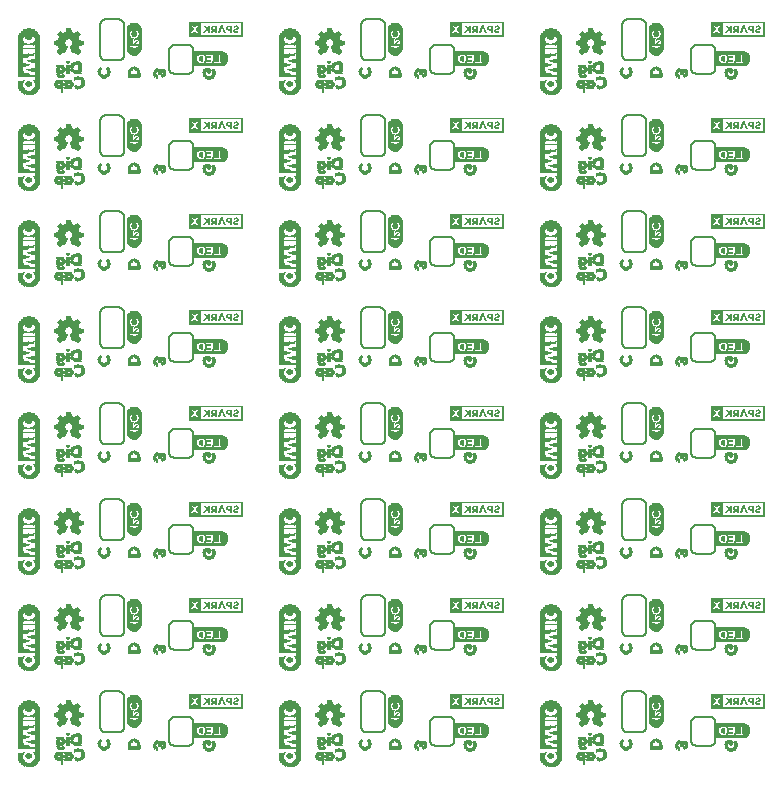
<source format=gbo>
G04 EAGLE Gerber RS-274X export*
G75*
%MOMM*%
%FSLAX34Y34*%
%LPD*%
%INSilkscreen Bottom*%
%IPPOS*%
%AMOC8*
5,1,8,0,0,1.08239X$1,22.5*%
G01*
%ADD10C,0.203200*%
%ADD11R,0.030000X1.830000*%
%ADD12R,0.030000X2.010000*%
%ADD13R,0.020000X2.130000*%
%ADD14R,0.040000X2.250000*%
%ADD15R,0.030000X2.310000*%
%ADD16R,0.030000X2.370000*%
%ADD17R,0.020000X2.430000*%
%ADD18R,0.030000X0.930000*%
%ADD19R,0.030000X0.540000*%
%ADD20R,0.030000X0.750000*%
%ADD21R,0.040000X0.570000*%
%ADD22R,0.040000X0.150000*%
%ADD23R,0.040000X0.390000*%
%ADD24R,0.040000X0.660000*%
%ADD25R,0.030000X0.570000*%
%ADD26R,0.030000X0.120000*%
%ADD27R,0.030000X0.300000*%
%ADD28R,0.030000X0.600000*%
%ADD29R,0.030000X0.240000*%
%ADD30R,0.030000X0.090000*%
%ADD31R,0.030000X0.210000*%
%ADD32R,0.040000X0.630000*%
%ADD33R,0.040000X0.090000*%
%ADD34R,0.040000X0.060000*%
%ADD35R,0.030000X0.630000*%
%ADD36R,0.030000X0.660000*%
%ADD37R,0.030000X0.270000*%
%ADD38R,0.030000X0.720000*%
%ADD39R,0.040000X0.120000*%
%ADD40R,0.040000X1.080000*%
%ADD41R,0.030000X1.110000*%
%ADD42R,0.030000X0.150000*%
%ADD43R,0.030000X1.140000*%
%ADD44R,0.040000X0.180000*%
%ADD45R,0.040000X1.140000*%
%ADD46R,0.030000X0.060000*%
%ADD47R,0.030000X0.030000*%
%ADD48R,0.040000X0.030000*%
%ADD49R,0.040000X1.110000*%
%ADD50R,0.030000X1.080000*%
%ADD51R,0.030000X0.690000*%
%ADD52R,0.040000X0.780000*%
%ADD53R,0.030000X0.870000*%
%ADD54R,0.030000X2.430000*%
%ADD55R,0.030000X2.250000*%
%ADD56R,0.030000X2.130000*%
%ADD57R,0.040000X0.280000*%
%ADD58R,0.040000X0.440000*%
%ADD59R,0.040000X0.520000*%
%ADD60R,0.040000X0.600000*%
%ADD61R,0.040000X0.680000*%
%ADD62R,0.040000X0.760000*%
%ADD63R,0.040000X0.240000*%
%ADD64R,0.040000X0.160000*%
%ADD65R,0.040000X0.480000*%
%ADD66R,0.040000X0.320000*%
%ADD67R,0.040000X0.200000*%
%ADD68R,0.040000X0.640000*%
%ADD69R,0.040000X0.400000*%
%ADD70R,0.040000X0.720000*%
%ADD71R,0.040000X0.800000*%
%ADD72R,0.040000X0.840000*%
%ADD73R,0.040000X0.360000*%
%ADD74R,0.040000X0.560000*%
%ADD75R,0.040000X0.080000*%
%ADD76R,0.040000X0.880000*%
%ADD77R,0.040000X0.040000*%
%ADD78R,2.520000X0.030000*%
%ADD79R,2.610000X0.030000*%
%ADD80R,2.670000X0.020000*%
%ADD81R,2.730000X0.040000*%
%ADD82R,2.760000X0.030000*%
%ADD83R,2.790000X0.030000*%
%ADD84R,2.820000X0.020000*%
%ADD85R,2.850000X0.030000*%
%ADD86R,0.570000X0.040000*%
%ADD87R,0.480000X0.040000*%
%ADD88R,0.090000X0.040000*%
%ADD89R,0.540000X0.030000*%
%ADD90R,0.480000X0.030000*%
%ADD91R,0.090000X0.030000*%
%ADD92R,0.510000X0.030000*%
%ADD93R,0.570000X0.030000*%
%ADD94R,0.450000X0.030000*%
%ADD95R,0.420000X0.030000*%
%ADD96R,0.600000X0.040000*%
%ADD97R,0.450000X0.040000*%
%ADD98R,0.420000X0.040000*%
%ADD99R,0.600000X0.030000*%
%ADD100R,0.120000X0.030000*%
%ADD101R,0.390000X0.030000*%
%ADD102R,0.180000X0.030000*%
%ADD103R,0.360000X0.030000*%
%ADD104R,0.630000X0.030000*%
%ADD105R,0.240000X0.030000*%
%ADD106R,0.630000X0.040000*%
%ADD107R,0.510000X0.040000*%
%ADD108R,0.270000X0.040000*%
%ADD109R,0.330000X0.040000*%
%ADD110R,0.270000X0.030000*%
%ADD111R,0.330000X0.030000*%
%ADD112R,0.210000X0.030000*%
%ADD113R,0.300000X0.030000*%
%ADD114R,0.210000X0.040000*%
%ADD115R,0.300000X0.040000*%
%ADD116R,0.150000X0.030000*%
%ADD117R,0.390000X0.040000*%
%ADD118R,0.540000X0.040000*%
%ADD119R,2.820000X0.030000*%
%ADD120R,2.730000X0.030000*%
%ADD121R,2.670000X0.030000*%
%ADD122R,0.020000X4.040000*%
%ADD123R,0.020000X4.260000*%
%ADD124R,0.020000X4.380000*%
%ADD125R,0.020000X4.500000*%
%ADD126R,0.020000X4.580000*%
%ADD127R,0.020000X4.660000*%
%ADD128R,0.020000X4.740000*%
%ADD129R,0.020000X4.800000*%
%ADD130R,0.020000X4.860000*%
%ADD131R,0.020000X4.920000*%
%ADD132R,0.020000X4.960000*%
%ADD133R,0.020000X5.020000*%
%ADD134R,0.020000X5.060000*%
%ADD135R,0.020000X5.100000*%
%ADD136R,0.020000X5.140000*%
%ADD137R,0.020000X5.180000*%
%ADD138R,0.020000X5.220000*%
%ADD139R,0.020000X5.240000*%
%ADD140R,0.020000X5.260000*%
%ADD141R,0.020000X5.300000*%
%ADD142R,0.020000X0.600000*%
%ADD143R,0.020000X0.200000*%
%ADD144R,0.020000X0.050000*%
%ADD145R,0.020000X0.420000*%
%ADD146R,0.020000X0.040000*%
%ADD147R,0.020000X0.080000*%
%ADD148R,0.020000X0.480000*%
%ADD149R,0.020000X0.560000*%
%ADD150R,0.020000X0.160000*%
%ADD151R,0.020000X0.070000*%
%ADD152R,0.020000X0.060000*%
%ADD153R,0.020000X0.400000*%
%ADD154R,0.020000X0.580000*%
%ADD155R,0.020000X0.520000*%
%ADD156R,0.020000X0.120000*%
%ADD157R,0.020000X0.380000*%
%ADD158R,0.020000X0.360000*%
%ADD159R,0.020000X0.500000*%
%ADD160R,0.020000X0.320000*%
%ADD161R,0.020000X0.090000*%
%ADD162R,0.020000X0.280000*%
%ADD163R,0.020000X0.620000*%
%ADD164R,0.010000X0.480000*%
%ADD165R,0.010000X0.040000*%
%ADD166R,0.010000X0.090000*%
%ADD167R,0.010000X0.380000*%
%ADD168R,0.010000X0.360000*%
%ADD169R,0.010000X0.080000*%
%ADD170R,0.010000X0.260000*%
%ADD171R,0.010000X0.620000*%
%ADD172R,0.020000X0.460000*%
%ADD173R,0.020000X0.020000*%
%ADD174R,0.020000X0.110000*%
%ADD175R,0.020000X0.340000*%
%ADD176R,0.020000X0.240000*%
%ADD177R,0.020000X0.640000*%
%ADD178R,0.020000X0.100000*%
%ADD179R,0.020000X0.220000*%
%ADD180R,0.020000X0.440000*%
%ADD181R,0.020000X0.660000*%
%ADD182R,0.020000X0.130000*%
%ADD183R,0.020000X0.300000*%
%ADD184R,0.020000X0.180000*%
%ADD185R,0.020000X0.680000*%
%ADD186R,0.020000X0.150000*%
%ADD187R,0.020000X0.140000*%
%ADD188R,0.020000X0.260000*%
%ADD189R,0.020000X0.690000*%
%ADD190R,0.020000X0.790000*%
%ADD191R,0.020000X0.170000*%
%ADD192R,0.020000X0.840000*%
%ADD193R,0.020000X0.860000*%
%ADD194R,0.020000X0.900000*%
%ADD195R,0.020000X0.370000*%
%ADD196R,0.020000X0.190000*%
%ADD197R,0.020000X0.920000*%
%ADD198R,0.020000X0.410000*%
%ADD199R,0.020000X0.210000*%
%ADD200R,0.020000X0.940000*%
%ADD201R,0.020000X0.430000*%
%ADD202R,0.020000X0.960000*%
%ADD203R,0.020000X0.450000*%
%ADD204R,0.020000X0.230000*%
%ADD205R,0.020000X0.250000*%
%ADD206R,0.020000X0.270000*%
%ADD207R,0.020000X0.290000*%
%ADD208R,0.020000X0.310000*%
%ADD209R,0.020000X0.880000*%
%ADD210R,0.020000X0.330000*%
%ADD211R,0.020000X0.350000*%
%ADD212R,0.020000X0.810000*%
%ADD213R,0.010000X0.440000*%
%ADD214R,0.010000X0.390000*%
%ADD215R,0.010000X0.310000*%
%ADD216R,0.010000X0.370000*%
%ADD217R,0.010000X0.200000*%
%ADD218R,0.010000X0.640000*%
%ADD219R,0.020000X0.390000*%
%ADD220R,0.020000X3.220000*%
%ADD221R,0.020000X1.010000*%
%ADD222R,0.020000X3.910000*%
%ADD223R,0.020000X0.990000*%
%ADD224R,0.020000X3.890000*%
%ADD225R,0.020000X3.870000*%
%ADD226R,0.020000X0.970000*%
%ADD227R,0.020000X3.850000*%
%ADD228R,0.020000X0.950000*%
%ADD229R,0.020000X3.830000*%
%ADD230R,0.020000X0.930000*%
%ADD231R,0.020000X3.810000*%
%ADD232R,0.020000X0.910000*%
%ADD233R,0.020000X0.890000*%
%ADD234R,0.020000X3.770000*%
%ADD235R,0.020000X0.850000*%
%ADD236R,0.020000X3.750000*%
%ADD237R,0.020000X0.830000*%
%ADD238R,0.020000X3.730000*%
%ADD239R,0.020000X3.690000*%
%ADD240R,0.020000X0.770000*%
%ADD241R,0.020000X3.670000*%
%ADD242R,0.020000X0.750000*%
%ADD243R,0.020000X3.630000*%
%ADD244R,0.020000X0.710000*%
%ADD245R,0.020000X3.610000*%
%ADD246R,0.020000X0.670000*%
%ADD247R,0.020000X3.570000*%
%ADD248R,0.020000X0.610000*%
%ADD249R,0.020000X3.510000*%
%ADD250R,0.020000X0.570000*%
%ADD251R,0.020000X3.450000*%
%ADD252R,0.020000X0.490000*%
%ADD253R,0.020000X3.370000*%
%ADD254R,0.020000X3.270000*%
%ADD255R,0.200000X0.040000*%
%ADD256R,0.720000X0.040000*%
%ADD257R,0.760000X0.040000*%
%ADD258R,0.800000X0.040000*%
%ADD259R,0.840000X0.040000*%
%ADD260R,0.360000X0.040000*%
%ADD261R,0.320000X0.040000*%
%ADD262R,0.080000X0.040000*%
%ADD263R,0.160000X0.040000*%
%ADD264R,0.280000X0.040000*%
%ADD265R,0.680000X0.040000*%
%ADD266R,0.640000X0.040000*%
%ADD267R,0.240000X0.040000*%
%ADD268R,0.120000X0.040000*%
%ADD269R,0.400000X0.040000*%
%ADD270R,0.560000X0.040000*%
%ADD271R,0.880000X0.040000*%
%ADD272R,0.520000X0.040000*%
%ADD273R,0.440000X0.040000*%

G36*
X414067Y628659D02*
X414067Y628659D01*
X414062Y628667D01*
X414069Y628672D01*
X414069Y641328D01*
X414033Y641375D01*
X414026Y641369D01*
X414020Y641377D01*
X368300Y641377D01*
X368253Y641341D01*
X368258Y641333D01*
X368251Y641328D01*
X368251Y628672D01*
X368287Y628625D01*
X368294Y628631D01*
X368300Y628623D01*
X414020Y628623D01*
X414067Y628659D01*
G37*
G36*
X193087Y628659D02*
X193087Y628659D01*
X193082Y628667D01*
X193089Y628672D01*
X193089Y641328D01*
X193053Y641375D01*
X193046Y641369D01*
X193040Y641377D01*
X147320Y641377D01*
X147273Y641341D01*
X147278Y641333D01*
X147271Y641328D01*
X147271Y628672D01*
X147307Y628625D01*
X147314Y628631D01*
X147320Y628623D01*
X193040Y628623D01*
X193087Y628659D01*
G37*
G36*
X635047Y628659D02*
X635047Y628659D01*
X635042Y628667D01*
X635049Y628672D01*
X635049Y641328D01*
X635013Y641375D01*
X635006Y641369D01*
X635000Y641377D01*
X589280Y641377D01*
X589233Y641341D01*
X589238Y641333D01*
X589231Y641328D01*
X589231Y628672D01*
X589267Y628625D01*
X589274Y628631D01*
X589280Y628623D01*
X635000Y628623D01*
X635047Y628659D01*
G37*
G36*
X193087Y222259D02*
X193087Y222259D01*
X193082Y222267D01*
X193089Y222272D01*
X193089Y234928D01*
X193053Y234975D01*
X193046Y234969D01*
X193040Y234977D01*
X147320Y234977D01*
X147273Y234941D01*
X147278Y234933D01*
X147271Y234928D01*
X147271Y222272D01*
X147307Y222225D01*
X147314Y222231D01*
X147320Y222223D01*
X193040Y222223D01*
X193087Y222259D01*
G37*
G36*
X635047Y222259D02*
X635047Y222259D01*
X635042Y222267D01*
X635049Y222272D01*
X635049Y234928D01*
X635013Y234975D01*
X635006Y234969D01*
X635000Y234977D01*
X589280Y234977D01*
X589233Y234941D01*
X589238Y234933D01*
X589231Y234928D01*
X589231Y222272D01*
X589267Y222225D01*
X589274Y222231D01*
X589280Y222223D01*
X635000Y222223D01*
X635047Y222259D01*
G37*
G36*
X414067Y222259D02*
X414067Y222259D01*
X414062Y222267D01*
X414069Y222272D01*
X414069Y234928D01*
X414033Y234975D01*
X414026Y234969D01*
X414020Y234977D01*
X368300Y234977D01*
X368253Y234941D01*
X368258Y234933D01*
X368251Y234928D01*
X368251Y222272D01*
X368287Y222225D01*
X368294Y222231D01*
X368300Y222223D01*
X414020Y222223D01*
X414067Y222259D01*
G37*
G36*
X635047Y466099D02*
X635047Y466099D01*
X635042Y466107D01*
X635049Y466112D01*
X635049Y478768D01*
X635013Y478815D01*
X635006Y478809D01*
X635000Y478817D01*
X589280Y478817D01*
X589233Y478781D01*
X589238Y478773D01*
X589231Y478768D01*
X589231Y466112D01*
X589267Y466065D01*
X589274Y466071D01*
X589280Y466063D01*
X635000Y466063D01*
X635047Y466099D01*
G37*
G36*
X414067Y466099D02*
X414067Y466099D01*
X414062Y466107D01*
X414069Y466112D01*
X414069Y478768D01*
X414033Y478815D01*
X414026Y478809D01*
X414020Y478817D01*
X368300Y478817D01*
X368253Y478781D01*
X368258Y478773D01*
X368251Y478768D01*
X368251Y466112D01*
X368287Y466065D01*
X368294Y466071D01*
X368300Y466063D01*
X414020Y466063D01*
X414067Y466099D01*
G37*
G36*
X193087Y466099D02*
X193087Y466099D01*
X193082Y466107D01*
X193089Y466112D01*
X193089Y478768D01*
X193053Y478815D01*
X193046Y478809D01*
X193040Y478817D01*
X147320Y478817D01*
X147273Y478781D01*
X147278Y478773D01*
X147271Y478768D01*
X147271Y466112D01*
X147307Y466065D01*
X147314Y466071D01*
X147320Y466063D01*
X193040Y466063D01*
X193087Y466099D01*
G37*
G36*
X635047Y384819D02*
X635047Y384819D01*
X635042Y384827D01*
X635049Y384832D01*
X635049Y397488D01*
X635013Y397535D01*
X635006Y397529D01*
X635000Y397537D01*
X589280Y397537D01*
X589233Y397501D01*
X589238Y397493D01*
X589231Y397488D01*
X589231Y384832D01*
X589267Y384785D01*
X589274Y384791D01*
X589280Y384783D01*
X635000Y384783D01*
X635047Y384819D01*
G37*
G36*
X193087Y384819D02*
X193087Y384819D01*
X193082Y384827D01*
X193089Y384832D01*
X193089Y397488D01*
X193053Y397535D01*
X193046Y397529D01*
X193040Y397537D01*
X147320Y397537D01*
X147273Y397501D01*
X147278Y397493D01*
X147271Y397488D01*
X147271Y384832D01*
X147307Y384785D01*
X147314Y384791D01*
X147320Y384783D01*
X193040Y384783D01*
X193087Y384819D01*
G37*
G36*
X414067Y384819D02*
X414067Y384819D01*
X414062Y384827D01*
X414069Y384832D01*
X414069Y397488D01*
X414033Y397535D01*
X414026Y397529D01*
X414020Y397537D01*
X368300Y397537D01*
X368253Y397501D01*
X368258Y397493D01*
X368251Y397488D01*
X368251Y384832D01*
X368287Y384785D01*
X368294Y384791D01*
X368300Y384783D01*
X414020Y384783D01*
X414067Y384819D01*
G37*
G36*
X414067Y547379D02*
X414067Y547379D01*
X414062Y547387D01*
X414069Y547392D01*
X414069Y560048D01*
X414033Y560095D01*
X414026Y560089D01*
X414020Y560097D01*
X368300Y560097D01*
X368253Y560061D01*
X368258Y560053D01*
X368251Y560048D01*
X368251Y547392D01*
X368287Y547345D01*
X368294Y547351D01*
X368300Y547343D01*
X414020Y547343D01*
X414067Y547379D01*
G37*
G36*
X193087Y547379D02*
X193087Y547379D01*
X193082Y547387D01*
X193089Y547392D01*
X193089Y560048D01*
X193053Y560095D01*
X193046Y560089D01*
X193040Y560097D01*
X147320Y560097D01*
X147273Y560061D01*
X147278Y560053D01*
X147271Y560048D01*
X147271Y547392D01*
X147307Y547345D01*
X147314Y547351D01*
X147320Y547343D01*
X193040Y547343D01*
X193087Y547379D01*
G37*
G36*
X635047Y547379D02*
X635047Y547379D01*
X635042Y547387D01*
X635049Y547392D01*
X635049Y560048D01*
X635013Y560095D01*
X635006Y560089D01*
X635000Y560097D01*
X589280Y560097D01*
X589233Y560061D01*
X589238Y560053D01*
X589231Y560048D01*
X589231Y547392D01*
X589267Y547345D01*
X589274Y547351D01*
X589280Y547343D01*
X635000Y547343D01*
X635047Y547379D01*
G37*
G36*
X414067Y140979D02*
X414067Y140979D01*
X414062Y140987D01*
X414069Y140992D01*
X414069Y153648D01*
X414033Y153695D01*
X414026Y153689D01*
X414020Y153697D01*
X368300Y153697D01*
X368253Y153661D01*
X368258Y153653D01*
X368251Y153648D01*
X368251Y140992D01*
X368287Y140945D01*
X368294Y140951D01*
X368300Y140943D01*
X414020Y140943D01*
X414067Y140979D01*
G37*
G36*
X635047Y140979D02*
X635047Y140979D01*
X635042Y140987D01*
X635049Y140992D01*
X635049Y153648D01*
X635013Y153695D01*
X635006Y153689D01*
X635000Y153697D01*
X589280Y153697D01*
X589233Y153661D01*
X589238Y153653D01*
X589231Y153648D01*
X589231Y140992D01*
X589267Y140945D01*
X589274Y140951D01*
X589280Y140943D01*
X635000Y140943D01*
X635047Y140979D01*
G37*
G36*
X193087Y140979D02*
X193087Y140979D01*
X193082Y140987D01*
X193089Y140992D01*
X193089Y153648D01*
X193053Y153695D01*
X193046Y153689D01*
X193040Y153697D01*
X147320Y153697D01*
X147273Y153661D01*
X147278Y153653D01*
X147271Y153648D01*
X147271Y140992D01*
X147307Y140945D01*
X147314Y140951D01*
X147320Y140943D01*
X193040Y140943D01*
X193087Y140979D01*
G37*
G36*
X635047Y59699D02*
X635047Y59699D01*
X635042Y59707D01*
X635049Y59712D01*
X635049Y72368D01*
X635013Y72415D01*
X635006Y72409D01*
X635000Y72417D01*
X589280Y72417D01*
X589233Y72381D01*
X589238Y72373D01*
X589231Y72368D01*
X589231Y59712D01*
X589267Y59665D01*
X589274Y59671D01*
X589280Y59663D01*
X635000Y59663D01*
X635047Y59699D01*
G37*
G36*
X147307Y59665D02*
X147307Y59665D01*
X147314Y59671D01*
X147320Y59663D01*
X193040Y59663D01*
X193087Y59699D01*
X193082Y59707D01*
X193089Y59712D01*
X193089Y72368D01*
X193053Y72415D01*
X193046Y72409D01*
X193040Y72417D01*
X147320Y72417D01*
X147273Y72381D01*
X147278Y72373D01*
X147271Y72368D01*
X147271Y59712D01*
X147307Y59665D01*
G37*
G36*
X414067Y59699D02*
X414067Y59699D01*
X414062Y59707D01*
X414069Y59712D01*
X414069Y72368D01*
X414033Y72415D01*
X414026Y72409D01*
X414020Y72417D01*
X368300Y72417D01*
X368253Y72381D01*
X368258Y72373D01*
X368251Y72368D01*
X368251Y59712D01*
X368287Y59665D01*
X368294Y59671D01*
X368300Y59663D01*
X414020Y59663D01*
X414067Y59699D01*
G37*
G36*
X635047Y303539D02*
X635047Y303539D01*
X635042Y303547D01*
X635049Y303552D01*
X635049Y316208D01*
X635013Y316255D01*
X635006Y316249D01*
X635000Y316257D01*
X589280Y316257D01*
X589233Y316221D01*
X589238Y316213D01*
X589231Y316208D01*
X589231Y303552D01*
X589267Y303505D01*
X589274Y303511D01*
X589280Y303503D01*
X635000Y303503D01*
X635047Y303539D01*
G37*
G36*
X193087Y303539D02*
X193087Y303539D01*
X193082Y303547D01*
X193089Y303552D01*
X193089Y316208D01*
X193053Y316255D01*
X193046Y316249D01*
X193040Y316257D01*
X147320Y316257D01*
X147273Y316221D01*
X147278Y316213D01*
X147271Y316208D01*
X147271Y303552D01*
X147307Y303505D01*
X147314Y303511D01*
X147320Y303503D01*
X193040Y303503D01*
X193087Y303539D01*
G37*
G36*
X414067Y303539D02*
X414067Y303539D01*
X414062Y303547D01*
X414069Y303552D01*
X414069Y316208D01*
X414033Y316255D01*
X414026Y316249D01*
X414020Y316257D01*
X368300Y316257D01*
X368253Y316221D01*
X368258Y316213D01*
X368251Y316208D01*
X368251Y303552D01*
X368287Y303505D01*
X368294Y303511D01*
X368300Y303503D01*
X414020Y303503D01*
X414067Y303539D01*
G37*
%LPC*%
G36*
X599543Y629897D02*
X599543Y629897D01*
X599543Y640103D01*
X633776Y640103D01*
X633776Y629897D01*
X599543Y629897D01*
G37*
%LPD*%
%LPC*%
G36*
X378563Y629897D02*
X378563Y629897D01*
X378563Y640103D01*
X412796Y640103D01*
X412796Y629897D01*
X378563Y629897D01*
G37*
%LPD*%
%LPC*%
G36*
X157583Y629897D02*
X157583Y629897D01*
X157583Y640103D01*
X191816Y640103D01*
X191816Y629897D01*
X157583Y629897D01*
G37*
%LPD*%
%LPC*%
G36*
X191816Y71143D02*
X191816Y71143D01*
X191816Y60937D01*
X157583Y60937D01*
X157583Y71143D01*
X191816Y71143D01*
G37*
%LPD*%
%LPC*%
G36*
X378563Y60937D02*
X378563Y60937D01*
X378563Y71143D01*
X412796Y71143D01*
X412796Y60937D01*
X378563Y60937D01*
G37*
%LPD*%
%LPC*%
G36*
X599543Y60937D02*
X599543Y60937D01*
X599543Y71143D01*
X633776Y71143D01*
X633776Y60937D01*
X599543Y60937D01*
G37*
%LPD*%
%LPC*%
G36*
X157583Y142217D02*
X157583Y142217D01*
X157583Y152423D01*
X191816Y152423D01*
X191816Y142217D01*
X157583Y142217D01*
G37*
%LPD*%
%LPC*%
G36*
X599543Y142217D02*
X599543Y142217D01*
X599543Y152423D01*
X633776Y152423D01*
X633776Y142217D01*
X599543Y142217D01*
G37*
%LPD*%
%LPC*%
G36*
X378563Y142217D02*
X378563Y142217D01*
X378563Y152423D01*
X412796Y152423D01*
X412796Y142217D01*
X378563Y142217D01*
G37*
%LPD*%
%LPC*%
G36*
X599543Y548617D02*
X599543Y548617D01*
X599543Y558823D01*
X633776Y558823D01*
X633776Y548617D01*
X599543Y548617D01*
G37*
%LPD*%
%LPC*%
G36*
X378563Y548617D02*
X378563Y548617D01*
X378563Y558823D01*
X412796Y558823D01*
X412796Y548617D01*
X378563Y548617D01*
G37*
%LPD*%
%LPC*%
G36*
X157583Y548617D02*
X157583Y548617D01*
X157583Y558823D01*
X191816Y558823D01*
X191816Y548617D01*
X157583Y548617D01*
G37*
%LPD*%
%LPC*%
G36*
X157583Y223497D02*
X157583Y223497D01*
X157583Y233703D01*
X191816Y233703D01*
X191816Y223497D01*
X157583Y223497D01*
G37*
%LPD*%
%LPC*%
G36*
X378563Y223497D02*
X378563Y223497D01*
X378563Y233703D01*
X412796Y233703D01*
X412796Y223497D01*
X378563Y223497D01*
G37*
%LPD*%
%LPC*%
G36*
X599543Y223497D02*
X599543Y223497D01*
X599543Y233703D01*
X633776Y233703D01*
X633776Y223497D01*
X599543Y223497D01*
G37*
%LPD*%
%LPC*%
G36*
X157583Y304777D02*
X157583Y304777D01*
X157583Y314983D01*
X191816Y314983D01*
X191816Y304777D01*
X157583Y304777D01*
G37*
%LPD*%
%LPC*%
G36*
X599543Y304777D02*
X599543Y304777D01*
X599543Y314983D01*
X633776Y314983D01*
X633776Y304777D01*
X599543Y304777D01*
G37*
%LPD*%
%LPC*%
G36*
X378563Y304777D02*
X378563Y304777D01*
X378563Y314983D01*
X412796Y314983D01*
X412796Y304777D01*
X378563Y304777D01*
G37*
%LPD*%
%LPC*%
G36*
X378563Y386057D02*
X378563Y386057D01*
X378563Y396263D01*
X412796Y396263D01*
X412796Y386057D01*
X378563Y386057D01*
G37*
%LPD*%
%LPC*%
G36*
X157583Y386057D02*
X157583Y386057D01*
X157583Y396263D01*
X191816Y396263D01*
X191816Y386057D01*
X157583Y386057D01*
G37*
%LPD*%
%LPC*%
G36*
X599543Y386057D02*
X599543Y386057D01*
X599543Y396263D01*
X633776Y396263D01*
X633776Y386057D01*
X599543Y386057D01*
G37*
%LPD*%
%LPC*%
G36*
X599543Y467337D02*
X599543Y467337D01*
X599543Y477543D01*
X633776Y477543D01*
X633776Y467337D01*
X599543Y467337D01*
G37*
%LPD*%
%LPC*%
G36*
X378563Y467337D02*
X378563Y467337D01*
X378563Y477543D01*
X412796Y477543D01*
X412796Y467337D01*
X378563Y467337D01*
G37*
%LPD*%
%LPC*%
G36*
X157583Y467337D02*
X157583Y467337D01*
X157583Y477543D01*
X191816Y477543D01*
X191816Y467337D01*
X157583Y467337D01*
G37*
%LPD*%
G36*
X274386Y125598D02*
X274386Y125598D01*
X274452Y125603D01*
X274470Y125614D01*
X274491Y125619D01*
X274576Y125679D01*
X274600Y125693D01*
X274603Y125698D01*
X274608Y125702D01*
X276808Y128002D01*
X276816Y128015D01*
X276829Y128025D01*
X276860Y128089D01*
X276896Y128151D01*
X276897Y128167D01*
X276904Y128181D01*
X276903Y128252D01*
X276909Y128323D01*
X276903Y128338D01*
X276902Y128354D01*
X276845Y128479D01*
X276843Y128483D01*
X276843Y128484D01*
X274975Y131099D01*
X274977Y131110D01*
X274986Y131123D01*
X274997Y131181D01*
X275006Y131202D01*
X275006Y131224D01*
X275012Y131257D01*
X275013Y131262D01*
X275013Y131263D01*
X275013Y131264D01*
X275013Y131274D01*
X275046Y131339D01*
X275102Y131396D01*
X275113Y131414D01*
X275125Y131423D01*
X275133Y131442D01*
X275173Y131494D01*
X275246Y131639D01*
X275302Y131696D01*
X275342Y131760D01*
X275386Y131823D01*
X275388Y131835D01*
X275393Y131843D01*
X275397Y131878D01*
X275413Y131964D01*
X275413Y132013D01*
X275442Y132060D01*
X275486Y132123D01*
X275488Y132135D01*
X275493Y132143D01*
X275497Y132178D01*
X275513Y132264D01*
X275513Y132374D01*
X275546Y132439D01*
X275602Y132496D01*
X275642Y132560D01*
X275686Y132623D01*
X275688Y132635D01*
X275693Y132643D01*
X275697Y132678D01*
X275703Y132711D01*
X275706Y132719D01*
X275706Y132727D01*
X275713Y132764D01*
X275713Y132813D01*
X275742Y132860D01*
X275786Y132923D01*
X275788Y132935D01*
X275793Y132943D01*
X275797Y132978D01*
X275813Y133064D01*
X275813Y133174D01*
X275842Y133232D01*
X279098Y133790D01*
X279116Y133797D01*
X279135Y133798D01*
X279195Y133831D01*
X279257Y133857D01*
X279270Y133872D01*
X279287Y133881D01*
X279326Y133937D01*
X279370Y133988D01*
X279375Y134007D01*
X279386Y134023D01*
X279408Y134134D01*
X279413Y134156D01*
X279412Y134160D01*
X279413Y134164D01*
X279413Y137364D01*
X279409Y137383D01*
X279411Y137402D01*
X279400Y137436D01*
X279399Y137443D01*
X279394Y137453D01*
X279389Y137466D01*
X279374Y137532D01*
X279361Y137547D01*
X279355Y137565D01*
X279307Y137613D01*
X279264Y137666D01*
X279246Y137673D01*
X279232Y137687D01*
X279126Y137727D01*
X279106Y137736D01*
X279102Y137736D01*
X279098Y137738D01*
X275886Y138288D01*
X275875Y138327D01*
X275874Y138332D01*
X275873Y138333D01*
X275813Y138453D01*
X275813Y138464D01*
X275810Y138479D01*
X275812Y138495D01*
X275792Y138565D01*
X275792Y138580D01*
X275784Y138594D01*
X275775Y138627D01*
X275774Y138632D01*
X275773Y138633D01*
X275713Y138753D01*
X275713Y138764D01*
X275710Y138779D01*
X275712Y138795D01*
X275675Y138927D01*
X275674Y138932D01*
X275673Y138933D01*
X275513Y139253D01*
X275513Y139264D01*
X275510Y139279D01*
X275512Y139295D01*
X275475Y139427D01*
X275474Y139432D01*
X275473Y139433D01*
X275373Y139633D01*
X275350Y139661D01*
X275313Y139715D01*
X275313Y139764D01*
X275296Y139838D01*
X275282Y139913D01*
X275276Y139923D01*
X275274Y139932D01*
X275251Y139960D01*
X275202Y140032D01*
X275146Y140088D01*
X275073Y140233D01*
X275050Y140261D01*
X275013Y140315D01*
X275013Y140364D01*
X274996Y140438D01*
X274992Y140460D01*
X276846Y143148D01*
X276852Y143164D01*
X276864Y143177D01*
X276884Y143244D01*
X276909Y143309D01*
X276908Y143327D01*
X276913Y143343D01*
X276900Y143412D01*
X276894Y143482D01*
X276885Y143496D01*
X276882Y143513D01*
X276811Y143619D01*
X276804Y143630D01*
X276803Y143630D01*
X276802Y143632D01*
X274602Y145832D01*
X274588Y145841D01*
X274577Y145855D01*
X274515Y145886D01*
X274455Y145923D01*
X274438Y145925D01*
X274423Y145932D01*
X274353Y145933D01*
X274283Y145939D01*
X274267Y145933D01*
X274250Y145933D01*
X274132Y145882D01*
X274121Y145878D01*
X274120Y145877D01*
X274119Y145876D01*
X271420Y144014D01*
X271402Y144032D01*
X271337Y144072D01*
X271275Y144116D01*
X271263Y144118D01*
X271255Y144123D01*
X271220Y144126D01*
X271134Y144143D01*
X271084Y144143D01*
X271072Y144151D01*
X271004Y144203D01*
X270859Y144275D01*
X270802Y144332D01*
X270737Y144372D01*
X270675Y144416D01*
X270663Y144418D01*
X270655Y144423D01*
X270620Y144426D01*
X270534Y144443D01*
X270484Y144443D01*
X270472Y144451D01*
X270404Y144503D01*
X270204Y144603D01*
X270188Y144607D01*
X270175Y144616D01*
X270041Y144642D01*
X270035Y144643D01*
X270034Y144643D01*
X270024Y144643D01*
X269904Y144703D01*
X269888Y144707D01*
X269875Y144716D01*
X269741Y144742D01*
X269735Y144743D01*
X269734Y144743D01*
X269684Y144743D01*
X269637Y144772D01*
X269575Y144816D01*
X269563Y144818D01*
X269555Y144823D01*
X269520Y144826D01*
X269434Y144843D01*
X269324Y144843D01*
X269266Y144872D01*
X268708Y148128D01*
X268700Y148146D01*
X268699Y148165D01*
X268667Y148224D01*
X268640Y148287D01*
X268626Y148300D01*
X268616Y148317D01*
X268561Y148356D01*
X268509Y148400D01*
X268490Y148405D01*
X268475Y148416D01*
X268364Y148437D01*
X268342Y148443D01*
X268338Y148442D01*
X268334Y148443D01*
X265134Y148443D01*
X265115Y148439D01*
X265096Y148441D01*
X265032Y148419D01*
X264966Y148403D01*
X264951Y148391D01*
X264932Y148385D01*
X264885Y148337D01*
X264832Y148293D01*
X264824Y148276D01*
X264811Y148262D01*
X264771Y148156D01*
X264762Y148135D01*
X264762Y148132D01*
X264760Y148128D01*
X264210Y144916D01*
X264171Y144905D01*
X264166Y144903D01*
X264165Y144903D01*
X264164Y144903D01*
X264044Y144843D01*
X264034Y144843D01*
X264018Y144839D01*
X264002Y144842D01*
X263871Y144805D01*
X263866Y144803D01*
X263865Y144803D01*
X263864Y144803D01*
X263744Y144743D01*
X263734Y144743D01*
X263718Y144739D01*
X263702Y144742D01*
X263571Y144705D01*
X263566Y144703D01*
X263565Y144703D01*
X263564Y144703D01*
X263444Y144643D01*
X263334Y144643D01*
X263260Y144626D01*
X263184Y144612D01*
X263175Y144606D01*
X263166Y144603D01*
X263138Y144581D01*
X263066Y144532D01*
X263009Y144475D01*
X262944Y144443D01*
X262934Y144443D01*
X262918Y144439D01*
X262902Y144442D01*
X262771Y144405D01*
X262766Y144403D01*
X262765Y144403D01*
X262764Y144403D01*
X262564Y144303D01*
X262537Y144280D01*
X262466Y144232D01*
X262409Y144175D01*
X262344Y144143D01*
X262334Y144143D01*
X262318Y144139D01*
X262302Y144142D01*
X262171Y144105D01*
X262166Y144103D01*
X262165Y144103D01*
X262164Y144103D01*
X262023Y144032D01*
X259349Y145876D01*
X259337Y145881D01*
X259328Y145890D01*
X259257Y145912D01*
X259188Y145939D01*
X259175Y145938D01*
X259163Y145942D01*
X259090Y145930D01*
X259016Y145924D01*
X259005Y145917D01*
X258992Y145915D01*
X258872Y145838D01*
X256572Y143638D01*
X256558Y143616D01*
X256538Y143600D01*
X256511Y143544D01*
X256477Y143493D01*
X256474Y143467D01*
X256463Y143444D01*
X256464Y143382D01*
X256457Y143321D01*
X256466Y143297D01*
X256466Y143271D01*
X256504Y143191D01*
X256515Y143158D01*
X256522Y143152D01*
X256527Y143141D01*
X258462Y140468D01*
X258422Y140388D01*
X258366Y140332D01*
X258326Y140267D01*
X258282Y140204D01*
X258280Y140193D01*
X258275Y140185D01*
X258271Y140150D01*
X258255Y140064D01*
X258255Y140014D01*
X258247Y140001D01*
X258195Y139933D01*
X258122Y139788D01*
X258066Y139732D01*
X258026Y139667D01*
X257982Y139604D01*
X257980Y139593D01*
X257975Y139585D01*
X257971Y139550D01*
X257955Y139464D01*
X257955Y139414D01*
X257926Y139367D01*
X257882Y139304D01*
X257880Y139293D01*
X257875Y139285D01*
X257871Y139250D01*
X257855Y139164D01*
X257855Y139053D01*
X257822Y138988D01*
X257766Y138932D01*
X257726Y138867D01*
X257682Y138804D01*
X257680Y138793D01*
X257675Y138785D01*
X257671Y138750D01*
X257655Y138664D01*
X257655Y138614D01*
X257626Y138567D01*
X257582Y138504D01*
X257580Y138493D01*
X257575Y138485D01*
X257571Y138450D01*
X257555Y138364D01*
X257555Y138285D01*
X254272Y137738D01*
X254253Y137730D01*
X254233Y137729D01*
X254174Y137697D01*
X254112Y137671D01*
X254099Y137656D01*
X254081Y137646D01*
X254043Y137591D01*
X253999Y137541D01*
X253993Y137521D01*
X253982Y137504D01*
X253966Y137423D01*
X253962Y137413D01*
X253962Y137402D01*
X253961Y137398D01*
X253955Y137373D01*
X253956Y137369D01*
X253955Y137364D01*
X253955Y134164D01*
X253959Y134145D01*
X253957Y134126D01*
X253979Y134061D01*
X253994Y133995D01*
X254007Y133980D01*
X254013Y133962D01*
X254061Y133914D01*
X254104Y133862D01*
X254122Y133854D01*
X254136Y133840D01*
X254242Y133800D01*
X254262Y133791D01*
X254266Y133791D01*
X254270Y133790D01*
X257558Y133226D01*
X257593Y133101D01*
X257594Y133095D01*
X257595Y133095D01*
X257595Y133094D01*
X257655Y132974D01*
X257655Y132964D01*
X257658Y132948D01*
X257656Y132932D01*
X257693Y132801D01*
X257694Y132795D01*
X257695Y132795D01*
X257695Y132794D01*
X257755Y132674D01*
X257755Y132664D01*
X257758Y132648D01*
X257756Y132632D01*
X257793Y132501D01*
X257794Y132495D01*
X257795Y132495D01*
X257795Y132494D01*
X257955Y132174D01*
X257955Y132164D01*
X257958Y132148D01*
X257956Y132132D01*
X257993Y132001D01*
X257994Y131995D01*
X257995Y131995D01*
X257995Y131994D01*
X258095Y131794D01*
X258118Y131766D01*
X258166Y131696D01*
X258222Y131639D01*
X258255Y131574D01*
X258255Y131564D01*
X258258Y131548D01*
X258256Y131532D01*
X258293Y131401D01*
X258294Y131395D01*
X258295Y131395D01*
X258295Y131394D01*
X258395Y131194D01*
X258418Y131166D01*
X258466Y131096D01*
X258476Y131085D01*
X256531Y128491D01*
X256521Y128469D01*
X256504Y128450D01*
X256486Y128390D01*
X256461Y128333D01*
X256462Y128308D01*
X256455Y128284D01*
X256466Y128223D01*
X256469Y128160D01*
X256481Y128138D01*
X256486Y128114D01*
X256537Y128039D01*
X256553Y128009D01*
X256560Y128004D01*
X256566Y127996D01*
X258866Y125696D01*
X258880Y125687D01*
X258891Y125673D01*
X258953Y125641D01*
X259013Y125604D01*
X259030Y125603D01*
X259045Y125595D01*
X259116Y125595D01*
X259185Y125588D01*
X259201Y125594D01*
X259218Y125594D01*
X259336Y125646D01*
X259347Y125650D01*
X259348Y125651D01*
X259349Y125651D01*
X262048Y127513D01*
X262066Y127496D01*
X262131Y127455D01*
X262193Y127411D01*
X262205Y127409D01*
X262213Y127404D01*
X262248Y127401D01*
X262263Y127398D01*
X262266Y127396D01*
X262331Y127355D01*
X262393Y127311D01*
X262405Y127309D01*
X262413Y127304D01*
X262448Y127301D01*
X262534Y127284D01*
X262584Y127284D01*
X262631Y127255D01*
X262693Y127211D01*
X262705Y127209D01*
X262713Y127204D01*
X262748Y127201D01*
X262763Y127198D01*
X262766Y127196D01*
X262831Y127155D01*
X262893Y127111D01*
X262905Y127109D01*
X262913Y127104D01*
X262948Y127101D01*
X262963Y127098D01*
X262966Y127096D01*
X263031Y127055D01*
X263093Y127011D01*
X263105Y127009D01*
X263113Y127004D01*
X263148Y127001D01*
X263177Y126995D01*
X263204Y126962D01*
X263223Y126954D01*
X263238Y126939D01*
X263301Y126919D01*
X263362Y126891D01*
X263383Y126892D01*
X263402Y126886D01*
X263468Y126896D01*
X263535Y126898D01*
X263553Y126908D01*
X263573Y126911D01*
X263628Y126949D01*
X263687Y126981D01*
X263699Y126998D01*
X263715Y127010D01*
X263772Y127102D01*
X263786Y127123D01*
X263787Y127128D01*
X263790Y127132D01*
X265790Y132532D01*
X265794Y132563D01*
X265806Y132591D01*
X265804Y132647D01*
X265811Y132704D01*
X265801Y132733D01*
X265800Y132764D01*
X265773Y132814D01*
X265754Y132867D01*
X265732Y132889D01*
X265717Y132916D01*
X265657Y132962D01*
X265630Y132988D01*
X265617Y132992D01*
X265604Y133003D01*
X265059Y133275D01*
X264902Y133432D01*
X264872Y133451D01*
X264804Y133503D01*
X264659Y133575D01*
X264346Y133888D01*
X264273Y134033D01*
X264250Y134061D01*
X264202Y134132D01*
X264046Y134288D01*
X263985Y134409D01*
X263894Y134684D01*
X263882Y134703D01*
X263873Y134733D01*
X263813Y134853D01*
X263813Y134964D01*
X263805Y134999D01*
X263794Y135084D01*
X263713Y135325D01*
X263713Y136102D01*
X263794Y136344D01*
X263797Y136380D01*
X263813Y136464D01*
X263813Y136649D01*
X263950Y136853D01*
X263963Y136888D01*
X263994Y136944D01*
X264078Y137196D01*
X264429Y137722D01*
X264776Y138069D01*
X265302Y138420D01*
X265554Y138504D01*
X265572Y138515D01*
X265586Y138518D01*
X265599Y138529D01*
X265644Y138548D01*
X265849Y138684D01*
X266034Y138684D01*
X266069Y138693D01*
X266154Y138704D01*
X266396Y138784D01*
X266987Y138784D01*
X267342Y138696D01*
X267378Y138695D01*
X267434Y138684D01*
X267619Y138684D01*
X267824Y138548D01*
X267859Y138535D01*
X267908Y138507D01*
X267910Y138506D01*
X267911Y138506D01*
X267914Y138504D01*
X268166Y138420D01*
X268393Y138269D01*
X268566Y138096D01*
X268592Y138079D01*
X268624Y138048D01*
X268893Y137869D01*
X269039Y137722D01*
X269390Y137196D01*
X269755Y136102D01*
X269755Y135625D01*
X269674Y135384D01*
X269671Y135348D01*
X269655Y135264D01*
X269655Y135053D01*
X269495Y134733D01*
X269489Y134711D01*
X269474Y134684D01*
X269383Y134409D01*
X269222Y134088D01*
X269066Y133932D01*
X269047Y133901D01*
X268995Y133833D01*
X268922Y133688D01*
X268809Y133575D01*
X268664Y133503D01*
X268637Y133480D01*
X268566Y133432D01*
X268409Y133275D01*
X268088Y133115D01*
X267814Y133023D01*
X267765Y132993D01*
X267712Y132971D01*
X267692Y132949D01*
X267667Y132933D01*
X267636Y132884D01*
X267599Y132841D01*
X267591Y132812D01*
X267575Y132786D01*
X267569Y132729D01*
X267555Y132673D01*
X267561Y132639D01*
X267558Y132614D01*
X267570Y132582D01*
X267578Y132532D01*
X269578Y127132D01*
X269604Y127094D01*
X269620Y127051D01*
X269651Y127023D01*
X269674Y126988D01*
X269714Y126965D01*
X269747Y126934D01*
X269787Y126922D01*
X269824Y126901D01*
X269869Y126898D01*
X269913Y126885D01*
X269954Y126892D01*
X269996Y126890D01*
X270039Y126907D01*
X270084Y126915D01*
X270125Y126943D01*
X270156Y126956D01*
X270173Y126976D01*
X270186Y126984D01*
X270234Y126984D01*
X270308Y127002D01*
X270384Y127015D01*
X270393Y127022D01*
X270402Y127024D01*
X270430Y127047D01*
X270502Y127096D01*
X270509Y127102D01*
X270584Y127115D01*
X270593Y127122D01*
X270602Y127124D01*
X270630Y127147D01*
X270702Y127196D01*
X270709Y127202D01*
X270784Y127215D01*
X270793Y127222D01*
X270802Y127224D01*
X270830Y127247D01*
X270902Y127296D01*
X270909Y127302D01*
X270984Y127315D01*
X270993Y127322D01*
X271002Y127324D01*
X271030Y127347D01*
X271102Y127396D01*
X271109Y127402D01*
X271184Y127415D01*
X271193Y127422D01*
X271202Y127424D01*
X271230Y127447D01*
X271302Y127496D01*
X271309Y127502D01*
X271384Y127515D01*
X271393Y127522D01*
X271402Y127524D01*
X271403Y127524D01*
X274119Y125651D01*
X274139Y125644D01*
X274155Y125630D01*
X274218Y125612D01*
X274280Y125588D01*
X274301Y125590D01*
X274322Y125585D01*
X274386Y125598D01*
G37*
G36*
X274386Y44318D02*
X274386Y44318D01*
X274452Y44323D01*
X274470Y44334D01*
X274491Y44339D01*
X274576Y44399D01*
X274600Y44413D01*
X274603Y44418D01*
X274608Y44422D01*
X276808Y46722D01*
X276816Y46735D01*
X276829Y46745D01*
X276860Y46809D01*
X276896Y46871D01*
X276897Y46887D01*
X276904Y46901D01*
X276903Y46972D01*
X276909Y47043D01*
X276903Y47058D01*
X276902Y47074D01*
X276845Y47199D01*
X276843Y47203D01*
X276843Y47204D01*
X274975Y49819D01*
X274977Y49830D01*
X274986Y49843D01*
X274997Y49901D01*
X275006Y49922D01*
X275006Y49944D01*
X275012Y49977D01*
X275013Y49982D01*
X275013Y49983D01*
X275013Y49984D01*
X275013Y49994D01*
X275046Y50059D01*
X275102Y50116D01*
X275113Y50134D01*
X275125Y50143D01*
X275133Y50162D01*
X275173Y50214D01*
X275246Y50359D01*
X275302Y50416D01*
X275342Y50480D01*
X275386Y50543D01*
X275388Y50555D01*
X275393Y50563D01*
X275397Y50598D01*
X275413Y50684D01*
X275413Y50733D01*
X275442Y50780D01*
X275486Y50843D01*
X275488Y50855D01*
X275493Y50863D01*
X275497Y50898D01*
X275513Y50984D01*
X275513Y51094D01*
X275546Y51159D01*
X275602Y51216D01*
X275642Y51280D01*
X275686Y51343D01*
X275688Y51355D01*
X275693Y51363D01*
X275697Y51398D01*
X275703Y51431D01*
X275706Y51439D01*
X275706Y51447D01*
X275713Y51484D01*
X275713Y51533D01*
X275742Y51580D01*
X275786Y51643D01*
X275788Y51655D01*
X275793Y51663D01*
X275797Y51698D01*
X275813Y51784D01*
X275813Y51894D01*
X275842Y51952D01*
X279098Y52510D01*
X279116Y52517D01*
X279135Y52518D01*
X279195Y52551D01*
X279257Y52577D01*
X279270Y52592D01*
X279287Y52601D01*
X279326Y52657D01*
X279370Y52708D01*
X279375Y52727D01*
X279386Y52743D01*
X279408Y52854D01*
X279413Y52876D01*
X279412Y52880D01*
X279413Y52884D01*
X279413Y56084D01*
X279409Y56103D01*
X279411Y56122D01*
X279400Y56156D01*
X279399Y56163D01*
X279394Y56173D01*
X279389Y56186D01*
X279374Y56252D01*
X279361Y56267D01*
X279355Y56285D01*
X279307Y56333D01*
X279264Y56386D01*
X279246Y56393D01*
X279232Y56407D01*
X279126Y56447D01*
X279106Y56456D01*
X279102Y56456D01*
X279098Y56458D01*
X275886Y57008D01*
X275875Y57047D01*
X275874Y57052D01*
X275873Y57053D01*
X275813Y57173D01*
X275813Y57184D01*
X275810Y57199D01*
X275812Y57215D01*
X275792Y57285D01*
X275792Y57300D01*
X275784Y57314D01*
X275775Y57347D01*
X275774Y57352D01*
X275773Y57353D01*
X275713Y57473D01*
X275713Y57484D01*
X275710Y57499D01*
X275712Y57515D01*
X275675Y57647D01*
X275674Y57652D01*
X275673Y57653D01*
X275513Y57973D01*
X275513Y57984D01*
X275510Y57999D01*
X275512Y58015D01*
X275475Y58147D01*
X275474Y58152D01*
X275473Y58153D01*
X275373Y58353D01*
X275350Y58381D01*
X275313Y58435D01*
X275313Y58484D01*
X275296Y58558D01*
X275282Y58633D01*
X275276Y58643D01*
X275274Y58652D01*
X275251Y58680D01*
X275202Y58752D01*
X275146Y58808D01*
X275073Y58953D01*
X275050Y58981D01*
X275013Y59035D01*
X275013Y59084D01*
X274996Y59158D01*
X274992Y59180D01*
X276846Y61868D01*
X276852Y61884D01*
X276864Y61897D01*
X276884Y61964D01*
X276909Y62029D01*
X276908Y62047D01*
X276913Y62063D01*
X276900Y62132D01*
X276894Y62202D01*
X276885Y62216D01*
X276882Y62233D01*
X276811Y62339D01*
X276804Y62350D01*
X276803Y62350D01*
X276802Y62352D01*
X274602Y64552D01*
X274588Y64561D01*
X274577Y64575D01*
X274515Y64606D01*
X274455Y64643D01*
X274438Y64645D01*
X274423Y64652D01*
X274353Y64653D01*
X274283Y64659D01*
X274267Y64653D01*
X274250Y64653D01*
X274132Y64602D01*
X274121Y64598D01*
X274120Y64597D01*
X274119Y64596D01*
X271420Y62734D01*
X271402Y62752D01*
X271337Y62792D01*
X271275Y62836D01*
X271263Y62838D01*
X271255Y62843D01*
X271220Y62846D01*
X271134Y62863D01*
X271084Y62863D01*
X271072Y62871D01*
X271004Y62923D01*
X270859Y62995D01*
X270802Y63052D01*
X270737Y63092D01*
X270675Y63136D01*
X270663Y63138D01*
X270655Y63143D01*
X270620Y63146D01*
X270534Y63163D01*
X270484Y63163D01*
X270472Y63171D01*
X270404Y63223D01*
X270204Y63323D01*
X270188Y63327D01*
X270175Y63336D01*
X270041Y63362D01*
X270035Y63363D01*
X270034Y63363D01*
X270024Y63363D01*
X269904Y63423D01*
X269888Y63427D01*
X269875Y63436D01*
X269741Y63462D01*
X269735Y63463D01*
X269734Y63463D01*
X269684Y63463D01*
X269637Y63492D01*
X269575Y63536D01*
X269563Y63538D01*
X269555Y63543D01*
X269520Y63546D01*
X269434Y63563D01*
X269324Y63563D01*
X269266Y63592D01*
X268708Y66848D01*
X268700Y66866D01*
X268699Y66885D01*
X268667Y66944D01*
X268640Y67007D01*
X268626Y67020D01*
X268616Y67037D01*
X268561Y67076D01*
X268509Y67120D01*
X268490Y67125D01*
X268475Y67136D01*
X268364Y67157D01*
X268342Y67163D01*
X268338Y67162D01*
X268334Y67163D01*
X265134Y67163D01*
X265115Y67159D01*
X265096Y67161D01*
X265032Y67139D01*
X264966Y67123D01*
X264951Y67111D01*
X264932Y67105D01*
X264885Y67057D01*
X264832Y67013D01*
X264824Y66996D01*
X264811Y66982D01*
X264771Y66876D01*
X264762Y66855D01*
X264762Y66852D01*
X264760Y66848D01*
X264210Y63636D01*
X264171Y63625D01*
X264166Y63623D01*
X264165Y63623D01*
X264164Y63623D01*
X264044Y63563D01*
X264034Y63563D01*
X264018Y63559D01*
X264002Y63562D01*
X263871Y63525D01*
X263866Y63523D01*
X263865Y63523D01*
X263864Y63523D01*
X263744Y63463D01*
X263734Y63463D01*
X263718Y63459D01*
X263702Y63462D01*
X263571Y63425D01*
X263566Y63423D01*
X263565Y63423D01*
X263564Y63423D01*
X263444Y63363D01*
X263334Y63363D01*
X263260Y63346D01*
X263184Y63332D01*
X263175Y63326D01*
X263166Y63323D01*
X263138Y63301D01*
X263066Y63252D01*
X263009Y63195D01*
X262944Y63163D01*
X262934Y63163D01*
X262918Y63159D01*
X262902Y63162D01*
X262771Y63125D01*
X262766Y63123D01*
X262765Y63123D01*
X262764Y63123D01*
X262564Y63023D01*
X262537Y63000D01*
X262466Y62952D01*
X262409Y62895D01*
X262344Y62863D01*
X262334Y62863D01*
X262318Y62859D01*
X262302Y62862D01*
X262171Y62825D01*
X262166Y62823D01*
X262165Y62823D01*
X262164Y62823D01*
X262023Y62752D01*
X259349Y64596D01*
X259337Y64601D01*
X259328Y64610D01*
X259257Y64632D01*
X259188Y64659D01*
X259175Y64658D01*
X259163Y64662D01*
X259090Y64650D01*
X259016Y64644D01*
X259005Y64637D01*
X258992Y64635D01*
X258872Y64558D01*
X256572Y62358D01*
X256558Y62336D01*
X256538Y62320D01*
X256511Y62264D01*
X256477Y62213D01*
X256474Y62187D01*
X256463Y62164D01*
X256464Y62102D01*
X256457Y62041D01*
X256466Y62017D01*
X256466Y61991D01*
X256504Y61911D01*
X256515Y61878D01*
X256522Y61872D01*
X256527Y61861D01*
X258462Y59188D01*
X258422Y59108D01*
X258366Y59052D01*
X258326Y58987D01*
X258282Y58924D01*
X258280Y58913D01*
X258275Y58905D01*
X258271Y58870D01*
X258255Y58784D01*
X258255Y58734D01*
X258247Y58721D01*
X258195Y58653D01*
X258122Y58508D01*
X258066Y58452D01*
X258026Y58387D01*
X257982Y58324D01*
X257980Y58313D01*
X257975Y58305D01*
X257971Y58270D01*
X257955Y58184D01*
X257955Y58134D01*
X257926Y58087D01*
X257882Y58024D01*
X257880Y58013D01*
X257875Y58005D01*
X257871Y57970D01*
X257855Y57884D01*
X257855Y57773D01*
X257822Y57708D01*
X257766Y57652D01*
X257726Y57587D01*
X257682Y57524D01*
X257680Y57513D01*
X257675Y57505D01*
X257671Y57470D01*
X257655Y57384D01*
X257655Y57334D01*
X257626Y57287D01*
X257582Y57224D01*
X257580Y57213D01*
X257575Y57205D01*
X257571Y57170D01*
X257555Y57084D01*
X257555Y57005D01*
X254272Y56458D01*
X254253Y56450D01*
X254233Y56449D01*
X254174Y56417D01*
X254112Y56391D01*
X254099Y56376D01*
X254081Y56366D01*
X254043Y56311D01*
X253999Y56261D01*
X253993Y56241D01*
X253982Y56224D01*
X253966Y56143D01*
X253962Y56133D01*
X253962Y56122D01*
X253961Y56118D01*
X253955Y56093D01*
X253956Y56089D01*
X253955Y56084D01*
X253955Y52884D01*
X253959Y52865D01*
X253957Y52846D01*
X253979Y52781D01*
X253994Y52715D01*
X254007Y52700D01*
X254013Y52682D01*
X254061Y52634D01*
X254104Y52582D01*
X254122Y52574D01*
X254136Y52560D01*
X254242Y52520D01*
X254262Y52511D01*
X254266Y52511D01*
X254270Y52510D01*
X257558Y51946D01*
X257593Y51821D01*
X257594Y51815D01*
X257595Y51815D01*
X257595Y51814D01*
X257655Y51694D01*
X257655Y51684D01*
X257658Y51668D01*
X257656Y51652D01*
X257693Y51521D01*
X257694Y51515D01*
X257695Y51515D01*
X257695Y51514D01*
X257755Y51394D01*
X257755Y51384D01*
X257758Y51368D01*
X257756Y51352D01*
X257793Y51221D01*
X257794Y51215D01*
X257795Y51215D01*
X257795Y51214D01*
X257955Y50894D01*
X257955Y50884D01*
X257958Y50868D01*
X257956Y50852D01*
X257993Y50721D01*
X257994Y50715D01*
X257995Y50715D01*
X257995Y50714D01*
X258095Y50514D01*
X258118Y50486D01*
X258166Y50416D01*
X258222Y50359D01*
X258255Y50294D01*
X258255Y50284D01*
X258258Y50268D01*
X258256Y50252D01*
X258293Y50121D01*
X258294Y50115D01*
X258295Y50115D01*
X258295Y50114D01*
X258395Y49914D01*
X258418Y49886D01*
X258466Y49816D01*
X258476Y49805D01*
X256531Y47211D01*
X256521Y47189D01*
X256504Y47170D01*
X256486Y47110D01*
X256461Y47053D01*
X256462Y47028D01*
X256455Y47004D01*
X256466Y46943D01*
X256469Y46880D01*
X256481Y46858D01*
X256486Y46834D01*
X256537Y46759D01*
X256553Y46729D01*
X256560Y46724D01*
X256566Y46716D01*
X258866Y44416D01*
X258880Y44407D01*
X258891Y44393D01*
X258953Y44361D01*
X259013Y44324D01*
X259030Y44323D01*
X259045Y44315D01*
X259116Y44315D01*
X259185Y44308D01*
X259201Y44314D01*
X259218Y44314D01*
X259336Y44366D01*
X259347Y44370D01*
X259348Y44371D01*
X259349Y44371D01*
X262048Y46233D01*
X262066Y46216D01*
X262131Y46175D01*
X262193Y46131D01*
X262205Y46129D01*
X262213Y46124D01*
X262248Y46121D01*
X262263Y46118D01*
X262266Y46116D01*
X262331Y46075D01*
X262393Y46031D01*
X262405Y46029D01*
X262413Y46024D01*
X262448Y46021D01*
X262534Y46004D01*
X262584Y46004D01*
X262631Y45975D01*
X262693Y45931D01*
X262705Y45929D01*
X262713Y45924D01*
X262748Y45921D01*
X262763Y45918D01*
X262766Y45916D01*
X262831Y45875D01*
X262893Y45831D01*
X262905Y45829D01*
X262913Y45824D01*
X262948Y45821D01*
X262963Y45818D01*
X262966Y45816D01*
X263031Y45775D01*
X263093Y45731D01*
X263105Y45729D01*
X263113Y45724D01*
X263148Y45721D01*
X263177Y45715D01*
X263204Y45682D01*
X263223Y45674D01*
X263238Y45659D01*
X263301Y45639D01*
X263362Y45611D01*
X263383Y45612D01*
X263402Y45606D01*
X263468Y45616D01*
X263535Y45618D01*
X263553Y45628D01*
X263573Y45631D01*
X263628Y45669D01*
X263687Y45701D01*
X263699Y45718D01*
X263715Y45730D01*
X263772Y45822D01*
X263786Y45843D01*
X263787Y45848D01*
X263790Y45852D01*
X265790Y51252D01*
X265794Y51283D01*
X265806Y51311D01*
X265804Y51367D01*
X265811Y51424D01*
X265801Y51453D01*
X265800Y51484D01*
X265773Y51534D01*
X265754Y51587D01*
X265732Y51609D01*
X265717Y51636D01*
X265657Y51682D01*
X265630Y51708D01*
X265617Y51712D01*
X265604Y51723D01*
X265059Y51995D01*
X264902Y52152D01*
X264872Y52171D01*
X264804Y52223D01*
X264659Y52295D01*
X264346Y52608D01*
X264273Y52753D01*
X264250Y52781D01*
X264202Y52852D01*
X264046Y53008D01*
X263985Y53129D01*
X263894Y53404D01*
X263882Y53423D01*
X263873Y53453D01*
X263813Y53573D01*
X263813Y53684D01*
X263805Y53719D01*
X263794Y53804D01*
X263713Y54045D01*
X263713Y54822D01*
X263794Y55064D01*
X263797Y55100D01*
X263813Y55184D01*
X263813Y55369D01*
X263950Y55573D01*
X263963Y55608D01*
X263994Y55664D01*
X264078Y55916D01*
X264429Y56442D01*
X264776Y56789D01*
X265302Y57140D01*
X265554Y57224D01*
X265572Y57235D01*
X265586Y57238D01*
X265599Y57249D01*
X265644Y57268D01*
X265849Y57404D01*
X266034Y57404D01*
X266069Y57413D01*
X266154Y57424D01*
X266396Y57504D01*
X266987Y57504D01*
X267342Y57416D01*
X267378Y57415D01*
X267434Y57404D01*
X267619Y57404D01*
X267824Y57268D01*
X267859Y57255D01*
X267908Y57227D01*
X267910Y57226D01*
X267911Y57226D01*
X267914Y57224D01*
X268166Y57140D01*
X268393Y56989D01*
X268566Y56816D01*
X268592Y56799D01*
X268624Y56768D01*
X268893Y56589D01*
X269039Y56442D01*
X269390Y55916D01*
X269755Y54822D01*
X269755Y54345D01*
X269674Y54104D01*
X269671Y54068D01*
X269655Y53984D01*
X269655Y53773D01*
X269495Y53453D01*
X269489Y53431D01*
X269474Y53404D01*
X269383Y53129D01*
X269222Y52808D01*
X269066Y52652D01*
X269047Y52621D01*
X268995Y52553D01*
X268922Y52408D01*
X268809Y52295D01*
X268664Y52223D01*
X268637Y52200D01*
X268566Y52152D01*
X268409Y51995D01*
X268088Y51835D01*
X267814Y51743D01*
X267765Y51713D01*
X267712Y51691D01*
X267692Y51669D01*
X267667Y51653D01*
X267636Y51604D01*
X267599Y51561D01*
X267591Y51532D01*
X267575Y51506D01*
X267569Y51449D01*
X267555Y51393D01*
X267561Y51359D01*
X267558Y51334D01*
X267570Y51302D01*
X267578Y51252D01*
X269578Y45852D01*
X269604Y45814D01*
X269620Y45771D01*
X269651Y45743D01*
X269674Y45708D01*
X269714Y45685D01*
X269747Y45654D01*
X269787Y45642D01*
X269824Y45621D01*
X269869Y45618D01*
X269913Y45605D01*
X269954Y45612D01*
X269996Y45610D01*
X270039Y45627D01*
X270084Y45635D01*
X270125Y45663D01*
X270156Y45676D01*
X270173Y45696D01*
X270186Y45704D01*
X270234Y45704D01*
X270308Y45722D01*
X270384Y45735D01*
X270393Y45742D01*
X270402Y45744D01*
X270430Y45767D01*
X270502Y45816D01*
X270509Y45822D01*
X270584Y45835D01*
X270593Y45842D01*
X270602Y45844D01*
X270630Y45867D01*
X270702Y45916D01*
X270709Y45922D01*
X270784Y45935D01*
X270793Y45942D01*
X270802Y45944D01*
X270830Y45967D01*
X270902Y46016D01*
X270909Y46022D01*
X270984Y46035D01*
X270993Y46042D01*
X271002Y46044D01*
X271030Y46067D01*
X271102Y46116D01*
X271109Y46122D01*
X271184Y46135D01*
X271193Y46142D01*
X271202Y46144D01*
X271230Y46167D01*
X271302Y46216D01*
X271309Y46222D01*
X271384Y46235D01*
X271393Y46242D01*
X271402Y46244D01*
X271403Y46244D01*
X274119Y44371D01*
X274139Y44364D01*
X274155Y44350D01*
X274218Y44332D01*
X274280Y44308D01*
X274301Y44310D01*
X274322Y44305D01*
X274386Y44318D01*
G37*
G36*
X53406Y44318D02*
X53406Y44318D01*
X53472Y44323D01*
X53490Y44334D01*
X53511Y44339D01*
X53596Y44399D01*
X53620Y44413D01*
X53623Y44418D01*
X53628Y44422D01*
X55828Y46722D01*
X55836Y46735D01*
X55849Y46745D01*
X55880Y46809D01*
X55916Y46871D01*
X55917Y46887D01*
X55924Y46901D01*
X55923Y46972D01*
X55929Y47043D01*
X55923Y47058D01*
X55922Y47074D01*
X55865Y47199D01*
X55863Y47203D01*
X55863Y47204D01*
X53995Y49819D01*
X53997Y49830D01*
X54006Y49843D01*
X54017Y49901D01*
X54026Y49922D01*
X54026Y49944D01*
X54032Y49977D01*
X54033Y49982D01*
X54033Y49983D01*
X54033Y49984D01*
X54033Y49994D01*
X54066Y50059D01*
X54122Y50116D01*
X54133Y50134D01*
X54145Y50143D01*
X54153Y50162D01*
X54193Y50214D01*
X54266Y50359D01*
X54322Y50416D01*
X54362Y50480D01*
X54406Y50543D01*
X54408Y50555D01*
X54413Y50563D01*
X54417Y50598D01*
X54433Y50684D01*
X54433Y50733D01*
X54462Y50780D01*
X54506Y50843D01*
X54508Y50855D01*
X54513Y50863D01*
X54517Y50898D01*
X54533Y50984D01*
X54533Y51094D01*
X54566Y51159D01*
X54622Y51216D01*
X54662Y51280D01*
X54706Y51343D01*
X54708Y51355D01*
X54713Y51363D01*
X54717Y51398D01*
X54723Y51431D01*
X54726Y51439D01*
X54726Y51447D01*
X54733Y51484D01*
X54733Y51533D01*
X54762Y51580D01*
X54806Y51643D01*
X54808Y51655D01*
X54813Y51663D01*
X54817Y51698D01*
X54833Y51784D01*
X54833Y51894D01*
X54862Y51952D01*
X58118Y52510D01*
X58136Y52517D01*
X58155Y52518D01*
X58215Y52551D01*
X58277Y52577D01*
X58290Y52592D01*
X58307Y52601D01*
X58346Y52657D01*
X58390Y52708D01*
X58395Y52727D01*
X58406Y52743D01*
X58428Y52854D01*
X58433Y52876D01*
X58432Y52880D01*
X58433Y52884D01*
X58433Y56084D01*
X58429Y56103D01*
X58431Y56122D01*
X58420Y56156D01*
X58419Y56163D01*
X58414Y56173D01*
X58409Y56186D01*
X58394Y56252D01*
X58381Y56267D01*
X58375Y56285D01*
X58327Y56333D01*
X58284Y56386D01*
X58266Y56393D01*
X58252Y56407D01*
X58146Y56447D01*
X58126Y56456D01*
X58122Y56456D01*
X58118Y56458D01*
X54906Y57008D01*
X54895Y57047D01*
X54894Y57052D01*
X54893Y57053D01*
X54833Y57173D01*
X54833Y57184D01*
X54830Y57199D01*
X54832Y57215D01*
X54812Y57285D01*
X54812Y57300D01*
X54804Y57314D01*
X54795Y57347D01*
X54794Y57352D01*
X54793Y57353D01*
X54733Y57473D01*
X54733Y57484D01*
X54730Y57499D01*
X54732Y57515D01*
X54695Y57647D01*
X54694Y57652D01*
X54693Y57653D01*
X54533Y57973D01*
X54533Y57984D01*
X54530Y57999D01*
X54532Y58015D01*
X54495Y58147D01*
X54494Y58152D01*
X54493Y58153D01*
X54393Y58353D01*
X54370Y58381D01*
X54333Y58435D01*
X54333Y58484D01*
X54316Y58558D01*
X54302Y58633D01*
X54296Y58643D01*
X54294Y58652D01*
X54271Y58680D01*
X54222Y58752D01*
X54166Y58808D01*
X54093Y58953D01*
X54070Y58981D01*
X54033Y59035D01*
X54033Y59084D01*
X54016Y59158D01*
X54012Y59180D01*
X55866Y61868D01*
X55872Y61884D01*
X55884Y61897D01*
X55904Y61964D01*
X55929Y62029D01*
X55928Y62047D01*
X55933Y62063D01*
X55920Y62132D01*
X55914Y62202D01*
X55905Y62216D01*
X55902Y62233D01*
X55831Y62339D01*
X55824Y62350D01*
X55823Y62350D01*
X55822Y62352D01*
X53622Y64552D01*
X53608Y64561D01*
X53597Y64575D01*
X53535Y64606D01*
X53475Y64643D01*
X53458Y64645D01*
X53443Y64652D01*
X53373Y64653D01*
X53303Y64659D01*
X53287Y64653D01*
X53270Y64653D01*
X53152Y64602D01*
X53141Y64598D01*
X53140Y64597D01*
X53139Y64596D01*
X50440Y62734D01*
X50422Y62752D01*
X50357Y62792D01*
X50295Y62836D01*
X50283Y62838D01*
X50275Y62843D01*
X50240Y62846D01*
X50154Y62863D01*
X50104Y62863D01*
X50092Y62871D01*
X50024Y62923D01*
X49879Y62995D01*
X49822Y63052D01*
X49757Y63092D01*
X49695Y63136D01*
X49683Y63138D01*
X49675Y63143D01*
X49640Y63146D01*
X49554Y63163D01*
X49504Y63163D01*
X49492Y63171D01*
X49424Y63223D01*
X49224Y63323D01*
X49208Y63327D01*
X49195Y63336D01*
X49061Y63362D01*
X49055Y63363D01*
X49054Y63363D01*
X49044Y63363D01*
X48924Y63423D01*
X48908Y63427D01*
X48895Y63436D01*
X48761Y63462D01*
X48755Y63463D01*
X48754Y63463D01*
X48704Y63463D01*
X48657Y63492D01*
X48595Y63536D01*
X48583Y63538D01*
X48575Y63543D01*
X48540Y63546D01*
X48454Y63563D01*
X48344Y63563D01*
X48286Y63592D01*
X47728Y66848D01*
X47720Y66866D01*
X47719Y66885D01*
X47687Y66944D01*
X47660Y67007D01*
X47646Y67020D01*
X47636Y67037D01*
X47581Y67076D01*
X47529Y67120D01*
X47510Y67125D01*
X47495Y67136D01*
X47384Y67157D01*
X47362Y67163D01*
X47358Y67162D01*
X47354Y67163D01*
X44154Y67163D01*
X44135Y67159D01*
X44116Y67161D01*
X44052Y67139D01*
X43986Y67123D01*
X43971Y67111D01*
X43952Y67105D01*
X43905Y67057D01*
X43852Y67013D01*
X43844Y66996D01*
X43831Y66982D01*
X43791Y66876D01*
X43782Y66855D01*
X43782Y66852D01*
X43780Y66848D01*
X43230Y63636D01*
X43191Y63625D01*
X43186Y63623D01*
X43185Y63623D01*
X43184Y63623D01*
X43064Y63563D01*
X43054Y63563D01*
X43038Y63559D01*
X43022Y63562D01*
X42891Y63525D01*
X42886Y63523D01*
X42885Y63523D01*
X42884Y63523D01*
X42764Y63463D01*
X42754Y63463D01*
X42738Y63459D01*
X42722Y63462D01*
X42591Y63425D01*
X42586Y63423D01*
X42585Y63423D01*
X42584Y63423D01*
X42464Y63363D01*
X42354Y63363D01*
X42280Y63346D01*
X42204Y63332D01*
X42195Y63326D01*
X42186Y63323D01*
X42158Y63301D01*
X42086Y63252D01*
X42029Y63195D01*
X41964Y63163D01*
X41954Y63163D01*
X41938Y63159D01*
X41922Y63162D01*
X41791Y63125D01*
X41786Y63123D01*
X41785Y63123D01*
X41784Y63123D01*
X41584Y63023D01*
X41557Y63000D01*
X41486Y62952D01*
X41429Y62895D01*
X41364Y62863D01*
X41354Y62863D01*
X41338Y62859D01*
X41322Y62862D01*
X41191Y62825D01*
X41186Y62823D01*
X41185Y62823D01*
X41184Y62823D01*
X41043Y62752D01*
X38369Y64596D01*
X38357Y64601D01*
X38348Y64610D01*
X38277Y64632D01*
X38208Y64659D01*
X38195Y64658D01*
X38183Y64662D01*
X38110Y64650D01*
X38036Y64644D01*
X38025Y64637D01*
X38012Y64635D01*
X37892Y64558D01*
X35592Y62358D01*
X35578Y62336D01*
X35558Y62320D01*
X35531Y62264D01*
X35497Y62213D01*
X35494Y62187D01*
X35483Y62164D01*
X35484Y62102D01*
X35477Y62041D01*
X35486Y62017D01*
X35486Y61991D01*
X35524Y61911D01*
X35535Y61878D01*
X35542Y61872D01*
X35547Y61861D01*
X37482Y59188D01*
X37442Y59108D01*
X37386Y59052D01*
X37346Y58987D01*
X37302Y58924D01*
X37300Y58913D01*
X37295Y58905D01*
X37291Y58870D01*
X37275Y58784D01*
X37275Y58734D01*
X37267Y58721D01*
X37215Y58653D01*
X37142Y58508D01*
X37086Y58452D01*
X37046Y58387D01*
X37002Y58324D01*
X37000Y58313D01*
X36995Y58305D01*
X36991Y58270D01*
X36975Y58184D01*
X36975Y58134D01*
X36946Y58087D01*
X36902Y58024D01*
X36900Y58013D01*
X36895Y58005D01*
X36891Y57970D01*
X36875Y57884D01*
X36875Y57773D01*
X36842Y57708D01*
X36786Y57652D01*
X36746Y57587D01*
X36702Y57524D01*
X36700Y57513D01*
X36695Y57505D01*
X36691Y57470D01*
X36675Y57384D01*
X36675Y57334D01*
X36646Y57287D01*
X36602Y57224D01*
X36600Y57213D01*
X36595Y57205D01*
X36591Y57170D01*
X36575Y57084D01*
X36575Y57005D01*
X33292Y56458D01*
X33273Y56450D01*
X33253Y56449D01*
X33194Y56417D01*
X33132Y56391D01*
X33119Y56376D01*
X33101Y56366D01*
X33063Y56311D01*
X33019Y56261D01*
X33013Y56241D01*
X33002Y56224D01*
X32986Y56143D01*
X32982Y56133D01*
X32982Y56122D01*
X32981Y56118D01*
X32975Y56093D01*
X32976Y56089D01*
X32975Y56084D01*
X32975Y52884D01*
X32979Y52865D01*
X32977Y52846D01*
X32999Y52781D01*
X33014Y52715D01*
X33027Y52700D01*
X33033Y52682D01*
X33081Y52634D01*
X33124Y52582D01*
X33142Y52574D01*
X33156Y52560D01*
X33262Y52520D01*
X33282Y52511D01*
X33286Y52511D01*
X33290Y52510D01*
X36578Y51946D01*
X36613Y51821D01*
X36614Y51815D01*
X36615Y51815D01*
X36615Y51814D01*
X36675Y51694D01*
X36675Y51684D01*
X36678Y51668D01*
X36676Y51652D01*
X36713Y51521D01*
X36714Y51515D01*
X36715Y51515D01*
X36715Y51514D01*
X36775Y51394D01*
X36775Y51384D01*
X36778Y51368D01*
X36776Y51352D01*
X36813Y51221D01*
X36814Y51215D01*
X36815Y51215D01*
X36815Y51214D01*
X36975Y50894D01*
X36975Y50884D01*
X36978Y50868D01*
X36976Y50852D01*
X37013Y50721D01*
X37014Y50715D01*
X37015Y50715D01*
X37015Y50714D01*
X37115Y50514D01*
X37138Y50486D01*
X37186Y50416D01*
X37242Y50359D01*
X37275Y50294D01*
X37275Y50284D01*
X37278Y50268D01*
X37276Y50252D01*
X37313Y50121D01*
X37314Y50115D01*
X37315Y50115D01*
X37315Y50114D01*
X37415Y49914D01*
X37438Y49886D01*
X37486Y49816D01*
X37496Y49805D01*
X35551Y47211D01*
X35541Y47189D01*
X35524Y47170D01*
X35506Y47110D01*
X35481Y47053D01*
X35482Y47028D01*
X35475Y47004D01*
X35486Y46943D01*
X35489Y46880D01*
X35501Y46858D01*
X35506Y46834D01*
X35557Y46759D01*
X35573Y46729D01*
X35580Y46724D01*
X35586Y46716D01*
X37886Y44416D01*
X37900Y44407D01*
X37911Y44393D01*
X37973Y44361D01*
X38033Y44324D01*
X38050Y44323D01*
X38065Y44315D01*
X38136Y44315D01*
X38205Y44308D01*
X38221Y44314D01*
X38238Y44314D01*
X38356Y44366D01*
X38367Y44370D01*
X38368Y44371D01*
X38369Y44371D01*
X41068Y46233D01*
X41086Y46216D01*
X41151Y46175D01*
X41213Y46131D01*
X41225Y46129D01*
X41233Y46124D01*
X41268Y46121D01*
X41283Y46118D01*
X41286Y46116D01*
X41351Y46075D01*
X41413Y46031D01*
X41425Y46029D01*
X41433Y46024D01*
X41468Y46021D01*
X41554Y46004D01*
X41604Y46004D01*
X41651Y45975D01*
X41713Y45931D01*
X41725Y45929D01*
X41733Y45924D01*
X41768Y45921D01*
X41783Y45918D01*
X41786Y45916D01*
X41851Y45875D01*
X41913Y45831D01*
X41925Y45829D01*
X41933Y45824D01*
X41968Y45821D01*
X41983Y45818D01*
X41986Y45816D01*
X42051Y45775D01*
X42113Y45731D01*
X42125Y45729D01*
X42133Y45724D01*
X42168Y45721D01*
X42197Y45715D01*
X42224Y45682D01*
X42243Y45674D01*
X42258Y45659D01*
X42321Y45639D01*
X42382Y45611D01*
X42403Y45612D01*
X42422Y45606D01*
X42488Y45616D01*
X42555Y45618D01*
X42573Y45628D01*
X42593Y45631D01*
X42648Y45669D01*
X42707Y45701D01*
X42719Y45718D01*
X42735Y45730D01*
X42792Y45822D01*
X42806Y45843D01*
X42807Y45848D01*
X42810Y45852D01*
X44810Y51252D01*
X44814Y51283D01*
X44826Y51311D01*
X44824Y51367D01*
X44831Y51424D01*
X44821Y51453D01*
X44820Y51484D01*
X44793Y51534D01*
X44774Y51587D01*
X44752Y51609D01*
X44737Y51636D01*
X44677Y51682D01*
X44650Y51708D01*
X44637Y51712D01*
X44624Y51723D01*
X44079Y51995D01*
X43922Y52152D01*
X43892Y52171D01*
X43824Y52223D01*
X43679Y52295D01*
X43366Y52608D01*
X43293Y52753D01*
X43270Y52781D01*
X43222Y52852D01*
X43066Y53008D01*
X43005Y53129D01*
X42914Y53404D01*
X42902Y53423D01*
X42893Y53453D01*
X42833Y53573D01*
X42833Y53684D01*
X42825Y53719D01*
X42814Y53804D01*
X42733Y54045D01*
X42733Y54822D01*
X42814Y55064D01*
X42817Y55100D01*
X42833Y55184D01*
X42833Y55369D01*
X42970Y55573D01*
X42983Y55608D01*
X43014Y55664D01*
X43098Y55916D01*
X43449Y56442D01*
X43796Y56789D01*
X44322Y57140D01*
X44574Y57224D01*
X44592Y57235D01*
X44606Y57238D01*
X44619Y57249D01*
X44664Y57268D01*
X44869Y57404D01*
X45054Y57404D01*
X45089Y57413D01*
X45174Y57424D01*
X45416Y57504D01*
X46007Y57504D01*
X46362Y57416D01*
X46398Y57415D01*
X46454Y57404D01*
X46639Y57404D01*
X46844Y57268D01*
X46879Y57255D01*
X46928Y57227D01*
X46930Y57226D01*
X46931Y57226D01*
X46934Y57224D01*
X47186Y57140D01*
X47413Y56989D01*
X47586Y56816D01*
X47612Y56799D01*
X47644Y56768D01*
X47913Y56589D01*
X48059Y56442D01*
X48410Y55916D01*
X48775Y54822D01*
X48775Y54345D01*
X48694Y54104D01*
X48691Y54068D01*
X48675Y53984D01*
X48675Y53773D01*
X48515Y53453D01*
X48509Y53431D01*
X48494Y53404D01*
X48403Y53129D01*
X48242Y52808D01*
X48086Y52652D01*
X48067Y52621D01*
X48015Y52553D01*
X47942Y52408D01*
X47829Y52295D01*
X47684Y52223D01*
X47657Y52200D01*
X47586Y52152D01*
X47429Y51995D01*
X47108Y51835D01*
X46834Y51743D01*
X46785Y51713D01*
X46732Y51691D01*
X46712Y51669D01*
X46687Y51653D01*
X46656Y51604D01*
X46619Y51561D01*
X46611Y51532D01*
X46595Y51506D01*
X46589Y51449D01*
X46575Y51393D01*
X46581Y51359D01*
X46578Y51334D01*
X46590Y51302D01*
X46598Y51252D01*
X48598Y45852D01*
X48624Y45814D01*
X48640Y45771D01*
X48671Y45743D01*
X48694Y45708D01*
X48734Y45685D01*
X48767Y45654D01*
X48807Y45642D01*
X48844Y45621D01*
X48889Y45618D01*
X48933Y45605D01*
X48974Y45612D01*
X49016Y45610D01*
X49059Y45627D01*
X49104Y45635D01*
X49145Y45663D01*
X49176Y45676D01*
X49193Y45696D01*
X49206Y45704D01*
X49254Y45704D01*
X49328Y45722D01*
X49404Y45735D01*
X49413Y45742D01*
X49422Y45744D01*
X49450Y45767D01*
X49522Y45816D01*
X49529Y45822D01*
X49604Y45835D01*
X49613Y45842D01*
X49622Y45844D01*
X49650Y45867D01*
X49722Y45916D01*
X49729Y45922D01*
X49804Y45935D01*
X49813Y45942D01*
X49822Y45944D01*
X49850Y45967D01*
X49922Y46016D01*
X49929Y46022D01*
X50004Y46035D01*
X50013Y46042D01*
X50022Y46044D01*
X50050Y46067D01*
X50122Y46116D01*
X50129Y46122D01*
X50204Y46135D01*
X50213Y46142D01*
X50222Y46144D01*
X50250Y46167D01*
X50322Y46216D01*
X50329Y46222D01*
X50404Y46235D01*
X50413Y46242D01*
X50422Y46244D01*
X50423Y46244D01*
X53139Y44371D01*
X53159Y44364D01*
X53175Y44350D01*
X53238Y44332D01*
X53300Y44308D01*
X53321Y44310D01*
X53342Y44305D01*
X53406Y44318D01*
G37*
G36*
X495366Y613278D02*
X495366Y613278D01*
X495432Y613283D01*
X495450Y613294D01*
X495471Y613299D01*
X495556Y613359D01*
X495580Y613373D01*
X495583Y613378D01*
X495588Y613382D01*
X497788Y615682D01*
X497796Y615695D01*
X497809Y615705D01*
X497840Y615769D01*
X497876Y615831D01*
X497877Y615847D01*
X497884Y615861D01*
X497883Y615932D01*
X497889Y616003D01*
X497883Y616018D01*
X497882Y616034D01*
X497825Y616159D01*
X497823Y616163D01*
X497823Y616164D01*
X495955Y618779D01*
X495957Y618790D01*
X495966Y618803D01*
X495977Y618861D01*
X495986Y618882D01*
X495986Y618904D01*
X495992Y618937D01*
X495993Y618942D01*
X495993Y618943D01*
X495993Y618944D01*
X495993Y618954D01*
X496026Y619019D01*
X496082Y619076D01*
X496093Y619094D01*
X496105Y619103D01*
X496113Y619122D01*
X496153Y619174D01*
X496226Y619319D01*
X496282Y619376D01*
X496322Y619440D01*
X496366Y619503D01*
X496368Y619515D01*
X496373Y619523D01*
X496377Y619558D01*
X496393Y619644D01*
X496393Y619693D01*
X496422Y619740D01*
X496466Y619803D01*
X496468Y619815D01*
X496473Y619823D01*
X496477Y619858D01*
X496493Y619944D01*
X496493Y620054D01*
X496526Y620119D01*
X496582Y620176D01*
X496622Y620240D01*
X496666Y620303D01*
X496668Y620315D01*
X496673Y620323D01*
X496677Y620358D01*
X496683Y620391D01*
X496686Y620399D01*
X496686Y620407D01*
X496693Y620444D01*
X496693Y620493D01*
X496722Y620540D01*
X496766Y620603D01*
X496768Y620615D01*
X496773Y620623D01*
X496777Y620658D01*
X496793Y620744D01*
X496793Y620854D01*
X496822Y620912D01*
X500078Y621470D01*
X500096Y621477D01*
X500115Y621478D01*
X500175Y621511D01*
X500237Y621537D01*
X500250Y621552D01*
X500267Y621561D01*
X500306Y621617D01*
X500350Y621668D01*
X500355Y621687D01*
X500366Y621703D01*
X500388Y621814D01*
X500393Y621836D01*
X500392Y621840D01*
X500393Y621844D01*
X500393Y625044D01*
X500389Y625063D01*
X500391Y625082D01*
X500380Y625116D01*
X500379Y625123D01*
X500374Y625133D01*
X500369Y625146D01*
X500354Y625212D01*
X500341Y625227D01*
X500335Y625245D01*
X500287Y625293D01*
X500244Y625346D01*
X500226Y625353D01*
X500212Y625367D01*
X500106Y625407D01*
X500086Y625416D01*
X500082Y625416D01*
X500078Y625418D01*
X496866Y625968D01*
X496855Y626007D01*
X496854Y626012D01*
X496853Y626013D01*
X496793Y626133D01*
X496793Y626144D01*
X496790Y626159D01*
X496792Y626175D01*
X496772Y626245D01*
X496772Y626260D01*
X496764Y626274D01*
X496755Y626307D01*
X496754Y626312D01*
X496753Y626313D01*
X496693Y626433D01*
X496693Y626444D01*
X496690Y626459D01*
X496692Y626475D01*
X496655Y626607D01*
X496654Y626612D01*
X496653Y626613D01*
X496493Y626933D01*
X496493Y626944D01*
X496490Y626959D01*
X496492Y626975D01*
X496455Y627107D01*
X496454Y627112D01*
X496453Y627113D01*
X496353Y627313D01*
X496330Y627341D01*
X496293Y627395D01*
X496293Y627444D01*
X496276Y627518D01*
X496262Y627593D01*
X496256Y627603D01*
X496254Y627612D01*
X496231Y627640D01*
X496182Y627712D01*
X496126Y627768D01*
X496053Y627913D01*
X496030Y627941D01*
X495993Y627995D01*
X495993Y628044D01*
X495976Y628118D01*
X495972Y628140D01*
X497826Y630828D01*
X497832Y630844D01*
X497844Y630857D01*
X497864Y630924D01*
X497889Y630989D01*
X497888Y631007D01*
X497893Y631023D01*
X497880Y631092D01*
X497874Y631162D01*
X497865Y631176D01*
X497862Y631193D01*
X497791Y631299D01*
X497784Y631310D01*
X497783Y631310D01*
X497782Y631312D01*
X495582Y633512D01*
X495568Y633521D01*
X495557Y633535D01*
X495495Y633566D01*
X495435Y633603D01*
X495418Y633605D01*
X495403Y633612D01*
X495333Y633613D01*
X495263Y633619D01*
X495247Y633613D01*
X495230Y633613D01*
X495112Y633562D01*
X495101Y633558D01*
X495100Y633557D01*
X495099Y633556D01*
X492400Y631694D01*
X492382Y631712D01*
X492317Y631752D01*
X492255Y631796D01*
X492243Y631798D01*
X492235Y631803D01*
X492200Y631806D01*
X492114Y631823D01*
X492064Y631823D01*
X492052Y631831D01*
X491984Y631883D01*
X491839Y631955D01*
X491782Y632012D01*
X491717Y632052D01*
X491655Y632096D01*
X491643Y632098D01*
X491635Y632103D01*
X491600Y632106D01*
X491514Y632123D01*
X491464Y632123D01*
X491452Y632131D01*
X491384Y632183D01*
X491184Y632283D01*
X491168Y632287D01*
X491155Y632296D01*
X491021Y632322D01*
X491015Y632323D01*
X491014Y632323D01*
X491004Y632323D01*
X490884Y632383D01*
X490868Y632387D01*
X490855Y632396D01*
X490721Y632422D01*
X490715Y632423D01*
X490714Y632423D01*
X490664Y632423D01*
X490617Y632452D01*
X490555Y632496D01*
X490543Y632498D01*
X490535Y632503D01*
X490500Y632506D01*
X490414Y632523D01*
X490304Y632523D01*
X490246Y632552D01*
X489688Y635808D01*
X489680Y635826D01*
X489679Y635845D01*
X489647Y635904D01*
X489620Y635967D01*
X489606Y635980D01*
X489596Y635997D01*
X489541Y636036D01*
X489489Y636080D01*
X489470Y636085D01*
X489455Y636096D01*
X489344Y636117D01*
X489322Y636123D01*
X489318Y636122D01*
X489314Y636123D01*
X486114Y636123D01*
X486095Y636119D01*
X486076Y636121D01*
X486012Y636099D01*
X485946Y636083D01*
X485931Y636071D01*
X485912Y636065D01*
X485865Y636017D01*
X485812Y635973D01*
X485804Y635956D01*
X485791Y635942D01*
X485751Y635836D01*
X485742Y635815D01*
X485742Y635812D01*
X485740Y635808D01*
X485190Y632596D01*
X485151Y632585D01*
X485146Y632583D01*
X485145Y632583D01*
X485144Y632583D01*
X485024Y632523D01*
X485014Y632523D01*
X484998Y632519D01*
X484982Y632522D01*
X484851Y632485D01*
X484846Y632483D01*
X484845Y632483D01*
X484844Y632483D01*
X484724Y632423D01*
X484714Y632423D01*
X484698Y632419D01*
X484682Y632422D01*
X484551Y632385D01*
X484546Y632383D01*
X484545Y632383D01*
X484544Y632383D01*
X484424Y632323D01*
X484314Y632323D01*
X484240Y632306D01*
X484164Y632292D01*
X484155Y632286D01*
X484146Y632283D01*
X484118Y632261D01*
X484046Y632212D01*
X483989Y632155D01*
X483924Y632123D01*
X483914Y632123D01*
X483898Y632119D01*
X483882Y632122D01*
X483751Y632085D01*
X483746Y632083D01*
X483745Y632083D01*
X483744Y632083D01*
X483544Y631983D01*
X483517Y631960D01*
X483446Y631912D01*
X483389Y631855D01*
X483324Y631823D01*
X483314Y631823D01*
X483298Y631819D01*
X483282Y631822D01*
X483151Y631785D01*
X483146Y631783D01*
X483145Y631783D01*
X483144Y631783D01*
X483003Y631712D01*
X480329Y633556D01*
X480317Y633561D01*
X480308Y633570D01*
X480237Y633592D01*
X480168Y633619D01*
X480155Y633618D01*
X480143Y633622D01*
X480070Y633610D01*
X479996Y633604D01*
X479985Y633597D01*
X479972Y633595D01*
X479852Y633518D01*
X477552Y631318D01*
X477538Y631296D01*
X477518Y631280D01*
X477491Y631224D01*
X477457Y631173D01*
X477454Y631147D01*
X477443Y631124D01*
X477444Y631062D01*
X477437Y631001D01*
X477446Y630977D01*
X477446Y630951D01*
X477484Y630871D01*
X477495Y630838D01*
X477502Y630832D01*
X477507Y630821D01*
X479442Y628148D01*
X479402Y628068D01*
X479346Y628012D01*
X479306Y627947D01*
X479262Y627884D01*
X479260Y627873D01*
X479255Y627865D01*
X479251Y627830D01*
X479235Y627744D01*
X479235Y627694D01*
X479227Y627681D01*
X479175Y627613D01*
X479102Y627468D01*
X479046Y627412D01*
X479006Y627347D01*
X478962Y627284D01*
X478960Y627273D01*
X478955Y627265D01*
X478951Y627230D01*
X478935Y627144D01*
X478935Y627094D01*
X478906Y627047D01*
X478862Y626984D01*
X478860Y626973D01*
X478855Y626965D01*
X478851Y626930D01*
X478835Y626844D01*
X478835Y626733D01*
X478802Y626668D01*
X478746Y626612D01*
X478706Y626547D01*
X478662Y626484D01*
X478660Y626473D01*
X478655Y626465D01*
X478651Y626430D01*
X478635Y626344D01*
X478635Y626294D01*
X478606Y626247D01*
X478562Y626184D01*
X478560Y626173D01*
X478555Y626165D01*
X478551Y626130D01*
X478535Y626044D01*
X478535Y625965D01*
X475252Y625418D01*
X475233Y625410D01*
X475213Y625409D01*
X475154Y625377D01*
X475092Y625351D01*
X475079Y625336D01*
X475061Y625326D01*
X475023Y625271D01*
X474979Y625221D01*
X474973Y625201D01*
X474962Y625184D01*
X474946Y625103D01*
X474942Y625093D01*
X474942Y625082D01*
X474941Y625078D01*
X474935Y625053D01*
X474936Y625049D01*
X474935Y625044D01*
X474935Y621844D01*
X474939Y621825D01*
X474937Y621806D01*
X474959Y621741D01*
X474974Y621675D01*
X474987Y621660D01*
X474993Y621642D01*
X475041Y621594D01*
X475084Y621542D01*
X475102Y621534D01*
X475116Y621520D01*
X475222Y621480D01*
X475242Y621471D01*
X475246Y621471D01*
X475250Y621470D01*
X478538Y620906D01*
X478573Y620781D01*
X478574Y620775D01*
X478575Y620775D01*
X478575Y620774D01*
X478635Y620654D01*
X478635Y620644D01*
X478638Y620628D01*
X478636Y620612D01*
X478673Y620481D01*
X478674Y620475D01*
X478675Y620475D01*
X478675Y620474D01*
X478735Y620354D01*
X478735Y620344D01*
X478738Y620328D01*
X478736Y620312D01*
X478773Y620181D01*
X478774Y620175D01*
X478775Y620175D01*
X478775Y620174D01*
X478935Y619854D01*
X478935Y619844D01*
X478938Y619828D01*
X478936Y619812D01*
X478973Y619681D01*
X478974Y619675D01*
X478975Y619675D01*
X478975Y619674D01*
X479075Y619474D01*
X479098Y619446D01*
X479146Y619376D01*
X479202Y619319D01*
X479235Y619254D01*
X479235Y619244D01*
X479238Y619228D01*
X479236Y619212D01*
X479273Y619081D01*
X479274Y619075D01*
X479275Y619075D01*
X479275Y619074D01*
X479375Y618874D01*
X479398Y618846D01*
X479446Y618776D01*
X479456Y618765D01*
X477511Y616171D01*
X477501Y616149D01*
X477484Y616130D01*
X477466Y616070D01*
X477441Y616013D01*
X477442Y615988D01*
X477435Y615964D01*
X477446Y615903D01*
X477449Y615840D01*
X477461Y615818D01*
X477466Y615794D01*
X477517Y615719D01*
X477533Y615689D01*
X477540Y615684D01*
X477546Y615676D01*
X479846Y613376D01*
X479860Y613367D01*
X479871Y613353D01*
X479933Y613321D01*
X479993Y613284D01*
X480010Y613283D01*
X480025Y613275D01*
X480096Y613275D01*
X480165Y613268D01*
X480181Y613274D01*
X480198Y613274D01*
X480316Y613326D01*
X480327Y613330D01*
X480328Y613331D01*
X480329Y613331D01*
X483028Y615193D01*
X483046Y615176D01*
X483111Y615135D01*
X483173Y615091D01*
X483185Y615089D01*
X483193Y615084D01*
X483228Y615081D01*
X483243Y615078D01*
X483246Y615076D01*
X483311Y615035D01*
X483373Y614991D01*
X483385Y614989D01*
X483393Y614984D01*
X483428Y614981D01*
X483514Y614964D01*
X483564Y614964D01*
X483611Y614935D01*
X483673Y614891D01*
X483685Y614889D01*
X483693Y614884D01*
X483728Y614881D01*
X483743Y614878D01*
X483746Y614876D01*
X483811Y614835D01*
X483873Y614791D01*
X483885Y614789D01*
X483893Y614784D01*
X483928Y614781D01*
X483943Y614778D01*
X483946Y614776D01*
X484011Y614735D01*
X484073Y614691D01*
X484085Y614689D01*
X484093Y614684D01*
X484128Y614681D01*
X484157Y614675D01*
X484184Y614642D01*
X484203Y614634D01*
X484218Y614619D01*
X484281Y614599D01*
X484342Y614571D01*
X484363Y614572D01*
X484382Y614566D01*
X484448Y614576D01*
X484515Y614578D01*
X484533Y614588D01*
X484553Y614591D01*
X484608Y614629D01*
X484667Y614661D01*
X484679Y614678D01*
X484695Y614690D01*
X484752Y614782D01*
X484766Y614803D01*
X484767Y614808D01*
X484770Y614812D01*
X486770Y620212D01*
X486774Y620243D01*
X486786Y620271D01*
X486784Y620327D01*
X486791Y620384D01*
X486781Y620413D01*
X486780Y620444D01*
X486753Y620494D01*
X486734Y620547D01*
X486712Y620569D01*
X486697Y620596D01*
X486637Y620642D01*
X486610Y620668D01*
X486597Y620672D01*
X486584Y620683D01*
X486039Y620955D01*
X485882Y621112D01*
X485852Y621131D01*
X485784Y621183D01*
X485639Y621255D01*
X485326Y621568D01*
X485253Y621713D01*
X485230Y621741D01*
X485182Y621812D01*
X485026Y621968D01*
X484965Y622089D01*
X484874Y622364D01*
X484862Y622383D01*
X484853Y622413D01*
X484793Y622533D01*
X484793Y622644D01*
X484785Y622679D01*
X484774Y622764D01*
X484693Y623005D01*
X484693Y623782D01*
X484774Y624024D01*
X484777Y624060D01*
X484793Y624144D01*
X484793Y624329D01*
X484930Y624533D01*
X484943Y624568D01*
X484974Y624624D01*
X485058Y624876D01*
X485409Y625402D01*
X485756Y625749D01*
X486282Y626100D01*
X486534Y626184D01*
X486552Y626195D01*
X486566Y626198D01*
X486579Y626209D01*
X486624Y626228D01*
X486829Y626364D01*
X487014Y626364D01*
X487049Y626373D01*
X487134Y626384D01*
X487376Y626464D01*
X487967Y626464D01*
X488322Y626376D01*
X488358Y626375D01*
X488414Y626364D01*
X488599Y626364D01*
X488804Y626228D01*
X488839Y626215D01*
X488888Y626187D01*
X488890Y626186D01*
X488891Y626186D01*
X488894Y626184D01*
X489146Y626100D01*
X489373Y625949D01*
X489546Y625776D01*
X489572Y625759D01*
X489604Y625728D01*
X489873Y625549D01*
X490019Y625402D01*
X490370Y624876D01*
X490735Y623782D01*
X490735Y623305D01*
X490654Y623064D01*
X490651Y623028D01*
X490635Y622944D01*
X490635Y622733D01*
X490475Y622413D01*
X490469Y622391D01*
X490454Y622364D01*
X490363Y622089D01*
X490202Y621768D01*
X490046Y621612D01*
X490027Y621581D01*
X489975Y621513D01*
X489902Y621368D01*
X489789Y621255D01*
X489644Y621183D01*
X489617Y621160D01*
X489546Y621112D01*
X489389Y620955D01*
X489068Y620795D01*
X488794Y620703D01*
X488745Y620673D01*
X488692Y620651D01*
X488672Y620629D01*
X488647Y620613D01*
X488616Y620564D01*
X488579Y620521D01*
X488571Y620492D01*
X488555Y620466D01*
X488549Y620409D01*
X488535Y620353D01*
X488541Y620319D01*
X488538Y620294D01*
X488550Y620262D01*
X488558Y620212D01*
X490558Y614812D01*
X490584Y614774D01*
X490600Y614731D01*
X490631Y614703D01*
X490654Y614668D01*
X490694Y614645D01*
X490727Y614614D01*
X490767Y614602D01*
X490804Y614581D01*
X490849Y614578D01*
X490893Y614565D01*
X490934Y614572D01*
X490976Y614570D01*
X491019Y614587D01*
X491064Y614595D01*
X491105Y614623D01*
X491136Y614636D01*
X491153Y614656D01*
X491166Y614664D01*
X491214Y614664D01*
X491288Y614682D01*
X491364Y614695D01*
X491373Y614702D01*
X491382Y614704D01*
X491410Y614727D01*
X491482Y614776D01*
X491489Y614782D01*
X491564Y614795D01*
X491573Y614802D01*
X491582Y614804D01*
X491610Y614827D01*
X491682Y614876D01*
X491689Y614882D01*
X491764Y614895D01*
X491773Y614902D01*
X491782Y614904D01*
X491810Y614927D01*
X491882Y614976D01*
X491889Y614982D01*
X491964Y614995D01*
X491973Y615002D01*
X491982Y615004D01*
X492010Y615027D01*
X492082Y615076D01*
X492089Y615082D01*
X492164Y615095D01*
X492173Y615102D01*
X492182Y615104D01*
X492210Y615127D01*
X492282Y615176D01*
X492289Y615182D01*
X492364Y615195D01*
X492373Y615202D01*
X492382Y615204D01*
X492383Y615204D01*
X495099Y613331D01*
X495119Y613324D01*
X495135Y613310D01*
X495198Y613292D01*
X495260Y613268D01*
X495281Y613270D01*
X495302Y613265D01*
X495366Y613278D01*
G37*
G36*
X274386Y613278D02*
X274386Y613278D01*
X274452Y613283D01*
X274470Y613294D01*
X274491Y613299D01*
X274576Y613359D01*
X274600Y613373D01*
X274603Y613378D01*
X274608Y613382D01*
X276808Y615682D01*
X276816Y615695D01*
X276829Y615705D01*
X276860Y615769D01*
X276896Y615831D01*
X276897Y615847D01*
X276904Y615861D01*
X276903Y615932D01*
X276909Y616003D01*
X276903Y616018D01*
X276902Y616034D01*
X276845Y616159D01*
X276843Y616163D01*
X276843Y616164D01*
X274975Y618779D01*
X274977Y618790D01*
X274986Y618803D01*
X274997Y618861D01*
X275006Y618882D01*
X275006Y618904D01*
X275012Y618937D01*
X275013Y618942D01*
X275013Y618943D01*
X275013Y618944D01*
X275013Y618954D01*
X275046Y619019D01*
X275102Y619076D01*
X275113Y619094D01*
X275125Y619103D01*
X275133Y619122D01*
X275173Y619174D01*
X275246Y619319D01*
X275302Y619376D01*
X275342Y619440D01*
X275386Y619503D01*
X275388Y619515D01*
X275393Y619523D01*
X275397Y619558D01*
X275413Y619644D01*
X275413Y619693D01*
X275442Y619740D01*
X275486Y619803D01*
X275488Y619815D01*
X275493Y619823D01*
X275497Y619858D01*
X275513Y619944D01*
X275513Y620054D01*
X275546Y620119D01*
X275602Y620176D01*
X275642Y620240D01*
X275686Y620303D01*
X275688Y620315D01*
X275693Y620323D01*
X275697Y620358D01*
X275703Y620391D01*
X275706Y620399D01*
X275706Y620407D01*
X275713Y620444D01*
X275713Y620493D01*
X275742Y620540D01*
X275786Y620603D01*
X275788Y620615D01*
X275793Y620623D01*
X275797Y620658D01*
X275813Y620744D01*
X275813Y620854D01*
X275842Y620912D01*
X279098Y621470D01*
X279116Y621477D01*
X279135Y621478D01*
X279195Y621511D01*
X279257Y621537D01*
X279270Y621552D01*
X279287Y621561D01*
X279326Y621617D01*
X279370Y621668D01*
X279375Y621687D01*
X279386Y621703D01*
X279408Y621814D01*
X279413Y621836D01*
X279412Y621840D01*
X279413Y621844D01*
X279413Y625044D01*
X279409Y625063D01*
X279411Y625082D01*
X279400Y625116D01*
X279399Y625123D01*
X279394Y625133D01*
X279389Y625146D01*
X279374Y625212D01*
X279361Y625227D01*
X279355Y625245D01*
X279307Y625293D01*
X279264Y625346D01*
X279246Y625353D01*
X279232Y625367D01*
X279126Y625407D01*
X279106Y625416D01*
X279102Y625416D01*
X279098Y625418D01*
X275886Y625968D01*
X275875Y626007D01*
X275874Y626012D01*
X275873Y626013D01*
X275813Y626133D01*
X275813Y626144D01*
X275810Y626159D01*
X275812Y626175D01*
X275792Y626245D01*
X275792Y626260D01*
X275784Y626274D01*
X275775Y626307D01*
X275774Y626312D01*
X275773Y626313D01*
X275713Y626433D01*
X275713Y626444D01*
X275710Y626459D01*
X275712Y626475D01*
X275675Y626607D01*
X275674Y626612D01*
X275673Y626613D01*
X275513Y626933D01*
X275513Y626944D01*
X275510Y626959D01*
X275512Y626975D01*
X275475Y627107D01*
X275474Y627112D01*
X275473Y627113D01*
X275373Y627313D01*
X275350Y627341D01*
X275313Y627395D01*
X275313Y627444D01*
X275296Y627518D01*
X275282Y627593D01*
X275276Y627603D01*
X275274Y627612D01*
X275251Y627640D01*
X275202Y627712D01*
X275146Y627768D01*
X275073Y627913D01*
X275050Y627941D01*
X275013Y627995D01*
X275013Y628044D01*
X274996Y628118D01*
X274992Y628140D01*
X276846Y630828D01*
X276852Y630844D01*
X276864Y630857D01*
X276884Y630924D01*
X276909Y630989D01*
X276908Y631007D01*
X276913Y631023D01*
X276900Y631092D01*
X276894Y631162D01*
X276885Y631176D01*
X276882Y631193D01*
X276811Y631299D01*
X276804Y631310D01*
X276803Y631310D01*
X276802Y631312D01*
X274602Y633512D01*
X274588Y633521D01*
X274577Y633535D01*
X274515Y633566D01*
X274455Y633603D01*
X274438Y633605D01*
X274423Y633612D01*
X274353Y633613D01*
X274283Y633619D01*
X274267Y633613D01*
X274250Y633613D01*
X274132Y633562D01*
X274121Y633558D01*
X274120Y633557D01*
X274119Y633556D01*
X271420Y631694D01*
X271402Y631712D01*
X271337Y631752D01*
X271275Y631796D01*
X271263Y631798D01*
X271255Y631803D01*
X271220Y631806D01*
X271134Y631823D01*
X271084Y631823D01*
X271072Y631831D01*
X271004Y631883D01*
X270859Y631955D01*
X270802Y632012D01*
X270737Y632052D01*
X270675Y632096D01*
X270663Y632098D01*
X270655Y632103D01*
X270620Y632106D01*
X270534Y632123D01*
X270484Y632123D01*
X270472Y632131D01*
X270404Y632183D01*
X270204Y632283D01*
X270188Y632287D01*
X270175Y632296D01*
X270041Y632322D01*
X270035Y632323D01*
X270034Y632323D01*
X270024Y632323D01*
X269904Y632383D01*
X269888Y632387D01*
X269875Y632396D01*
X269741Y632422D01*
X269735Y632423D01*
X269734Y632423D01*
X269684Y632423D01*
X269637Y632452D01*
X269575Y632496D01*
X269563Y632498D01*
X269555Y632503D01*
X269520Y632506D01*
X269434Y632523D01*
X269324Y632523D01*
X269266Y632552D01*
X268708Y635808D01*
X268700Y635826D01*
X268699Y635845D01*
X268667Y635904D01*
X268640Y635967D01*
X268626Y635980D01*
X268616Y635997D01*
X268561Y636036D01*
X268509Y636080D01*
X268490Y636085D01*
X268475Y636096D01*
X268364Y636117D01*
X268342Y636123D01*
X268338Y636122D01*
X268334Y636123D01*
X265134Y636123D01*
X265115Y636119D01*
X265096Y636121D01*
X265032Y636099D01*
X264966Y636083D01*
X264951Y636071D01*
X264932Y636065D01*
X264885Y636017D01*
X264832Y635973D01*
X264824Y635956D01*
X264811Y635942D01*
X264771Y635836D01*
X264762Y635815D01*
X264762Y635812D01*
X264760Y635808D01*
X264210Y632596D01*
X264171Y632585D01*
X264166Y632583D01*
X264165Y632583D01*
X264164Y632583D01*
X264044Y632523D01*
X264034Y632523D01*
X264018Y632519D01*
X264002Y632522D01*
X263871Y632485D01*
X263866Y632483D01*
X263865Y632483D01*
X263864Y632483D01*
X263744Y632423D01*
X263734Y632423D01*
X263718Y632419D01*
X263702Y632422D01*
X263571Y632385D01*
X263566Y632383D01*
X263565Y632383D01*
X263564Y632383D01*
X263444Y632323D01*
X263334Y632323D01*
X263260Y632306D01*
X263184Y632292D01*
X263175Y632286D01*
X263166Y632283D01*
X263138Y632261D01*
X263066Y632212D01*
X263009Y632155D01*
X262944Y632123D01*
X262934Y632123D01*
X262918Y632119D01*
X262902Y632122D01*
X262771Y632085D01*
X262766Y632083D01*
X262765Y632083D01*
X262764Y632083D01*
X262564Y631983D01*
X262537Y631960D01*
X262466Y631912D01*
X262409Y631855D01*
X262344Y631823D01*
X262334Y631823D01*
X262318Y631819D01*
X262302Y631822D01*
X262171Y631785D01*
X262166Y631783D01*
X262165Y631783D01*
X262164Y631783D01*
X262023Y631712D01*
X259349Y633556D01*
X259337Y633561D01*
X259328Y633570D01*
X259257Y633592D01*
X259188Y633619D01*
X259175Y633618D01*
X259163Y633622D01*
X259090Y633610D01*
X259016Y633604D01*
X259005Y633597D01*
X258992Y633595D01*
X258872Y633518D01*
X256572Y631318D01*
X256558Y631296D01*
X256538Y631280D01*
X256511Y631224D01*
X256477Y631173D01*
X256474Y631147D01*
X256463Y631124D01*
X256464Y631062D01*
X256457Y631001D01*
X256466Y630977D01*
X256466Y630951D01*
X256504Y630871D01*
X256515Y630838D01*
X256522Y630832D01*
X256527Y630821D01*
X258462Y628148D01*
X258422Y628068D01*
X258366Y628012D01*
X258326Y627947D01*
X258282Y627884D01*
X258280Y627873D01*
X258275Y627865D01*
X258271Y627830D01*
X258255Y627744D01*
X258255Y627694D01*
X258247Y627681D01*
X258195Y627613D01*
X258122Y627468D01*
X258066Y627412D01*
X258026Y627347D01*
X257982Y627284D01*
X257980Y627273D01*
X257975Y627265D01*
X257971Y627230D01*
X257955Y627144D01*
X257955Y627094D01*
X257926Y627047D01*
X257882Y626984D01*
X257880Y626973D01*
X257875Y626965D01*
X257871Y626930D01*
X257855Y626844D01*
X257855Y626733D01*
X257822Y626668D01*
X257766Y626612D01*
X257726Y626547D01*
X257682Y626484D01*
X257680Y626473D01*
X257675Y626465D01*
X257671Y626430D01*
X257655Y626344D01*
X257655Y626294D01*
X257626Y626247D01*
X257582Y626184D01*
X257580Y626173D01*
X257575Y626165D01*
X257571Y626130D01*
X257555Y626044D01*
X257555Y625965D01*
X254272Y625418D01*
X254253Y625410D01*
X254233Y625409D01*
X254174Y625377D01*
X254112Y625351D01*
X254099Y625336D01*
X254081Y625326D01*
X254043Y625271D01*
X253999Y625221D01*
X253993Y625201D01*
X253982Y625184D01*
X253966Y625103D01*
X253962Y625093D01*
X253962Y625082D01*
X253961Y625078D01*
X253955Y625053D01*
X253956Y625049D01*
X253955Y625044D01*
X253955Y621844D01*
X253959Y621825D01*
X253957Y621806D01*
X253979Y621741D01*
X253994Y621675D01*
X254007Y621660D01*
X254013Y621642D01*
X254061Y621594D01*
X254104Y621542D01*
X254122Y621534D01*
X254136Y621520D01*
X254242Y621480D01*
X254262Y621471D01*
X254266Y621471D01*
X254270Y621470D01*
X257558Y620906D01*
X257593Y620781D01*
X257594Y620775D01*
X257595Y620775D01*
X257595Y620774D01*
X257655Y620654D01*
X257655Y620644D01*
X257658Y620628D01*
X257656Y620612D01*
X257693Y620481D01*
X257694Y620475D01*
X257695Y620475D01*
X257695Y620474D01*
X257755Y620354D01*
X257755Y620344D01*
X257758Y620328D01*
X257756Y620312D01*
X257793Y620181D01*
X257794Y620175D01*
X257795Y620175D01*
X257795Y620174D01*
X257955Y619854D01*
X257955Y619844D01*
X257958Y619828D01*
X257956Y619812D01*
X257993Y619681D01*
X257994Y619675D01*
X257995Y619675D01*
X257995Y619674D01*
X258095Y619474D01*
X258118Y619446D01*
X258166Y619376D01*
X258222Y619319D01*
X258255Y619254D01*
X258255Y619244D01*
X258258Y619228D01*
X258256Y619212D01*
X258293Y619081D01*
X258294Y619075D01*
X258295Y619075D01*
X258295Y619074D01*
X258395Y618874D01*
X258418Y618846D01*
X258466Y618776D01*
X258476Y618765D01*
X256531Y616171D01*
X256521Y616149D01*
X256504Y616130D01*
X256486Y616070D01*
X256461Y616013D01*
X256462Y615988D01*
X256455Y615964D01*
X256466Y615903D01*
X256469Y615840D01*
X256481Y615818D01*
X256486Y615794D01*
X256537Y615719D01*
X256553Y615689D01*
X256560Y615684D01*
X256566Y615676D01*
X258866Y613376D01*
X258880Y613367D01*
X258891Y613353D01*
X258953Y613321D01*
X259013Y613284D01*
X259030Y613283D01*
X259045Y613275D01*
X259116Y613275D01*
X259185Y613268D01*
X259201Y613274D01*
X259218Y613274D01*
X259336Y613326D01*
X259347Y613330D01*
X259348Y613331D01*
X259349Y613331D01*
X262048Y615193D01*
X262066Y615176D01*
X262131Y615135D01*
X262193Y615091D01*
X262205Y615089D01*
X262213Y615084D01*
X262248Y615081D01*
X262263Y615078D01*
X262266Y615076D01*
X262331Y615035D01*
X262393Y614991D01*
X262405Y614989D01*
X262413Y614984D01*
X262448Y614981D01*
X262534Y614964D01*
X262584Y614964D01*
X262631Y614935D01*
X262693Y614891D01*
X262705Y614889D01*
X262713Y614884D01*
X262748Y614881D01*
X262763Y614878D01*
X262766Y614876D01*
X262831Y614835D01*
X262893Y614791D01*
X262905Y614789D01*
X262913Y614784D01*
X262948Y614781D01*
X262963Y614778D01*
X262966Y614776D01*
X263031Y614735D01*
X263093Y614691D01*
X263105Y614689D01*
X263113Y614684D01*
X263148Y614681D01*
X263177Y614675D01*
X263204Y614642D01*
X263223Y614634D01*
X263238Y614619D01*
X263301Y614599D01*
X263362Y614571D01*
X263383Y614572D01*
X263402Y614566D01*
X263468Y614576D01*
X263535Y614578D01*
X263553Y614588D01*
X263573Y614591D01*
X263628Y614629D01*
X263687Y614661D01*
X263699Y614678D01*
X263715Y614690D01*
X263772Y614782D01*
X263786Y614803D01*
X263787Y614808D01*
X263790Y614812D01*
X265790Y620212D01*
X265794Y620243D01*
X265806Y620271D01*
X265804Y620327D01*
X265811Y620384D01*
X265801Y620413D01*
X265800Y620444D01*
X265773Y620494D01*
X265754Y620547D01*
X265732Y620569D01*
X265717Y620596D01*
X265657Y620642D01*
X265630Y620668D01*
X265617Y620672D01*
X265604Y620683D01*
X265059Y620955D01*
X264902Y621112D01*
X264872Y621131D01*
X264804Y621183D01*
X264659Y621255D01*
X264346Y621568D01*
X264273Y621713D01*
X264250Y621741D01*
X264202Y621812D01*
X264046Y621968D01*
X263985Y622089D01*
X263894Y622364D01*
X263882Y622383D01*
X263873Y622413D01*
X263813Y622533D01*
X263813Y622644D01*
X263805Y622679D01*
X263794Y622764D01*
X263713Y623005D01*
X263713Y623782D01*
X263794Y624024D01*
X263797Y624060D01*
X263813Y624144D01*
X263813Y624329D01*
X263950Y624533D01*
X263963Y624568D01*
X263994Y624624D01*
X264078Y624876D01*
X264429Y625402D01*
X264776Y625749D01*
X265302Y626100D01*
X265554Y626184D01*
X265572Y626195D01*
X265586Y626198D01*
X265599Y626209D01*
X265644Y626228D01*
X265849Y626364D01*
X266034Y626364D01*
X266069Y626373D01*
X266154Y626384D01*
X266396Y626464D01*
X266987Y626464D01*
X267342Y626376D01*
X267378Y626375D01*
X267434Y626364D01*
X267619Y626364D01*
X267824Y626228D01*
X267859Y626215D01*
X267908Y626187D01*
X267910Y626186D01*
X267911Y626186D01*
X267914Y626184D01*
X268166Y626100D01*
X268393Y625949D01*
X268566Y625776D01*
X268592Y625759D01*
X268624Y625728D01*
X268893Y625549D01*
X269039Y625402D01*
X269390Y624876D01*
X269755Y623782D01*
X269755Y623305D01*
X269674Y623064D01*
X269671Y623028D01*
X269655Y622944D01*
X269655Y622733D01*
X269495Y622413D01*
X269489Y622391D01*
X269474Y622364D01*
X269383Y622089D01*
X269222Y621768D01*
X269066Y621612D01*
X269047Y621581D01*
X268995Y621513D01*
X268922Y621368D01*
X268809Y621255D01*
X268664Y621183D01*
X268637Y621160D01*
X268566Y621112D01*
X268409Y620955D01*
X268088Y620795D01*
X267814Y620703D01*
X267765Y620673D01*
X267712Y620651D01*
X267692Y620629D01*
X267667Y620613D01*
X267636Y620564D01*
X267599Y620521D01*
X267591Y620492D01*
X267575Y620466D01*
X267569Y620409D01*
X267555Y620353D01*
X267561Y620319D01*
X267558Y620294D01*
X267570Y620262D01*
X267578Y620212D01*
X269578Y614812D01*
X269604Y614774D01*
X269620Y614731D01*
X269651Y614703D01*
X269674Y614668D01*
X269714Y614645D01*
X269747Y614614D01*
X269787Y614602D01*
X269824Y614581D01*
X269869Y614578D01*
X269913Y614565D01*
X269954Y614572D01*
X269996Y614570D01*
X270039Y614587D01*
X270084Y614595D01*
X270125Y614623D01*
X270156Y614636D01*
X270173Y614656D01*
X270186Y614664D01*
X270234Y614664D01*
X270308Y614682D01*
X270384Y614695D01*
X270393Y614702D01*
X270402Y614704D01*
X270430Y614727D01*
X270502Y614776D01*
X270509Y614782D01*
X270584Y614795D01*
X270593Y614802D01*
X270602Y614804D01*
X270630Y614827D01*
X270702Y614876D01*
X270709Y614882D01*
X270784Y614895D01*
X270793Y614902D01*
X270802Y614904D01*
X270830Y614927D01*
X270902Y614976D01*
X270909Y614982D01*
X270984Y614995D01*
X270993Y615002D01*
X271002Y615004D01*
X271030Y615027D01*
X271102Y615076D01*
X271109Y615082D01*
X271184Y615095D01*
X271193Y615102D01*
X271202Y615104D01*
X271230Y615127D01*
X271302Y615176D01*
X271309Y615182D01*
X271384Y615195D01*
X271393Y615202D01*
X271402Y615204D01*
X271403Y615204D01*
X274119Y613331D01*
X274139Y613324D01*
X274155Y613310D01*
X274218Y613292D01*
X274280Y613268D01*
X274301Y613270D01*
X274322Y613265D01*
X274386Y613278D01*
G37*
G36*
X53406Y613278D02*
X53406Y613278D01*
X53472Y613283D01*
X53490Y613294D01*
X53511Y613299D01*
X53596Y613359D01*
X53620Y613373D01*
X53623Y613378D01*
X53628Y613382D01*
X55828Y615682D01*
X55836Y615695D01*
X55849Y615705D01*
X55880Y615769D01*
X55916Y615831D01*
X55917Y615847D01*
X55924Y615861D01*
X55923Y615932D01*
X55929Y616003D01*
X55923Y616018D01*
X55922Y616034D01*
X55865Y616159D01*
X55863Y616163D01*
X55863Y616164D01*
X53995Y618779D01*
X53997Y618790D01*
X54006Y618803D01*
X54017Y618861D01*
X54026Y618882D01*
X54026Y618904D01*
X54032Y618937D01*
X54033Y618942D01*
X54033Y618943D01*
X54033Y618944D01*
X54033Y618954D01*
X54066Y619019D01*
X54122Y619076D01*
X54133Y619094D01*
X54145Y619103D01*
X54153Y619122D01*
X54193Y619174D01*
X54266Y619319D01*
X54322Y619376D01*
X54362Y619440D01*
X54406Y619503D01*
X54408Y619515D01*
X54413Y619523D01*
X54417Y619558D01*
X54433Y619644D01*
X54433Y619693D01*
X54462Y619740D01*
X54506Y619803D01*
X54508Y619815D01*
X54513Y619823D01*
X54517Y619858D01*
X54533Y619944D01*
X54533Y620054D01*
X54566Y620119D01*
X54622Y620176D01*
X54662Y620240D01*
X54706Y620303D01*
X54708Y620315D01*
X54713Y620323D01*
X54717Y620358D01*
X54723Y620391D01*
X54726Y620399D01*
X54726Y620407D01*
X54733Y620444D01*
X54733Y620493D01*
X54762Y620540D01*
X54806Y620603D01*
X54808Y620615D01*
X54813Y620623D01*
X54817Y620658D01*
X54833Y620744D01*
X54833Y620854D01*
X54862Y620912D01*
X58118Y621470D01*
X58136Y621477D01*
X58155Y621478D01*
X58215Y621511D01*
X58277Y621537D01*
X58290Y621552D01*
X58307Y621561D01*
X58346Y621617D01*
X58390Y621668D01*
X58395Y621687D01*
X58406Y621703D01*
X58428Y621814D01*
X58433Y621836D01*
X58432Y621840D01*
X58433Y621844D01*
X58433Y625044D01*
X58429Y625063D01*
X58431Y625082D01*
X58420Y625116D01*
X58419Y625123D01*
X58414Y625133D01*
X58409Y625146D01*
X58394Y625212D01*
X58381Y625227D01*
X58375Y625245D01*
X58327Y625293D01*
X58284Y625346D01*
X58266Y625353D01*
X58252Y625367D01*
X58146Y625407D01*
X58126Y625416D01*
X58122Y625416D01*
X58118Y625418D01*
X54906Y625968D01*
X54895Y626007D01*
X54894Y626012D01*
X54893Y626013D01*
X54833Y626133D01*
X54833Y626144D01*
X54830Y626159D01*
X54832Y626175D01*
X54812Y626245D01*
X54812Y626260D01*
X54804Y626274D01*
X54795Y626307D01*
X54794Y626312D01*
X54793Y626313D01*
X54733Y626433D01*
X54733Y626444D01*
X54730Y626459D01*
X54732Y626475D01*
X54695Y626607D01*
X54694Y626612D01*
X54693Y626613D01*
X54533Y626933D01*
X54533Y626944D01*
X54530Y626959D01*
X54532Y626975D01*
X54495Y627107D01*
X54494Y627112D01*
X54493Y627113D01*
X54393Y627313D01*
X54370Y627341D01*
X54333Y627395D01*
X54333Y627444D01*
X54316Y627518D01*
X54302Y627593D01*
X54296Y627603D01*
X54294Y627612D01*
X54271Y627640D01*
X54222Y627712D01*
X54166Y627768D01*
X54093Y627913D01*
X54070Y627941D01*
X54033Y627995D01*
X54033Y628044D01*
X54016Y628118D01*
X54012Y628140D01*
X55866Y630828D01*
X55872Y630844D01*
X55884Y630857D01*
X55904Y630924D01*
X55929Y630989D01*
X55928Y631007D01*
X55933Y631023D01*
X55920Y631092D01*
X55914Y631162D01*
X55905Y631176D01*
X55902Y631193D01*
X55831Y631299D01*
X55824Y631310D01*
X55823Y631310D01*
X55822Y631312D01*
X53622Y633512D01*
X53608Y633521D01*
X53597Y633535D01*
X53535Y633566D01*
X53475Y633603D01*
X53458Y633605D01*
X53443Y633612D01*
X53373Y633613D01*
X53303Y633619D01*
X53287Y633613D01*
X53270Y633613D01*
X53152Y633562D01*
X53141Y633558D01*
X53140Y633557D01*
X53139Y633556D01*
X50440Y631694D01*
X50422Y631712D01*
X50357Y631752D01*
X50295Y631796D01*
X50283Y631798D01*
X50275Y631803D01*
X50240Y631806D01*
X50154Y631823D01*
X50104Y631823D01*
X50092Y631831D01*
X50024Y631883D01*
X49879Y631955D01*
X49822Y632012D01*
X49757Y632052D01*
X49695Y632096D01*
X49683Y632098D01*
X49675Y632103D01*
X49640Y632106D01*
X49554Y632123D01*
X49504Y632123D01*
X49492Y632131D01*
X49424Y632183D01*
X49224Y632283D01*
X49208Y632287D01*
X49195Y632296D01*
X49061Y632322D01*
X49055Y632323D01*
X49054Y632323D01*
X49044Y632323D01*
X48924Y632383D01*
X48908Y632387D01*
X48895Y632396D01*
X48761Y632422D01*
X48755Y632423D01*
X48754Y632423D01*
X48704Y632423D01*
X48657Y632452D01*
X48595Y632496D01*
X48583Y632498D01*
X48575Y632503D01*
X48540Y632506D01*
X48454Y632523D01*
X48344Y632523D01*
X48286Y632552D01*
X47728Y635808D01*
X47720Y635826D01*
X47719Y635845D01*
X47687Y635904D01*
X47660Y635967D01*
X47646Y635980D01*
X47636Y635997D01*
X47581Y636036D01*
X47529Y636080D01*
X47510Y636085D01*
X47495Y636096D01*
X47384Y636117D01*
X47362Y636123D01*
X47358Y636122D01*
X47354Y636123D01*
X44154Y636123D01*
X44135Y636119D01*
X44116Y636121D01*
X44052Y636099D01*
X43986Y636083D01*
X43971Y636071D01*
X43952Y636065D01*
X43905Y636017D01*
X43852Y635973D01*
X43844Y635956D01*
X43831Y635942D01*
X43791Y635836D01*
X43782Y635815D01*
X43782Y635812D01*
X43780Y635808D01*
X43230Y632596D01*
X43191Y632585D01*
X43186Y632583D01*
X43185Y632583D01*
X43184Y632583D01*
X43064Y632523D01*
X43054Y632523D01*
X43038Y632519D01*
X43022Y632522D01*
X42891Y632485D01*
X42886Y632483D01*
X42885Y632483D01*
X42884Y632483D01*
X42764Y632423D01*
X42754Y632423D01*
X42738Y632419D01*
X42722Y632422D01*
X42591Y632385D01*
X42586Y632383D01*
X42585Y632383D01*
X42584Y632383D01*
X42464Y632323D01*
X42354Y632323D01*
X42280Y632306D01*
X42204Y632292D01*
X42195Y632286D01*
X42186Y632283D01*
X42158Y632261D01*
X42086Y632212D01*
X42029Y632155D01*
X41964Y632123D01*
X41954Y632123D01*
X41938Y632119D01*
X41922Y632122D01*
X41791Y632085D01*
X41786Y632083D01*
X41785Y632083D01*
X41784Y632083D01*
X41584Y631983D01*
X41557Y631960D01*
X41486Y631912D01*
X41429Y631855D01*
X41364Y631823D01*
X41354Y631823D01*
X41338Y631819D01*
X41322Y631822D01*
X41191Y631785D01*
X41186Y631783D01*
X41185Y631783D01*
X41184Y631783D01*
X41043Y631712D01*
X38369Y633556D01*
X38357Y633561D01*
X38348Y633570D01*
X38277Y633592D01*
X38208Y633619D01*
X38195Y633618D01*
X38183Y633622D01*
X38110Y633610D01*
X38036Y633604D01*
X38025Y633597D01*
X38012Y633595D01*
X37892Y633518D01*
X35592Y631318D01*
X35578Y631296D01*
X35558Y631280D01*
X35531Y631224D01*
X35497Y631173D01*
X35494Y631147D01*
X35483Y631124D01*
X35484Y631062D01*
X35477Y631001D01*
X35486Y630977D01*
X35486Y630951D01*
X35524Y630871D01*
X35535Y630838D01*
X35542Y630832D01*
X35547Y630821D01*
X37482Y628148D01*
X37442Y628068D01*
X37386Y628012D01*
X37346Y627947D01*
X37302Y627884D01*
X37300Y627873D01*
X37295Y627865D01*
X37291Y627830D01*
X37275Y627744D01*
X37275Y627694D01*
X37267Y627681D01*
X37215Y627613D01*
X37142Y627468D01*
X37086Y627412D01*
X37046Y627347D01*
X37002Y627284D01*
X37000Y627273D01*
X36995Y627265D01*
X36991Y627230D01*
X36975Y627144D01*
X36975Y627094D01*
X36946Y627047D01*
X36902Y626984D01*
X36900Y626973D01*
X36895Y626965D01*
X36891Y626930D01*
X36875Y626844D01*
X36875Y626733D01*
X36842Y626668D01*
X36786Y626612D01*
X36746Y626547D01*
X36702Y626484D01*
X36700Y626473D01*
X36695Y626465D01*
X36691Y626430D01*
X36675Y626344D01*
X36675Y626294D01*
X36646Y626247D01*
X36602Y626184D01*
X36600Y626173D01*
X36595Y626165D01*
X36591Y626130D01*
X36575Y626044D01*
X36575Y625965D01*
X33292Y625418D01*
X33273Y625410D01*
X33253Y625409D01*
X33194Y625377D01*
X33132Y625351D01*
X33119Y625336D01*
X33101Y625326D01*
X33063Y625271D01*
X33019Y625221D01*
X33013Y625201D01*
X33002Y625184D01*
X32986Y625103D01*
X32982Y625093D01*
X32982Y625082D01*
X32981Y625078D01*
X32975Y625053D01*
X32976Y625049D01*
X32975Y625044D01*
X32975Y621844D01*
X32979Y621825D01*
X32977Y621806D01*
X32999Y621741D01*
X33014Y621675D01*
X33027Y621660D01*
X33033Y621642D01*
X33081Y621594D01*
X33124Y621542D01*
X33142Y621534D01*
X33156Y621520D01*
X33262Y621480D01*
X33282Y621471D01*
X33286Y621471D01*
X33290Y621470D01*
X36578Y620906D01*
X36613Y620781D01*
X36614Y620775D01*
X36615Y620775D01*
X36615Y620774D01*
X36675Y620654D01*
X36675Y620644D01*
X36678Y620628D01*
X36676Y620612D01*
X36713Y620481D01*
X36714Y620475D01*
X36715Y620475D01*
X36715Y620474D01*
X36775Y620354D01*
X36775Y620344D01*
X36778Y620328D01*
X36776Y620312D01*
X36813Y620181D01*
X36814Y620175D01*
X36815Y620175D01*
X36815Y620174D01*
X36975Y619854D01*
X36975Y619844D01*
X36978Y619828D01*
X36976Y619812D01*
X37013Y619681D01*
X37014Y619675D01*
X37015Y619675D01*
X37015Y619674D01*
X37115Y619474D01*
X37138Y619446D01*
X37186Y619376D01*
X37242Y619319D01*
X37275Y619254D01*
X37275Y619244D01*
X37278Y619228D01*
X37276Y619212D01*
X37313Y619081D01*
X37314Y619075D01*
X37315Y619075D01*
X37315Y619074D01*
X37415Y618874D01*
X37438Y618846D01*
X37486Y618776D01*
X37496Y618765D01*
X35551Y616171D01*
X35541Y616149D01*
X35524Y616130D01*
X35506Y616070D01*
X35481Y616013D01*
X35482Y615988D01*
X35475Y615964D01*
X35486Y615903D01*
X35489Y615840D01*
X35501Y615818D01*
X35506Y615794D01*
X35557Y615719D01*
X35573Y615689D01*
X35580Y615684D01*
X35586Y615676D01*
X37886Y613376D01*
X37900Y613367D01*
X37911Y613353D01*
X37973Y613321D01*
X38033Y613284D01*
X38050Y613283D01*
X38065Y613275D01*
X38136Y613275D01*
X38205Y613268D01*
X38221Y613274D01*
X38238Y613274D01*
X38356Y613326D01*
X38367Y613330D01*
X38368Y613331D01*
X38369Y613331D01*
X41068Y615193D01*
X41086Y615176D01*
X41151Y615135D01*
X41213Y615091D01*
X41225Y615089D01*
X41233Y615084D01*
X41268Y615081D01*
X41283Y615078D01*
X41286Y615076D01*
X41351Y615035D01*
X41413Y614991D01*
X41425Y614989D01*
X41433Y614984D01*
X41468Y614981D01*
X41554Y614964D01*
X41604Y614964D01*
X41651Y614935D01*
X41713Y614891D01*
X41725Y614889D01*
X41733Y614884D01*
X41768Y614881D01*
X41783Y614878D01*
X41786Y614876D01*
X41851Y614835D01*
X41913Y614791D01*
X41925Y614789D01*
X41933Y614784D01*
X41968Y614781D01*
X41983Y614778D01*
X41986Y614776D01*
X42051Y614735D01*
X42113Y614691D01*
X42125Y614689D01*
X42133Y614684D01*
X42168Y614681D01*
X42197Y614675D01*
X42224Y614642D01*
X42243Y614634D01*
X42258Y614619D01*
X42321Y614599D01*
X42382Y614571D01*
X42403Y614572D01*
X42422Y614566D01*
X42488Y614576D01*
X42555Y614578D01*
X42573Y614588D01*
X42593Y614591D01*
X42648Y614629D01*
X42707Y614661D01*
X42719Y614678D01*
X42735Y614690D01*
X42792Y614782D01*
X42806Y614803D01*
X42807Y614808D01*
X42810Y614812D01*
X44810Y620212D01*
X44814Y620243D01*
X44826Y620271D01*
X44824Y620327D01*
X44831Y620384D01*
X44821Y620413D01*
X44820Y620444D01*
X44793Y620494D01*
X44774Y620547D01*
X44752Y620569D01*
X44737Y620596D01*
X44677Y620642D01*
X44650Y620668D01*
X44637Y620672D01*
X44624Y620683D01*
X44079Y620955D01*
X43922Y621112D01*
X43892Y621131D01*
X43824Y621183D01*
X43679Y621255D01*
X43366Y621568D01*
X43293Y621713D01*
X43270Y621741D01*
X43222Y621812D01*
X43066Y621968D01*
X43005Y622089D01*
X42914Y622364D01*
X42902Y622383D01*
X42893Y622413D01*
X42833Y622533D01*
X42833Y622644D01*
X42825Y622679D01*
X42814Y622764D01*
X42733Y623005D01*
X42733Y623782D01*
X42814Y624024D01*
X42817Y624060D01*
X42833Y624144D01*
X42833Y624329D01*
X42970Y624533D01*
X42983Y624568D01*
X43014Y624624D01*
X43098Y624876D01*
X43449Y625402D01*
X43796Y625749D01*
X44322Y626100D01*
X44574Y626184D01*
X44592Y626195D01*
X44606Y626198D01*
X44619Y626209D01*
X44664Y626228D01*
X44869Y626364D01*
X45054Y626364D01*
X45089Y626373D01*
X45174Y626384D01*
X45416Y626464D01*
X46007Y626464D01*
X46362Y626376D01*
X46398Y626375D01*
X46454Y626364D01*
X46639Y626364D01*
X46844Y626228D01*
X46879Y626215D01*
X46928Y626187D01*
X46930Y626186D01*
X46931Y626186D01*
X46934Y626184D01*
X47186Y626100D01*
X47413Y625949D01*
X47586Y625776D01*
X47612Y625759D01*
X47644Y625728D01*
X47913Y625549D01*
X48059Y625402D01*
X48410Y624876D01*
X48775Y623782D01*
X48775Y623305D01*
X48694Y623064D01*
X48691Y623028D01*
X48675Y622944D01*
X48675Y622733D01*
X48515Y622413D01*
X48509Y622391D01*
X48494Y622364D01*
X48403Y622089D01*
X48242Y621768D01*
X48086Y621612D01*
X48067Y621581D01*
X48015Y621513D01*
X47942Y621368D01*
X47829Y621255D01*
X47684Y621183D01*
X47657Y621160D01*
X47586Y621112D01*
X47429Y620955D01*
X47108Y620795D01*
X46834Y620703D01*
X46785Y620673D01*
X46732Y620651D01*
X46712Y620629D01*
X46687Y620613D01*
X46656Y620564D01*
X46619Y620521D01*
X46611Y620492D01*
X46595Y620466D01*
X46589Y620409D01*
X46575Y620353D01*
X46581Y620319D01*
X46578Y620294D01*
X46590Y620262D01*
X46598Y620212D01*
X48598Y614812D01*
X48624Y614774D01*
X48640Y614731D01*
X48671Y614703D01*
X48694Y614668D01*
X48734Y614645D01*
X48767Y614614D01*
X48807Y614602D01*
X48844Y614581D01*
X48889Y614578D01*
X48933Y614565D01*
X48974Y614572D01*
X49016Y614570D01*
X49059Y614587D01*
X49104Y614595D01*
X49145Y614623D01*
X49176Y614636D01*
X49193Y614656D01*
X49206Y614664D01*
X49254Y614664D01*
X49328Y614682D01*
X49404Y614695D01*
X49413Y614702D01*
X49422Y614704D01*
X49450Y614727D01*
X49522Y614776D01*
X49529Y614782D01*
X49604Y614795D01*
X49613Y614802D01*
X49622Y614804D01*
X49650Y614827D01*
X49722Y614876D01*
X49729Y614882D01*
X49804Y614895D01*
X49813Y614902D01*
X49822Y614904D01*
X49850Y614927D01*
X49922Y614976D01*
X49929Y614982D01*
X50004Y614995D01*
X50013Y615002D01*
X50022Y615004D01*
X50050Y615027D01*
X50122Y615076D01*
X50129Y615082D01*
X50204Y615095D01*
X50213Y615102D01*
X50222Y615104D01*
X50250Y615127D01*
X50322Y615176D01*
X50329Y615182D01*
X50404Y615195D01*
X50413Y615202D01*
X50422Y615204D01*
X50423Y615204D01*
X53139Y613331D01*
X53159Y613324D01*
X53175Y613310D01*
X53238Y613292D01*
X53300Y613268D01*
X53321Y613270D01*
X53342Y613265D01*
X53406Y613278D01*
G37*
G36*
X274386Y369438D02*
X274386Y369438D01*
X274452Y369443D01*
X274470Y369454D01*
X274491Y369459D01*
X274576Y369519D01*
X274600Y369533D01*
X274603Y369538D01*
X274608Y369542D01*
X276808Y371842D01*
X276816Y371855D01*
X276829Y371865D01*
X276860Y371929D01*
X276896Y371991D01*
X276897Y372007D01*
X276904Y372021D01*
X276903Y372092D01*
X276909Y372163D01*
X276903Y372178D01*
X276902Y372194D01*
X276845Y372319D01*
X276843Y372323D01*
X276843Y372324D01*
X274975Y374939D01*
X274977Y374950D01*
X274986Y374963D01*
X274997Y375021D01*
X275006Y375042D01*
X275006Y375064D01*
X275012Y375097D01*
X275013Y375102D01*
X275013Y375103D01*
X275013Y375104D01*
X275013Y375114D01*
X275046Y375179D01*
X275102Y375236D01*
X275113Y375254D01*
X275125Y375263D01*
X275133Y375282D01*
X275173Y375334D01*
X275246Y375479D01*
X275302Y375536D01*
X275342Y375600D01*
X275386Y375663D01*
X275388Y375675D01*
X275393Y375683D01*
X275397Y375718D01*
X275413Y375804D01*
X275413Y375853D01*
X275442Y375900D01*
X275486Y375963D01*
X275488Y375975D01*
X275493Y375983D01*
X275497Y376018D01*
X275513Y376104D01*
X275513Y376214D01*
X275546Y376279D01*
X275602Y376336D01*
X275642Y376400D01*
X275686Y376463D01*
X275688Y376475D01*
X275693Y376483D01*
X275697Y376518D01*
X275703Y376551D01*
X275706Y376559D01*
X275706Y376567D01*
X275713Y376604D01*
X275713Y376653D01*
X275742Y376700D01*
X275786Y376763D01*
X275788Y376775D01*
X275793Y376783D01*
X275797Y376818D01*
X275813Y376904D01*
X275813Y377014D01*
X275842Y377072D01*
X279098Y377630D01*
X279116Y377637D01*
X279135Y377638D01*
X279195Y377671D01*
X279257Y377697D01*
X279270Y377712D01*
X279287Y377721D01*
X279326Y377777D01*
X279370Y377828D01*
X279375Y377847D01*
X279386Y377863D01*
X279408Y377974D01*
X279413Y377996D01*
X279412Y378000D01*
X279413Y378004D01*
X279413Y381204D01*
X279409Y381223D01*
X279411Y381242D01*
X279400Y381276D01*
X279399Y381283D01*
X279394Y381293D01*
X279389Y381306D01*
X279374Y381372D01*
X279361Y381387D01*
X279355Y381405D01*
X279307Y381453D01*
X279264Y381506D01*
X279246Y381513D01*
X279232Y381527D01*
X279126Y381567D01*
X279106Y381576D01*
X279102Y381576D01*
X279098Y381578D01*
X275886Y382128D01*
X275875Y382167D01*
X275874Y382172D01*
X275873Y382173D01*
X275813Y382293D01*
X275813Y382304D01*
X275810Y382319D01*
X275812Y382335D01*
X275792Y382405D01*
X275792Y382420D01*
X275784Y382434D01*
X275775Y382467D01*
X275774Y382472D01*
X275773Y382473D01*
X275713Y382593D01*
X275713Y382604D01*
X275710Y382619D01*
X275712Y382635D01*
X275675Y382767D01*
X275674Y382772D01*
X275673Y382773D01*
X275513Y383093D01*
X275513Y383104D01*
X275510Y383119D01*
X275512Y383135D01*
X275475Y383267D01*
X275474Y383272D01*
X275473Y383273D01*
X275373Y383473D01*
X275350Y383501D01*
X275313Y383555D01*
X275313Y383604D01*
X275296Y383678D01*
X275282Y383753D01*
X275276Y383763D01*
X275274Y383772D01*
X275251Y383800D01*
X275202Y383872D01*
X275146Y383928D01*
X275073Y384073D01*
X275050Y384101D01*
X275013Y384155D01*
X275013Y384204D01*
X274996Y384278D01*
X274992Y384300D01*
X276846Y386988D01*
X276852Y387004D01*
X276864Y387017D01*
X276884Y387084D01*
X276909Y387149D01*
X276908Y387167D01*
X276913Y387183D01*
X276900Y387252D01*
X276894Y387322D01*
X276885Y387336D01*
X276882Y387353D01*
X276811Y387459D01*
X276804Y387470D01*
X276803Y387470D01*
X276802Y387472D01*
X274602Y389672D01*
X274588Y389681D01*
X274577Y389695D01*
X274515Y389726D01*
X274455Y389763D01*
X274438Y389765D01*
X274423Y389772D01*
X274353Y389773D01*
X274283Y389779D01*
X274267Y389773D01*
X274250Y389773D01*
X274132Y389722D01*
X274121Y389718D01*
X274120Y389717D01*
X274119Y389716D01*
X271420Y387854D01*
X271402Y387872D01*
X271337Y387912D01*
X271275Y387956D01*
X271263Y387958D01*
X271255Y387963D01*
X271220Y387966D01*
X271134Y387983D01*
X271084Y387983D01*
X271072Y387991D01*
X271004Y388043D01*
X270859Y388115D01*
X270802Y388172D01*
X270737Y388212D01*
X270675Y388256D01*
X270663Y388258D01*
X270655Y388263D01*
X270620Y388266D01*
X270534Y388283D01*
X270484Y388283D01*
X270472Y388291D01*
X270404Y388343D01*
X270204Y388443D01*
X270188Y388447D01*
X270175Y388456D01*
X270041Y388482D01*
X270035Y388483D01*
X270034Y388483D01*
X270024Y388483D01*
X269904Y388543D01*
X269888Y388547D01*
X269875Y388556D01*
X269741Y388582D01*
X269735Y388583D01*
X269734Y388583D01*
X269684Y388583D01*
X269637Y388612D01*
X269575Y388656D01*
X269563Y388658D01*
X269555Y388663D01*
X269520Y388666D01*
X269434Y388683D01*
X269324Y388683D01*
X269266Y388712D01*
X268708Y391968D01*
X268700Y391986D01*
X268699Y392005D01*
X268667Y392064D01*
X268640Y392127D01*
X268626Y392140D01*
X268616Y392157D01*
X268561Y392196D01*
X268509Y392240D01*
X268490Y392245D01*
X268475Y392256D01*
X268364Y392277D01*
X268342Y392283D01*
X268338Y392282D01*
X268334Y392283D01*
X265134Y392283D01*
X265115Y392279D01*
X265096Y392281D01*
X265032Y392259D01*
X264966Y392243D01*
X264951Y392231D01*
X264932Y392225D01*
X264885Y392177D01*
X264832Y392133D01*
X264824Y392116D01*
X264811Y392102D01*
X264771Y391996D01*
X264762Y391975D01*
X264762Y391972D01*
X264760Y391968D01*
X264210Y388756D01*
X264171Y388745D01*
X264166Y388743D01*
X264165Y388743D01*
X264164Y388743D01*
X264044Y388683D01*
X264034Y388683D01*
X264018Y388679D01*
X264002Y388682D01*
X263871Y388645D01*
X263866Y388643D01*
X263865Y388643D01*
X263864Y388643D01*
X263744Y388583D01*
X263734Y388583D01*
X263718Y388579D01*
X263702Y388582D01*
X263571Y388545D01*
X263566Y388543D01*
X263565Y388543D01*
X263564Y388543D01*
X263444Y388483D01*
X263334Y388483D01*
X263260Y388466D01*
X263184Y388452D01*
X263175Y388446D01*
X263166Y388443D01*
X263138Y388421D01*
X263066Y388372D01*
X263009Y388315D01*
X262944Y388283D01*
X262934Y388283D01*
X262918Y388279D01*
X262902Y388282D01*
X262771Y388245D01*
X262766Y388243D01*
X262765Y388243D01*
X262764Y388243D01*
X262564Y388143D01*
X262537Y388120D01*
X262466Y388072D01*
X262409Y388015D01*
X262344Y387983D01*
X262334Y387983D01*
X262318Y387979D01*
X262302Y387982D01*
X262171Y387945D01*
X262166Y387943D01*
X262165Y387943D01*
X262164Y387943D01*
X262023Y387872D01*
X259349Y389716D01*
X259337Y389721D01*
X259328Y389730D01*
X259257Y389752D01*
X259188Y389779D01*
X259175Y389778D01*
X259163Y389782D01*
X259090Y389770D01*
X259016Y389764D01*
X259005Y389757D01*
X258992Y389755D01*
X258872Y389678D01*
X256572Y387478D01*
X256558Y387456D01*
X256538Y387440D01*
X256511Y387384D01*
X256477Y387333D01*
X256474Y387307D01*
X256463Y387284D01*
X256464Y387222D01*
X256457Y387161D01*
X256466Y387137D01*
X256466Y387111D01*
X256504Y387031D01*
X256515Y386998D01*
X256522Y386992D01*
X256527Y386981D01*
X258462Y384308D01*
X258422Y384228D01*
X258366Y384172D01*
X258326Y384107D01*
X258282Y384044D01*
X258280Y384033D01*
X258275Y384025D01*
X258271Y383990D01*
X258255Y383904D01*
X258255Y383854D01*
X258247Y383841D01*
X258195Y383773D01*
X258122Y383628D01*
X258066Y383572D01*
X258026Y383507D01*
X257982Y383444D01*
X257980Y383433D01*
X257975Y383425D01*
X257971Y383390D01*
X257955Y383304D01*
X257955Y383254D01*
X257926Y383207D01*
X257882Y383144D01*
X257880Y383133D01*
X257875Y383125D01*
X257871Y383090D01*
X257855Y383004D01*
X257855Y382893D01*
X257822Y382828D01*
X257766Y382772D01*
X257726Y382707D01*
X257682Y382644D01*
X257680Y382633D01*
X257675Y382625D01*
X257671Y382590D01*
X257655Y382504D01*
X257655Y382454D01*
X257626Y382407D01*
X257582Y382344D01*
X257580Y382333D01*
X257575Y382325D01*
X257571Y382290D01*
X257555Y382204D01*
X257555Y382125D01*
X254272Y381578D01*
X254253Y381570D01*
X254233Y381569D01*
X254174Y381537D01*
X254112Y381511D01*
X254099Y381496D01*
X254081Y381486D01*
X254043Y381431D01*
X253999Y381381D01*
X253993Y381361D01*
X253982Y381344D01*
X253966Y381263D01*
X253962Y381253D01*
X253962Y381242D01*
X253961Y381238D01*
X253955Y381213D01*
X253956Y381209D01*
X253955Y381204D01*
X253955Y378004D01*
X253959Y377985D01*
X253957Y377966D01*
X253979Y377901D01*
X253994Y377835D01*
X254007Y377820D01*
X254013Y377802D01*
X254061Y377754D01*
X254104Y377702D01*
X254122Y377694D01*
X254136Y377680D01*
X254242Y377640D01*
X254262Y377631D01*
X254266Y377631D01*
X254270Y377630D01*
X257558Y377066D01*
X257593Y376941D01*
X257594Y376935D01*
X257595Y376935D01*
X257595Y376934D01*
X257655Y376814D01*
X257655Y376804D01*
X257658Y376788D01*
X257656Y376772D01*
X257693Y376641D01*
X257694Y376635D01*
X257695Y376635D01*
X257695Y376634D01*
X257755Y376514D01*
X257755Y376504D01*
X257758Y376488D01*
X257756Y376472D01*
X257793Y376341D01*
X257794Y376335D01*
X257795Y376335D01*
X257795Y376334D01*
X257955Y376014D01*
X257955Y376004D01*
X257958Y375988D01*
X257956Y375972D01*
X257993Y375841D01*
X257994Y375835D01*
X257995Y375835D01*
X257995Y375834D01*
X258095Y375634D01*
X258118Y375606D01*
X258166Y375536D01*
X258222Y375479D01*
X258255Y375414D01*
X258255Y375404D01*
X258258Y375388D01*
X258256Y375372D01*
X258293Y375241D01*
X258294Y375235D01*
X258295Y375235D01*
X258295Y375234D01*
X258395Y375034D01*
X258418Y375006D01*
X258466Y374936D01*
X258476Y374925D01*
X256531Y372331D01*
X256521Y372309D01*
X256504Y372290D01*
X256486Y372230D01*
X256461Y372173D01*
X256462Y372148D01*
X256455Y372124D01*
X256466Y372063D01*
X256469Y372000D01*
X256481Y371978D01*
X256486Y371954D01*
X256537Y371879D01*
X256553Y371849D01*
X256560Y371844D01*
X256566Y371836D01*
X258866Y369536D01*
X258880Y369527D01*
X258891Y369513D01*
X258953Y369481D01*
X259013Y369444D01*
X259030Y369443D01*
X259045Y369435D01*
X259116Y369435D01*
X259185Y369428D01*
X259201Y369434D01*
X259218Y369434D01*
X259336Y369486D01*
X259347Y369490D01*
X259348Y369491D01*
X259349Y369491D01*
X262048Y371353D01*
X262066Y371336D01*
X262131Y371295D01*
X262193Y371251D01*
X262205Y371249D01*
X262213Y371244D01*
X262248Y371241D01*
X262263Y371238D01*
X262266Y371236D01*
X262331Y371195D01*
X262393Y371151D01*
X262405Y371149D01*
X262413Y371144D01*
X262448Y371141D01*
X262534Y371124D01*
X262584Y371124D01*
X262631Y371095D01*
X262693Y371051D01*
X262705Y371049D01*
X262713Y371044D01*
X262748Y371041D01*
X262763Y371038D01*
X262766Y371036D01*
X262831Y370995D01*
X262893Y370951D01*
X262905Y370949D01*
X262913Y370944D01*
X262948Y370941D01*
X262963Y370938D01*
X262966Y370936D01*
X263031Y370895D01*
X263093Y370851D01*
X263105Y370849D01*
X263113Y370844D01*
X263148Y370841D01*
X263177Y370835D01*
X263204Y370802D01*
X263223Y370794D01*
X263238Y370779D01*
X263301Y370759D01*
X263362Y370731D01*
X263383Y370732D01*
X263402Y370726D01*
X263468Y370736D01*
X263535Y370738D01*
X263553Y370748D01*
X263573Y370751D01*
X263628Y370789D01*
X263687Y370821D01*
X263699Y370838D01*
X263715Y370850D01*
X263772Y370942D01*
X263786Y370963D01*
X263787Y370968D01*
X263790Y370972D01*
X265790Y376372D01*
X265794Y376403D01*
X265806Y376431D01*
X265804Y376487D01*
X265811Y376544D01*
X265801Y376573D01*
X265800Y376604D01*
X265773Y376654D01*
X265754Y376707D01*
X265732Y376729D01*
X265717Y376756D01*
X265657Y376802D01*
X265630Y376828D01*
X265617Y376832D01*
X265604Y376843D01*
X265059Y377115D01*
X264902Y377272D01*
X264872Y377291D01*
X264804Y377343D01*
X264659Y377415D01*
X264346Y377728D01*
X264273Y377873D01*
X264250Y377901D01*
X264202Y377972D01*
X264046Y378128D01*
X263985Y378249D01*
X263894Y378524D01*
X263882Y378543D01*
X263873Y378573D01*
X263813Y378693D01*
X263813Y378804D01*
X263805Y378839D01*
X263794Y378924D01*
X263713Y379165D01*
X263713Y379942D01*
X263794Y380184D01*
X263797Y380220D01*
X263813Y380304D01*
X263813Y380489D01*
X263950Y380693D01*
X263963Y380728D01*
X263994Y380784D01*
X264078Y381036D01*
X264429Y381562D01*
X264776Y381909D01*
X265302Y382260D01*
X265554Y382344D01*
X265572Y382355D01*
X265586Y382358D01*
X265599Y382369D01*
X265644Y382388D01*
X265849Y382524D01*
X266034Y382524D01*
X266069Y382533D01*
X266154Y382544D01*
X266396Y382624D01*
X266987Y382624D01*
X267342Y382536D01*
X267378Y382535D01*
X267434Y382524D01*
X267619Y382524D01*
X267824Y382388D01*
X267859Y382375D01*
X267908Y382347D01*
X267910Y382346D01*
X267911Y382346D01*
X267914Y382344D01*
X268166Y382260D01*
X268393Y382109D01*
X268566Y381936D01*
X268592Y381919D01*
X268624Y381888D01*
X268893Y381709D01*
X269039Y381562D01*
X269390Y381036D01*
X269755Y379942D01*
X269755Y379465D01*
X269674Y379224D01*
X269671Y379188D01*
X269655Y379104D01*
X269655Y378893D01*
X269495Y378573D01*
X269489Y378551D01*
X269474Y378524D01*
X269383Y378249D01*
X269222Y377928D01*
X269066Y377772D01*
X269047Y377741D01*
X268995Y377673D01*
X268922Y377528D01*
X268809Y377415D01*
X268664Y377343D01*
X268637Y377320D01*
X268566Y377272D01*
X268409Y377115D01*
X268088Y376955D01*
X267814Y376863D01*
X267765Y376833D01*
X267712Y376811D01*
X267692Y376789D01*
X267667Y376773D01*
X267636Y376724D01*
X267599Y376681D01*
X267591Y376652D01*
X267575Y376626D01*
X267569Y376569D01*
X267555Y376513D01*
X267561Y376479D01*
X267558Y376454D01*
X267570Y376422D01*
X267578Y376372D01*
X269578Y370972D01*
X269604Y370934D01*
X269620Y370891D01*
X269651Y370863D01*
X269674Y370828D01*
X269714Y370805D01*
X269747Y370774D01*
X269787Y370762D01*
X269824Y370741D01*
X269869Y370738D01*
X269913Y370725D01*
X269954Y370732D01*
X269996Y370730D01*
X270039Y370747D01*
X270084Y370755D01*
X270125Y370783D01*
X270156Y370796D01*
X270173Y370816D01*
X270186Y370824D01*
X270234Y370824D01*
X270308Y370842D01*
X270384Y370855D01*
X270393Y370862D01*
X270402Y370864D01*
X270430Y370887D01*
X270502Y370936D01*
X270509Y370942D01*
X270584Y370955D01*
X270593Y370962D01*
X270602Y370964D01*
X270630Y370987D01*
X270702Y371036D01*
X270709Y371042D01*
X270784Y371055D01*
X270793Y371062D01*
X270802Y371064D01*
X270830Y371087D01*
X270902Y371136D01*
X270909Y371142D01*
X270984Y371155D01*
X270993Y371162D01*
X271002Y371164D01*
X271030Y371187D01*
X271102Y371236D01*
X271109Y371242D01*
X271184Y371255D01*
X271193Y371262D01*
X271202Y371264D01*
X271230Y371287D01*
X271302Y371336D01*
X271309Y371342D01*
X271384Y371355D01*
X271393Y371362D01*
X271402Y371364D01*
X271403Y371364D01*
X274119Y369491D01*
X274139Y369484D01*
X274155Y369470D01*
X274218Y369452D01*
X274280Y369428D01*
X274301Y369430D01*
X274322Y369425D01*
X274386Y369438D01*
G37*
G36*
X495366Y369438D02*
X495366Y369438D01*
X495432Y369443D01*
X495450Y369454D01*
X495471Y369459D01*
X495556Y369519D01*
X495580Y369533D01*
X495583Y369538D01*
X495588Y369542D01*
X497788Y371842D01*
X497796Y371855D01*
X497809Y371865D01*
X497840Y371929D01*
X497876Y371991D01*
X497877Y372007D01*
X497884Y372021D01*
X497883Y372092D01*
X497889Y372163D01*
X497883Y372178D01*
X497882Y372194D01*
X497825Y372319D01*
X497823Y372323D01*
X497823Y372324D01*
X495955Y374939D01*
X495957Y374950D01*
X495966Y374963D01*
X495977Y375021D01*
X495986Y375042D01*
X495986Y375064D01*
X495992Y375097D01*
X495993Y375102D01*
X495993Y375103D01*
X495993Y375104D01*
X495993Y375114D01*
X496026Y375179D01*
X496082Y375236D01*
X496093Y375254D01*
X496105Y375263D01*
X496113Y375282D01*
X496153Y375334D01*
X496226Y375479D01*
X496282Y375536D01*
X496322Y375600D01*
X496366Y375663D01*
X496368Y375675D01*
X496373Y375683D01*
X496377Y375718D01*
X496393Y375804D01*
X496393Y375853D01*
X496422Y375900D01*
X496466Y375963D01*
X496468Y375975D01*
X496473Y375983D01*
X496477Y376018D01*
X496493Y376104D01*
X496493Y376214D01*
X496526Y376279D01*
X496582Y376336D01*
X496622Y376400D01*
X496666Y376463D01*
X496668Y376475D01*
X496673Y376483D01*
X496677Y376518D01*
X496683Y376551D01*
X496686Y376559D01*
X496686Y376567D01*
X496693Y376604D01*
X496693Y376653D01*
X496722Y376700D01*
X496766Y376763D01*
X496768Y376775D01*
X496773Y376783D01*
X496777Y376818D01*
X496793Y376904D01*
X496793Y377014D01*
X496822Y377072D01*
X500078Y377630D01*
X500096Y377637D01*
X500115Y377638D01*
X500175Y377671D01*
X500237Y377697D01*
X500250Y377712D01*
X500267Y377721D01*
X500306Y377777D01*
X500350Y377828D01*
X500355Y377847D01*
X500366Y377863D01*
X500388Y377974D01*
X500393Y377996D01*
X500392Y378000D01*
X500393Y378004D01*
X500393Y381204D01*
X500389Y381223D01*
X500391Y381242D01*
X500380Y381276D01*
X500379Y381283D01*
X500374Y381293D01*
X500369Y381306D01*
X500354Y381372D01*
X500341Y381387D01*
X500335Y381405D01*
X500287Y381453D01*
X500244Y381506D01*
X500226Y381513D01*
X500212Y381527D01*
X500106Y381567D01*
X500086Y381576D01*
X500082Y381576D01*
X500078Y381578D01*
X496866Y382128D01*
X496855Y382167D01*
X496854Y382172D01*
X496853Y382173D01*
X496793Y382293D01*
X496793Y382304D01*
X496790Y382319D01*
X496792Y382335D01*
X496772Y382405D01*
X496772Y382420D01*
X496764Y382434D01*
X496755Y382467D01*
X496754Y382472D01*
X496753Y382473D01*
X496693Y382593D01*
X496693Y382604D01*
X496690Y382619D01*
X496692Y382635D01*
X496655Y382767D01*
X496654Y382772D01*
X496653Y382773D01*
X496493Y383093D01*
X496493Y383104D01*
X496490Y383119D01*
X496492Y383135D01*
X496455Y383267D01*
X496454Y383272D01*
X496453Y383273D01*
X496353Y383473D01*
X496330Y383501D01*
X496293Y383555D01*
X496293Y383604D01*
X496276Y383678D01*
X496262Y383753D01*
X496256Y383763D01*
X496254Y383772D01*
X496231Y383800D01*
X496182Y383872D01*
X496126Y383928D01*
X496053Y384073D01*
X496030Y384101D01*
X495993Y384155D01*
X495993Y384204D01*
X495976Y384278D01*
X495972Y384300D01*
X497826Y386988D01*
X497832Y387004D01*
X497844Y387017D01*
X497864Y387084D01*
X497889Y387149D01*
X497888Y387167D01*
X497893Y387183D01*
X497880Y387252D01*
X497874Y387322D01*
X497865Y387336D01*
X497862Y387353D01*
X497791Y387459D01*
X497784Y387470D01*
X497783Y387470D01*
X497782Y387472D01*
X495582Y389672D01*
X495568Y389681D01*
X495557Y389695D01*
X495495Y389726D01*
X495435Y389763D01*
X495418Y389765D01*
X495403Y389772D01*
X495333Y389773D01*
X495263Y389779D01*
X495247Y389773D01*
X495230Y389773D01*
X495112Y389722D01*
X495101Y389718D01*
X495100Y389717D01*
X495099Y389716D01*
X492400Y387854D01*
X492382Y387872D01*
X492317Y387912D01*
X492255Y387956D01*
X492243Y387958D01*
X492235Y387963D01*
X492200Y387966D01*
X492114Y387983D01*
X492064Y387983D01*
X492052Y387991D01*
X491984Y388043D01*
X491839Y388115D01*
X491782Y388172D01*
X491717Y388212D01*
X491655Y388256D01*
X491643Y388258D01*
X491635Y388263D01*
X491600Y388266D01*
X491514Y388283D01*
X491464Y388283D01*
X491452Y388291D01*
X491384Y388343D01*
X491184Y388443D01*
X491168Y388447D01*
X491155Y388456D01*
X491021Y388482D01*
X491015Y388483D01*
X491014Y388483D01*
X491004Y388483D01*
X490884Y388543D01*
X490868Y388547D01*
X490855Y388556D01*
X490721Y388582D01*
X490715Y388583D01*
X490714Y388583D01*
X490664Y388583D01*
X490617Y388612D01*
X490555Y388656D01*
X490543Y388658D01*
X490535Y388663D01*
X490500Y388666D01*
X490414Y388683D01*
X490304Y388683D01*
X490246Y388712D01*
X489688Y391968D01*
X489680Y391986D01*
X489679Y392005D01*
X489647Y392064D01*
X489620Y392127D01*
X489606Y392140D01*
X489596Y392157D01*
X489541Y392196D01*
X489489Y392240D01*
X489470Y392245D01*
X489455Y392256D01*
X489344Y392277D01*
X489322Y392283D01*
X489318Y392282D01*
X489314Y392283D01*
X486114Y392283D01*
X486095Y392279D01*
X486076Y392281D01*
X486012Y392259D01*
X485946Y392243D01*
X485931Y392231D01*
X485912Y392225D01*
X485865Y392177D01*
X485812Y392133D01*
X485804Y392116D01*
X485791Y392102D01*
X485751Y391996D01*
X485742Y391975D01*
X485742Y391972D01*
X485740Y391968D01*
X485190Y388756D01*
X485151Y388745D01*
X485146Y388743D01*
X485145Y388743D01*
X485144Y388743D01*
X485024Y388683D01*
X485014Y388683D01*
X484998Y388679D01*
X484982Y388682D01*
X484851Y388645D01*
X484846Y388643D01*
X484845Y388643D01*
X484844Y388643D01*
X484724Y388583D01*
X484714Y388583D01*
X484698Y388579D01*
X484682Y388582D01*
X484551Y388545D01*
X484546Y388543D01*
X484545Y388543D01*
X484544Y388543D01*
X484424Y388483D01*
X484314Y388483D01*
X484240Y388466D01*
X484164Y388452D01*
X484155Y388446D01*
X484146Y388443D01*
X484118Y388421D01*
X484046Y388372D01*
X483989Y388315D01*
X483924Y388283D01*
X483914Y388283D01*
X483898Y388279D01*
X483882Y388282D01*
X483751Y388245D01*
X483746Y388243D01*
X483745Y388243D01*
X483744Y388243D01*
X483544Y388143D01*
X483517Y388120D01*
X483446Y388072D01*
X483389Y388015D01*
X483324Y387983D01*
X483314Y387983D01*
X483298Y387979D01*
X483282Y387982D01*
X483151Y387945D01*
X483146Y387943D01*
X483145Y387943D01*
X483144Y387943D01*
X483003Y387872D01*
X480329Y389716D01*
X480317Y389721D01*
X480308Y389730D01*
X480237Y389752D01*
X480168Y389779D01*
X480155Y389778D01*
X480143Y389782D01*
X480070Y389770D01*
X479996Y389764D01*
X479985Y389757D01*
X479972Y389755D01*
X479852Y389678D01*
X477552Y387478D01*
X477538Y387456D01*
X477518Y387440D01*
X477491Y387384D01*
X477457Y387333D01*
X477454Y387307D01*
X477443Y387284D01*
X477444Y387222D01*
X477437Y387161D01*
X477446Y387137D01*
X477446Y387111D01*
X477484Y387031D01*
X477495Y386998D01*
X477502Y386992D01*
X477507Y386981D01*
X479442Y384308D01*
X479402Y384228D01*
X479346Y384172D01*
X479306Y384107D01*
X479262Y384044D01*
X479260Y384033D01*
X479255Y384025D01*
X479251Y383990D01*
X479235Y383904D01*
X479235Y383854D01*
X479227Y383841D01*
X479175Y383773D01*
X479102Y383628D01*
X479046Y383572D01*
X479006Y383507D01*
X478962Y383444D01*
X478960Y383433D01*
X478955Y383425D01*
X478951Y383390D01*
X478935Y383304D01*
X478935Y383254D01*
X478906Y383207D01*
X478862Y383144D01*
X478860Y383133D01*
X478855Y383125D01*
X478851Y383090D01*
X478835Y383004D01*
X478835Y382893D01*
X478802Y382828D01*
X478746Y382772D01*
X478706Y382707D01*
X478662Y382644D01*
X478660Y382633D01*
X478655Y382625D01*
X478651Y382590D01*
X478635Y382504D01*
X478635Y382454D01*
X478606Y382407D01*
X478562Y382344D01*
X478560Y382333D01*
X478555Y382325D01*
X478551Y382290D01*
X478535Y382204D01*
X478535Y382125D01*
X475252Y381578D01*
X475233Y381570D01*
X475213Y381569D01*
X475154Y381537D01*
X475092Y381511D01*
X475079Y381496D01*
X475061Y381486D01*
X475023Y381431D01*
X474979Y381381D01*
X474973Y381361D01*
X474962Y381344D01*
X474946Y381263D01*
X474942Y381253D01*
X474942Y381242D01*
X474941Y381238D01*
X474935Y381213D01*
X474936Y381209D01*
X474935Y381204D01*
X474935Y378004D01*
X474939Y377985D01*
X474937Y377966D01*
X474959Y377901D01*
X474974Y377835D01*
X474987Y377820D01*
X474993Y377802D01*
X475041Y377754D01*
X475084Y377702D01*
X475102Y377694D01*
X475116Y377680D01*
X475222Y377640D01*
X475242Y377631D01*
X475246Y377631D01*
X475250Y377630D01*
X478538Y377066D01*
X478573Y376941D01*
X478574Y376935D01*
X478575Y376935D01*
X478575Y376934D01*
X478635Y376814D01*
X478635Y376804D01*
X478638Y376788D01*
X478636Y376772D01*
X478673Y376641D01*
X478674Y376635D01*
X478675Y376635D01*
X478675Y376634D01*
X478735Y376514D01*
X478735Y376504D01*
X478738Y376488D01*
X478736Y376472D01*
X478773Y376341D01*
X478774Y376335D01*
X478775Y376335D01*
X478775Y376334D01*
X478935Y376014D01*
X478935Y376004D01*
X478938Y375988D01*
X478936Y375972D01*
X478973Y375841D01*
X478974Y375835D01*
X478975Y375835D01*
X478975Y375834D01*
X479075Y375634D01*
X479098Y375606D01*
X479146Y375536D01*
X479202Y375479D01*
X479235Y375414D01*
X479235Y375404D01*
X479238Y375388D01*
X479236Y375372D01*
X479273Y375241D01*
X479274Y375235D01*
X479275Y375235D01*
X479275Y375234D01*
X479375Y375034D01*
X479398Y375006D01*
X479446Y374936D01*
X479456Y374925D01*
X477511Y372331D01*
X477501Y372309D01*
X477484Y372290D01*
X477466Y372230D01*
X477441Y372173D01*
X477442Y372148D01*
X477435Y372124D01*
X477446Y372063D01*
X477449Y372000D01*
X477461Y371978D01*
X477466Y371954D01*
X477517Y371879D01*
X477533Y371849D01*
X477540Y371844D01*
X477546Y371836D01*
X479846Y369536D01*
X479860Y369527D01*
X479871Y369513D01*
X479933Y369481D01*
X479993Y369444D01*
X480010Y369443D01*
X480025Y369435D01*
X480096Y369435D01*
X480165Y369428D01*
X480181Y369434D01*
X480198Y369434D01*
X480316Y369486D01*
X480327Y369490D01*
X480328Y369491D01*
X480329Y369491D01*
X483028Y371353D01*
X483046Y371336D01*
X483111Y371295D01*
X483173Y371251D01*
X483185Y371249D01*
X483193Y371244D01*
X483228Y371241D01*
X483243Y371238D01*
X483246Y371236D01*
X483311Y371195D01*
X483373Y371151D01*
X483385Y371149D01*
X483393Y371144D01*
X483428Y371141D01*
X483514Y371124D01*
X483564Y371124D01*
X483611Y371095D01*
X483673Y371051D01*
X483685Y371049D01*
X483693Y371044D01*
X483728Y371041D01*
X483743Y371038D01*
X483746Y371036D01*
X483811Y370995D01*
X483873Y370951D01*
X483885Y370949D01*
X483893Y370944D01*
X483928Y370941D01*
X483943Y370938D01*
X483946Y370936D01*
X484011Y370895D01*
X484073Y370851D01*
X484085Y370849D01*
X484093Y370844D01*
X484128Y370841D01*
X484157Y370835D01*
X484184Y370802D01*
X484203Y370794D01*
X484218Y370779D01*
X484281Y370759D01*
X484342Y370731D01*
X484363Y370732D01*
X484382Y370726D01*
X484448Y370736D01*
X484515Y370738D01*
X484533Y370748D01*
X484553Y370751D01*
X484608Y370789D01*
X484667Y370821D01*
X484679Y370838D01*
X484695Y370850D01*
X484752Y370942D01*
X484766Y370963D01*
X484767Y370968D01*
X484770Y370972D01*
X486770Y376372D01*
X486774Y376403D01*
X486786Y376431D01*
X486784Y376487D01*
X486791Y376544D01*
X486781Y376573D01*
X486780Y376604D01*
X486753Y376654D01*
X486734Y376707D01*
X486712Y376729D01*
X486697Y376756D01*
X486637Y376802D01*
X486610Y376828D01*
X486597Y376832D01*
X486584Y376843D01*
X486039Y377115D01*
X485882Y377272D01*
X485852Y377291D01*
X485784Y377343D01*
X485639Y377415D01*
X485326Y377728D01*
X485253Y377873D01*
X485230Y377901D01*
X485182Y377972D01*
X485026Y378128D01*
X484965Y378249D01*
X484874Y378524D01*
X484862Y378543D01*
X484853Y378573D01*
X484793Y378693D01*
X484793Y378804D01*
X484785Y378839D01*
X484774Y378924D01*
X484693Y379165D01*
X484693Y379942D01*
X484774Y380184D01*
X484777Y380220D01*
X484793Y380304D01*
X484793Y380489D01*
X484930Y380693D01*
X484943Y380728D01*
X484974Y380784D01*
X485058Y381036D01*
X485409Y381562D01*
X485756Y381909D01*
X486282Y382260D01*
X486534Y382344D01*
X486552Y382355D01*
X486566Y382358D01*
X486579Y382369D01*
X486624Y382388D01*
X486829Y382524D01*
X487014Y382524D01*
X487049Y382533D01*
X487134Y382544D01*
X487376Y382624D01*
X487967Y382624D01*
X488322Y382536D01*
X488358Y382535D01*
X488414Y382524D01*
X488599Y382524D01*
X488804Y382388D01*
X488839Y382375D01*
X488888Y382347D01*
X488890Y382346D01*
X488891Y382346D01*
X488894Y382344D01*
X489146Y382260D01*
X489373Y382109D01*
X489546Y381936D01*
X489572Y381919D01*
X489604Y381888D01*
X489873Y381709D01*
X490019Y381562D01*
X490370Y381036D01*
X490735Y379942D01*
X490735Y379465D01*
X490654Y379224D01*
X490651Y379188D01*
X490635Y379104D01*
X490635Y378893D01*
X490475Y378573D01*
X490469Y378551D01*
X490454Y378524D01*
X490363Y378249D01*
X490202Y377928D01*
X490046Y377772D01*
X490027Y377741D01*
X489975Y377673D01*
X489902Y377528D01*
X489789Y377415D01*
X489644Y377343D01*
X489617Y377320D01*
X489546Y377272D01*
X489389Y377115D01*
X489068Y376955D01*
X488794Y376863D01*
X488745Y376833D01*
X488692Y376811D01*
X488672Y376789D01*
X488647Y376773D01*
X488616Y376724D01*
X488579Y376681D01*
X488571Y376652D01*
X488555Y376626D01*
X488549Y376569D01*
X488535Y376513D01*
X488541Y376479D01*
X488538Y376454D01*
X488550Y376422D01*
X488558Y376372D01*
X490558Y370972D01*
X490584Y370934D01*
X490600Y370891D01*
X490631Y370863D01*
X490654Y370828D01*
X490694Y370805D01*
X490727Y370774D01*
X490767Y370762D01*
X490804Y370741D01*
X490849Y370738D01*
X490893Y370725D01*
X490934Y370732D01*
X490976Y370730D01*
X491019Y370747D01*
X491064Y370755D01*
X491105Y370783D01*
X491136Y370796D01*
X491153Y370816D01*
X491166Y370824D01*
X491214Y370824D01*
X491288Y370842D01*
X491364Y370855D01*
X491373Y370862D01*
X491382Y370864D01*
X491410Y370887D01*
X491482Y370936D01*
X491489Y370942D01*
X491564Y370955D01*
X491573Y370962D01*
X491582Y370964D01*
X491610Y370987D01*
X491682Y371036D01*
X491689Y371042D01*
X491764Y371055D01*
X491773Y371062D01*
X491782Y371064D01*
X491810Y371087D01*
X491882Y371136D01*
X491889Y371142D01*
X491964Y371155D01*
X491973Y371162D01*
X491982Y371164D01*
X492010Y371187D01*
X492082Y371236D01*
X492089Y371242D01*
X492164Y371255D01*
X492173Y371262D01*
X492182Y371264D01*
X492210Y371287D01*
X492282Y371336D01*
X492289Y371342D01*
X492364Y371355D01*
X492373Y371362D01*
X492382Y371364D01*
X492383Y371364D01*
X495099Y369491D01*
X495119Y369484D01*
X495135Y369470D01*
X495198Y369452D01*
X495260Y369428D01*
X495281Y369430D01*
X495302Y369425D01*
X495366Y369438D01*
G37*
G36*
X53406Y369438D02*
X53406Y369438D01*
X53472Y369443D01*
X53490Y369454D01*
X53511Y369459D01*
X53596Y369519D01*
X53620Y369533D01*
X53623Y369538D01*
X53628Y369542D01*
X55828Y371842D01*
X55836Y371855D01*
X55849Y371865D01*
X55880Y371929D01*
X55916Y371991D01*
X55917Y372007D01*
X55924Y372021D01*
X55923Y372092D01*
X55929Y372163D01*
X55923Y372178D01*
X55922Y372194D01*
X55865Y372319D01*
X55863Y372323D01*
X55863Y372324D01*
X53995Y374939D01*
X53997Y374950D01*
X54006Y374963D01*
X54017Y375021D01*
X54026Y375042D01*
X54026Y375064D01*
X54032Y375097D01*
X54033Y375102D01*
X54033Y375103D01*
X54033Y375104D01*
X54033Y375114D01*
X54066Y375179D01*
X54122Y375236D01*
X54133Y375254D01*
X54145Y375263D01*
X54153Y375282D01*
X54193Y375334D01*
X54266Y375479D01*
X54322Y375536D01*
X54362Y375600D01*
X54406Y375663D01*
X54408Y375675D01*
X54413Y375683D01*
X54417Y375718D01*
X54433Y375804D01*
X54433Y375853D01*
X54462Y375900D01*
X54506Y375963D01*
X54508Y375975D01*
X54513Y375983D01*
X54517Y376018D01*
X54533Y376104D01*
X54533Y376214D01*
X54566Y376279D01*
X54622Y376336D01*
X54662Y376400D01*
X54706Y376463D01*
X54708Y376475D01*
X54713Y376483D01*
X54717Y376518D01*
X54723Y376551D01*
X54726Y376559D01*
X54726Y376567D01*
X54733Y376604D01*
X54733Y376653D01*
X54762Y376700D01*
X54806Y376763D01*
X54808Y376775D01*
X54813Y376783D01*
X54817Y376818D01*
X54833Y376904D01*
X54833Y377014D01*
X54862Y377072D01*
X58118Y377630D01*
X58136Y377637D01*
X58155Y377638D01*
X58215Y377671D01*
X58277Y377697D01*
X58290Y377712D01*
X58307Y377721D01*
X58346Y377777D01*
X58390Y377828D01*
X58395Y377847D01*
X58406Y377863D01*
X58428Y377974D01*
X58433Y377996D01*
X58432Y378000D01*
X58433Y378004D01*
X58433Y381204D01*
X58429Y381223D01*
X58431Y381242D01*
X58420Y381276D01*
X58419Y381283D01*
X58414Y381293D01*
X58409Y381306D01*
X58394Y381372D01*
X58381Y381387D01*
X58375Y381405D01*
X58327Y381453D01*
X58284Y381506D01*
X58266Y381513D01*
X58252Y381527D01*
X58146Y381567D01*
X58126Y381576D01*
X58122Y381576D01*
X58118Y381578D01*
X54906Y382128D01*
X54895Y382167D01*
X54894Y382172D01*
X54893Y382173D01*
X54833Y382293D01*
X54833Y382304D01*
X54830Y382319D01*
X54832Y382335D01*
X54812Y382405D01*
X54812Y382420D01*
X54804Y382434D01*
X54795Y382467D01*
X54794Y382472D01*
X54793Y382473D01*
X54733Y382593D01*
X54733Y382604D01*
X54730Y382619D01*
X54732Y382635D01*
X54695Y382767D01*
X54694Y382772D01*
X54693Y382773D01*
X54533Y383093D01*
X54533Y383104D01*
X54530Y383119D01*
X54532Y383135D01*
X54495Y383267D01*
X54494Y383272D01*
X54493Y383273D01*
X54393Y383473D01*
X54370Y383501D01*
X54333Y383555D01*
X54333Y383604D01*
X54316Y383678D01*
X54302Y383753D01*
X54296Y383763D01*
X54294Y383772D01*
X54271Y383800D01*
X54222Y383872D01*
X54166Y383928D01*
X54093Y384073D01*
X54070Y384101D01*
X54033Y384155D01*
X54033Y384204D01*
X54016Y384278D01*
X54012Y384300D01*
X55866Y386988D01*
X55872Y387004D01*
X55884Y387017D01*
X55904Y387084D01*
X55929Y387149D01*
X55928Y387167D01*
X55933Y387183D01*
X55920Y387252D01*
X55914Y387322D01*
X55905Y387336D01*
X55902Y387353D01*
X55831Y387459D01*
X55824Y387470D01*
X55823Y387470D01*
X55822Y387472D01*
X53622Y389672D01*
X53608Y389681D01*
X53597Y389695D01*
X53535Y389726D01*
X53475Y389763D01*
X53458Y389765D01*
X53443Y389772D01*
X53373Y389773D01*
X53303Y389779D01*
X53287Y389773D01*
X53270Y389773D01*
X53152Y389722D01*
X53141Y389718D01*
X53140Y389717D01*
X53139Y389716D01*
X50440Y387854D01*
X50422Y387872D01*
X50357Y387912D01*
X50295Y387956D01*
X50283Y387958D01*
X50275Y387963D01*
X50240Y387966D01*
X50154Y387983D01*
X50104Y387983D01*
X50092Y387991D01*
X50024Y388043D01*
X49879Y388115D01*
X49822Y388172D01*
X49757Y388212D01*
X49695Y388256D01*
X49683Y388258D01*
X49675Y388263D01*
X49640Y388266D01*
X49554Y388283D01*
X49504Y388283D01*
X49492Y388291D01*
X49424Y388343D01*
X49224Y388443D01*
X49208Y388447D01*
X49195Y388456D01*
X49061Y388482D01*
X49055Y388483D01*
X49054Y388483D01*
X49044Y388483D01*
X48924Y388543D01*
X48908Y388547D01*
X48895Y388556D01*
X48761Y388582D01*
X48755Y388583D01*
X48754Y388583D01*
X48704Y388583D01*
X48657Y388612D01*
X48595Y388656D01*
X48583Y388658D01*
X48575Y388663D01*
X48540Y388666D01*
X48454Y388683D01*
X48344Y388683D01*
X48286Y388712D01*
X47728Y391968D01*
X47720Y391986D01*
X47719Y392005D01*
X47687Y392064D01*
X47660Y392127D01*
X47646Y392140D01*
X47636Y392157D01*
X47581Y392196D01*
X47529Y392240D01*
X47510Y392245D01*
X47495Y392256D01*
X47384Y392277D01*
X47362Y392283D01*
X47358Y392282D01*
X47354Y392283D01*
X44154Y392283D01*
X44135Y392279D01*
X44116Y392281D01*
X44052Y392259D01*
X43986Y392243D01*
X43971Y392231D01*
X43952Y392225D01*
X43905Y392177D01*
X43852Y392133D01*
X43844Y392116D01*
X43831Y392102D01*
X43791Y391996D01*
X43782Y391975D01*
X43782Y391972D01*
X43780Y391968D01*
X43230Y388756D01*
X43191Y388745D01*
X43186Y388743D01*
X43185Y388743D01*
X43184Y388743D01*
X43064Y388683D01*
X43054Y388683D01*
X43038Y388679D01*
X43022Y388682D01*
X42891Y388645D01*
X42886Y388643D01*
X42885Y388643D01*
X42884Y388643D01*
X42764Y388583D01*
X42754Y388583D01*
X42738Y388579D01*
X42722Y388582D01*
X42591Y388545D01*
X42586Y388543D01*
X42585Y388543D01*
X42584Y388543D01*
X42464Y388483D01*
X42354Y388483D01*
X42280Y388466D01*
X42204Y388452D01*
X42195Y388446D01*
X42186Y388443D01*
X42158Y388421D01*
X42086Y388372D01*
X42029Y388315D01*
X41964Y388283D01*
X41954Y388283D01*
X41938Y388279D01*
X41922Y388282D01*
X41791Y388245D01*
X41786Y388243D01*
X41785Y388243D01*
X41784Y388243D01*
X41584Y388143D01*
X41557Y388120D01*
X41486Y388072D01*
X41429Y388015D01*
X41364Y387983D01*
X41354Y387983D01*
X41338Y387979D01*
X41322Y387982D01*
X41191Y387945D01*
X41186Y387943D01*
X41185Y387943D01*
X41184Y387943D01*
X41043Y387872D01*
X38369Y389716D01*
X38357Y389721D01*
X38348Y389730D01*
X38277Y389752D01*
X38208Y389779D01*
X38195Y389778D01*
X38183Y389782D01*
X38110Y389770D01*
X38036Y389764D01*
X38025Y389757D01*
X38012Y389755D01*
X37892Y389678D01*
X35592Y387478D01*
X35578Y387456D01*
X35558Y387440D01*
X35531Y387384D01*
X35497Y387333D01*
X35494Y387307D01*
X35483Y387284D01*
X35484Y387222D01*
X35477Y387161D01*
X35486Y387137D01*
X35486Y387111D01*
X35524Y387031D01*
X35535Y386998D01*
X35542Y386992D01*
X35547Y386981D01*
X37482Y384308D01*
X37442Y384228D01*
X37386Y384172D01*
X37346Y384107D01*
X37302Y384044D01*
X37300Y384033D01*
X37295Y384025D01*
X37291Y383990D01*
X37275Y383904D01*
X37275Y383854D01*
X37267Y383841D01*
X37215Y383773D01*
X37142Y383628D01*
X37086Y383572D01*
X37046Y383507D01*
X37002Y383444D01*
X37000Y383433D01*
X36995Y383425D01*
X36991Y383390D01*
X36975Y383304D01*
X36975Y383254D01*
X36946Y383207D01*
X36902Y383144D01*
X36900Y383133D01*
X36895Y383125D01*
X36891Y383090D01*
X36875Y383004D01*
X36875Y382893D01*
X36842Y382828D01*
X36786Y382772D01*
X36746Y382707D01*
X36702Y382644D01*
X36700Y382633D01*
X36695Y382625D01*
X36691Y382590D01*
X36675Y382504D01*
X36675Y382454D01*
X36646Y382407D01*
X36602Y382344D01*
X36600Y382333D01*
X36595Y382325D01*
X36591Y382290D01*
X36575Y382204D01*
X36575Y382125D01*
X33292Y381578D01*
X33273Y381570D01*
X33253Y381569D01*
X33194Y381537D01*
X33132Y381511D01*
X33119Y381496D01*
X33101Y381486D01*
X33063Y381431D01*
X33019Y381381D01*
X33013Y381361D01*
X33002Y381344D01*
X32986Y381263D01*
X32982Y381253D01*
X32982Y381242D01*
X32981Y381238D01*
X32975Y381213D01*
X32976Y381209D01*
X32975Y381204D01*
X32975Y378004D01*
X32979Y377985D01*
X32977Y377966D01*
X32999Y377901D01*
X33014Y377835D01*
X33027Y377820D01*
X33033Y377802D01*
X33081Y377754D01*
X33124Y377702D01*
X33142Y377694D01*
X33156Y377680D01*
X33262Y377640D01*
X33282Y377631D01*
X33286Y377631D01*
X33290Y377630D01*
X36578Y377066D01*
X36613Y376941D01*
X36614Y376935D01*
X36615Y376935D01*
X36615Y376934D01*
X36675Y376814D01*
X36675Y376804D01*
X36678Y376788D01*
X36676Y376772D01*
X36713Y376641D01*
X36714Y376635D01*
X36715Y376635D01*
X36715Y376634D01*
X36775Y376514D01*
X36775Y376504D01*
X36778Y376488D01*
X36776Y376472D01*
X36813Y376341D01*
X36814Y376335D01*
X36815Y376335D01*
X36815Y376334D01*
X36975Y376014D01*
X36975Y376004D01*
X36978Y375988D01*
X36976Y375972D01*
X37013Y375841D01*
X37014Y375835D01*
X37015Y375835D01*
X37015Y375834D01*
X37115Y375634D01*
X37138Y375606D01*
X37186Y375536D01*
X37242Y375479D01*
X37275Y375414D01*
X37275Y375404D01*
X37278Y375388D01*
X37276Y375372D01*
X37313Y375241D01*
X37314Y375235D01*
X37315Y375235D01*
X37315Y375234D01*
X37415Y375034D01*
X37438Y375006D01*
X37486Y374936D01*
X37496Y374925D01*
X35551Y372331D01*
X35541Y372309D01*
X35524Y372290D01*
X35506Y372230D01*
X35481Y372173D01*
X35482Y372148D01*
X35475Y372124D01*
X35486Y372063D01*
X35489Y372000D01*
X35501Y371978D01*
X35506Y371954D01*
X35557Y371879D01*
X35573Y371849D01*
X35580Y371844D01*
X35586Y371836D01*
X37886Y369536D01*
X37900Y369527D01*
X37911Y369513D01*
X37973Y369481D01*
X38033Y369444D01*
X38050Y369443D01*
X38065Y369435D01*
X38136Y369435D01*
X38205Y369428D01*
X38221Y369434D01*
X38238Y369434D01*
X38356Y369486D01*
X38367Y369490D01*
X38368Y369491D01*
X38369Y369491D01*
X41068Y371353D01*
X41086Y371336D01*
X41151Y371295D01*
X41213Y371251D01*
X41225Y371249D01*
X41233Y371244D01*
X41268Y371241D01*
X41283Y371238D01*
X41286Y371236D01*
X41351Y371195D01*
X41413Y371151D01*
X41425Y371149D01*
X41433Y371144D01*
X41468Y371141D01*
X41554Y371124D01*
X41604Y371124D01*
X41651Y371095D01*
X41713Y371051D01*
X41725Y371049D01*
X41733Y371044D01*
X41768Y371041D01*
X41783Y371038D01*
X41786Y371036D01*
X41851Y370995D01*
X41913Y370951D01*
X41925Y370949D01*
X41933Y370944D01*
X41968Y370941D01*
X41983Y370938D01*
X41986Y370936D01*
X42051Y370895D01*
X42113Y370851D01*
X42125Y370849D01*
X42133Y370844D01*
X42168Y370841D01*
X42197Y370835D01*
X42224Y370802D01*
X42243Y370794D01*
X42258Y370779D01*
X42321Y370759D01*
X42382Y370731D01*
X42403Y370732D01*
X42422Y370726D01*
X42488Y370736D01*
X42555Y370738D01*
X42573Y370748D01*
X42593Y370751D01*
X42648Y370789D01*
X42707Y370821D01*
X42719Y370838D01*
X42735Y370850D01*
X42792Y370942D01*
X42806Y370963D01*
X42807Y370968D01*
X42810Y370972D01*
X44810Y376372D01*
X44814Y376403D01*
X44826Y376431D01*
X44824Y376487D01*
X44831Y376544D01*
X44821Y376573D01*
X44820Y376604D01*
X44793Y376654D01*
X44774Y376707D01*
X44752Y376729D01*
X44737Y376756D01*
X44677Y376802D01*
X44650Y376828D01*
X44637Y376832D01*
X44624Y376843D01*
X44079Y377115D01*
X43922Y377272D01*
X43892Y377291D01*
X43824Y377343D01*
X43679Y377415D01*
X43366Y377728D01*
X43293Y377873D01*
X43270Y377901D01*
X43222Y377972D01*
X43066Y378128D01*
X43005Y378249D01*
X42914Y378524D01*
X42902Y378543D01*
X42893Y378573D01*
X42833Y378693D01*
X42833Y378804D01*
X42825Y378839D01*
X42814Y378924D01*
X42733Y379165D01*
X42733Y379942D01*
X42814Y380184D01*
X42817Y380220D01*
X42833Y380304D01*
X42833Y380489D01*
X42970Y380693D01*
X42983Y380728D01*
X43014Y380784D01*
X43098Y381036D01*
X43449Y381562D01*
X43796Y381909D01*
X44322Y382260D01*
X44574Y382344D01*
X44592Y382355D01*
X44606Y382358D01*
X44619Y382369D01*
X44664Y382388D01*
X44869Y382524D01*
X45054Y382524D01*
X45089Y382533D01*
X45174Y382544D01*
X45416Y382624D01*
X46007Y382624D01*
X46362Y382536D01*
X46398Y382535D01*
X46454Y382524D01*
X46639Y382524D01*
X46844Y382388D01*
X46879Y382375D01*
X46928Y382347D01*
X46930Y382346D01*
X46931Y382346D01*
X46934Y382344D01*
X47186Y382260D01*
X47413Y382109D01*
X47586Y381936D01*
X47612Y381919D01*
X47644Y381888D01*
X47913Y381709D01*
X48059Y381562D01*
X48410Y381036D01*
X48775Y379942D01*
X48775Y379465D01*
X48694Y379224D01*
X48691Y379188D01*
X48675Y379104D01*
X48675Y378893D01*
X48515Y378573D01*
X48509Y378551D01*
X48494Y378524D01*
X48403Y378249D01*
X48242Y377928D01*
X48086Y377772D01*
X48067Y377741D01*
X48015Y377673D01*
X47942Y377528D01*
X47829Y377415D01*
X47684Y377343D01*
X47657Y377320D01*
X47586Y377272D01*
X47429Y377115D01*
X47108Y376955D01*
X46834Y376863D01*
X46785Y376833D01*
X46732Y376811D01*
X46712Y376789D01*
X46687Y376773D01*
X46656Y376724D01*
X46619Y376681D01*
X46611Y376652D01*
X46595Y376626D01*
X46589Y376569D01*
X46575Y376513D01*
X46581Y376479D01*
X46578Y376454D01*
X46590Y376422D01*
X46598Y376372D01*
X48598Y370972D01*
X48624Y370934D01*
X48640Y370891D01*
X48671Y370863D01*
X48694Y370828D01*
X48734Y370805D01*
X48767Y370774D01*
X48807Y370762D01*
X48844Y370741D01*
X48889Y370738D01*
X48933Y370725D01*
X48974Y370732D01*
X49016Y370730D01*
X49059Y370747D01*
X49104Y370755D01*
X49145Y370783D01*
X49176Y370796D01*
X49193Y370816D01*
X49206Y370824D01*
X49254Y370824D01*
X49328Y370842D01*
X49404Y370855D01*
X49413Y370862D01*
X49422Y370864D01*
X49450Y370887D01*
X49522Y370936D01*
X49529Y370942D01*
X49604Y370955D01*
X49613Y370962D01*
X49622Y370964D01*
X49650Y370987D01*
X49722Y371036D01*
X49729Y371042D01*
X49804Y371055D01*
X49813Y371062D01*
X49822Y371064D01*
X49850Y371087D01*
X49922Y371136D01*
X49929Y371142D01*
X50004Y371155D01*
X50013Y371162D01*
X50022Y371164D01*
X50050Y371187D01*
X50122Y371236D01*
X50129Y371242D01*
X50204Y371255D01*
X50213Y371262D01*
X50222Y371264D01*
X50250Y371287D01*
X50322Y371336D01*
X50329Y371342D01*
X50404Y371355D01*
X50413Y371362D01*
X50422Y371364D01*
X50423Y371364D01*
X53139Y369491D01*
X53159Y369484D01*
X53175Y369470D01*
X53238Y369452D01*
X53300Y369428D01*
X53321Y369430D01*
X53342Y369425D01*
X53406Y369438D01*
G37*
G36*
X495366Y44318D02*
X495366Y44318D01*
X495432Y44323D01*
X495450Y44334D01*
X495471Y44339D01*
X495556Y44399D01*
X495580Y44413D01*
X495583Y44418D01*
X495588Y44422D01*
X497788Y46722D01*
X497796Y46735D01*
X497809Y46745D01*
X497840Y46809D01*
X497876Y46871D01*
X497877Y46887D01*
X497884Y46901D01*
X497883Y46972D01*
X497889Y47043D01*
X497883Y47058D01*
X497882Y47074D01*
X497825Y47199D01*
X497823Y47203D01*
X497823Y47204D01*
X495955Y49819D01*
X495957Y49830D01*
X495966Y49843D01*
X495977Y49901D01*
X495986Y49922D01*
X495986Y49944D01*
X495992Y49977D01*
X495993Y49982D01*
X495993Y49983D01*
X495993Y49984D01*
X495993Y49994D01*
X496026Y50059D01*
X496082Y50116D01*
X496093Y50134D01*
X496105Y50143D01*
X496113Y50162D01*
X496153Y50214D01*
X496226Y50359D01*
X496282Y50416D01*
X496322Y50480D01*
X496366Y50543D01*
X496368Y50555D01*
X496373Y50563D01*
X496377Y50598D01*
X496393Y50684D01*
X496393Y50733D01*
X496422Y50780D01*
X496466Y50843D01*
X496468Y50855D01*
X496473Y50863D01*
X496477Y50898D01*
X496493Y50984D01*
X496493Y51094D01*
X496526Y51159D01*
X496582Y51216D01*
X496622Y51280D01*
X496666Y51343D01*
X496668Y51355D01*
X496673Y51363D01*
X496677Y51398D01*
X496683Y51431D01*
X496686Y51439D01*
X496686Y51447D01*
X496693Y51484D01*
X496693Y51533D01*
X496722Y51580D01*
X496766Y51643D01*
X496768Y51655D01*
X496773Y51663D01*
X496777Y51698D01*
X496793Y51784D01*
X496793Y51894D01*
X496822Y51952D01*
X500078Y52510D01*
X500096Y52517D01*
X500115Y52518D01*
X500175Y52551D01*
X500237Y52577D01*
X500250Y52592D01*
X500267Y52601D01*
X500306Y52657D01*
X500350Y52708D01*
X500355Y52727D01*
X500366Y52743D01*
X500388Y52854D01*
X500393Y52876D01*
X500392Y52880D01*
X500393Y52884D01*
X500393Y56084D01*
X500389Y56103D01*
X500391Y56122D01*
X500380Y56156D01*
X500379Y56163D01*
X500374Y56173D01*
X500369Y56186D01*
X500354Y56252D01*
X500341Y56267D01*
X500335Y56285D01*
X500287Y56333D01*
X500244Y56386D01*
X500226Y56393D01*
X500212Y56407D01*
X500106Y56447D01*
X500086Y56456D01*
X500082Y56456D01*
X500078Y56458D01*
X496866Y57008D01*
X496855Y57047D01*
X496854Y57052D01*
X496853Y57053D01*
X496793Y57173D01*
X496793Y57184D01*
X496790Y57199D01*
X496792Y57215D01*
X496772Y57285D01*
X496772Y57300D01*
X496764Y57314D01*
X496755Y57347D01*
X496754Y57352D01*
X496753Y57353D01*
X496693Y57473D01*
X496693Y57484D01*
X496690Y57499D01*
X496692Y57515D01*
X496655Y57647D01*
X496654Y57652D01*
X496653Y57653D01*
X496493Y57973D01*
X496493Y57984D01*
X496490Y57999D01*
X496492Y58015D01*
X496455Y58147D01*
X496454Y58152D01*
X496453Y58153D01*
X496353Y58353D01*
X496330Y58381D01*
X496293Y58435D01*
X496293Y58484D01*
X496276Y58558D01*
X496262Y58633D01*
X496256Y58643D01*
X496254Y58652D01*
X496231Y58680D01*
X496182Y58752D01*
X496126Y58808D01*
X496053Y58953D01*
X496030Y58981D01*
X495993Y59035D01*
X495993Y59084D01*
X495976Y59158D01*
X495972Y59180D01*
X497826Y61868D01*
X497832Y61884D01*
X497844Y61897D01*
X497864Y61964D01*
X497889Y62029D01*
X497888Y62047D01*
X497893Y62063D01*
X497880Y62132D01*
X497874Y62202D01*
X497865Y62216D01*
X497862Y62233D01*
X497791Y62339D01*
X497784Y62350D01*
X497783Y62350D01*
X497782Y62352D01*
X495582Y64552D01*
X495568Y64561D01*
X495557Y64575D01*
X495495Y64606D01*
X495435Y64643D01*
X495418Y64645D01*
X495403Y64652D01*
X495333Y64653D01*
X495263Y64659D01*
X495247Y64653D01*
X495230Y64653D01*
X495112Y64602D01*
X495101Y64598D01*
X495100Y64597D01*
X495099Y64596D01*
X492400Y62734D01*
X492382Y62752D01*
X492317Y62792D01*
X492255Y62836D01*
X492243Y62838D01*
X492235Y62843D01*
X492200Y62846D01*
X492114Y62863D01*
X492064Y62863D01*
X492052Y62871D01*
X491984Y62923D01*
X491839Y62995D01*
X491782Y63052D01*
X491717Y63092D01*
X491655Y63136D01*
X491643Y63138D01*
X491635Y63143D01*
X491600Y63146D01*
X491514Y63163D01*
X491464Y63163D01*
X491452Y63171D01*
X491384Y63223D01*
X491184Y63323D01*
X491168Y63327D01*
X491155Y63336D01*
X491021Y63362D01*
X491015Y63363D01*
X491014Y63363D01*
X491004Y63363D01*
X490884Y63423D01*
X490868Y63427D01*
X490855Y63436D01*
X490721Y63462D01*
X490715Y63463D01*
X490714Y63463D01*
X490664Y63463D01*
X490617Y63492D01*
X490555Y63536D01*
X490543Y63538D01*
X490535Y63543D01*
X490500Y63546D01*
X490414Y63563D01*
X490304Y63563D01*
X490246Y63592D01*
X489688Y66848D01*
X489680Y66866D01*
X489679Y66885D01*
X489647Y66944D01*
X489620Y67007D01*
X489606Y67020D01*
X489596Y67037D01*
X489541Y67076D01*
X489489Y67120D01*
X489470Y67125D01*
X489455Y67136D01*
X489344Y67157D01*
X489322Y67163D01*
X489318Y67162D01*
X489314Y67163D01*
X486114Y67163D01*
X486095Y67159D01*
X486076Y67161D01*
X486012Y67139D01*
X485946Y67123D01*
X485931Y67111D01*
X485912Y67105D01*
X485865Y67057D01*
X485812Y67013D01*
X485804Y66996D01*
X485791Y66982D01*
X485751Y66876D01*
X485742Y66855D01*
X485742Y66852D01*
X485740Y66848D01*
X485190Y63636D01*
X485151Y63625D01*
X485146Y63623D01*
X485145Y63623D01*
X485144Y63623D01*
X485024Y63563D01*
X485014Y63563D01*
X484998Y63559D01*
X484982Y63562D01*
X484851Y63525D01*
X484846Y63523D01*
X484845Y63523D01*
X484844Y63523D01*
X484724Y63463D01*
X484714Y63463D01*
X484698Y63459D01*
X484682Y63462D01*
X484551Y63425D01*
X484546Y63423D01*
X484545Y63423D01*
X484544Y63423D01*
X484424Y63363D01*
X484314Y63363D01*
X484240Y63346D01*
X484164Y63332D01*
X484155Y63326D01*
X484146Y63323D01*
X484118Y63301D01*
X484046Y63252D01*
X483989Y63195D01*
X483924Y63163D01*
X483914Y63163D01*
X483898Y63159D01*
X483882Y63162D01*
X483751Y63125D01*
X483746Y63123D01*
X483745Y63123D01*
X483744Y63123D01*
X483544Y63023D01*
X483517Y63000D01*
X483446Y62952D01*
X483389Y62895D01*
X483324Y62863D01*
X483314Y62863D01*
X483298Y62859D01*
X483282Y62862D01*
X483151Y62825D01*
X483146Y62823D01*
X483145Y62823D01*
X483144Y62823D01*
X483003Y62752D01*
X480329Y64596D01*
X480317Y64601D01*
X480308Y64610D01*
X480237Y64632D01*
X480168Y64659D01*
X480155Y64658D01*
X480143Y64662D01*
X480070Y64650D01*
X479996Y64644D01*
X479985Y64637D01*
X479972Y64635D01*
X479852Y64558D01*
X477552Y62358D01*
X477538Y62336D01*
X477518Y62320D01*
X477491Y62264D01*
X477457Y62213D01*
X477454Y62187D01*
X477443Y62164D01*
X477444Y62102D01*
X477437Y62041D01*
X477446Y62017D01*
X477446Y61991D01*
X477484Y61911D01*
X477495Y61878D01*
X477502Y61872D01*
X477507Y61861D01*
X479442Y59188D01*
X479402Y59108D01*
X479346Y59052D01*
X479306Y58987D01*
X479262Y58924D01*
X479260Y58913D01*
X479255Y58905D01*
X479251Y58870D01*
X479235Y58784D01*
X479235Y58734D01*
X479227Y58721D01*
X479175Y58653D01*
X479102Y58508D01*
X479046Y58452D01*
X479006Y58387D01*
X478962Y58324D01*
X478960Y58313D01*
X478955Y58305D01*
X478951Y58270D01*
X478935Y58184D01*
X478935Y58134D01*
X478906Y58087D01*
X478862Y58024D01*
X478860Y58013D01*
X478855Y58005D01*
X478851Y57970D01*
X478835Y57884D01*
X478835Y57773D01*
X478802Y57708D01*
X478746Y57652D01*
X478706Y57587D01*
X478662Y57524D01*
X478660Y57513D01*
X478655Y57505D01*
X478651Y57470D01*
X478635Y57384D01*
X478635Y57334D01*
X478606Y57287D01*
X478562Y57224D01*
X478560Y57213D01*
X478555Y57205D01*
X478551Y57170D01*
X478535Y57084D01*
X478535Y57005D01*
X475252Y56458D01*
X475233Y56450D01*
X475213Y56449D01*
X475154Y56417D01*
X475092Y56391D01*
X475079Y56376D01*
X475061Y56366D01*
X475023Y56311D01*
X474979Y56261D01*
X474973Y56241D01*
X474962Y56224D01*
X474946Y56143D01*
X474942Y56133D01*
X474942Y56122D01*
X474941Y56118D01*
X474935Y56093D01*
X474936Y56089D01*
X474935Y56084D01*
X474935Y52884D01*
X474939Y52865D01*
X474937Y52846D01*
X474959Y52781D01*
X474974Y52715D01*
X474987Y52700D01*
X474993Y52682D01*
X475041Y52634D01*
X475084Y52582D01*
X475102Y52574D01*
X475116Y52560D01*
X475222Y52520D01*
X475242Y52511D01*
X475246Y52511D01*
X475250Y52510D01*
X478538Y51946D01*
X478573Y51821D01*
X478574Y51815D01*
X478575Y51815D01*
X478575Y51814D01*
X478635Y51694D01*
X478635Y51684D01*
X478638Y51668D01*
X478636Y51652D01*
X478673Y51521D01*
X478674Y51515D01*
X478675Y51515D01*
X478675Y51514D01*
X478735Y51394D01*
X478735Y51384D01*
X478738Y51368D01*
X478736Y51352D01*
X478773Y51221D01*
X478774Y51215D01*
X478775Y51215D01*
X478775Y51214D01*
X478935Y50894D01*
X478935Y50884D01*
X478938Y50868D01*
X478936Y50852D01*
X478973Y50721D01*
X478974Y50715D01*
X478975Y50715D01*
X478975Y50714D01*
X479075Y50514D01*
X479098Y50486D01*
X479146Y50416D01*
X479202Y50359D01*
X479235Y50294D01*
X479235Y50284D01*
X479238Y50268D01*
X479236Y50252D01*
X479273Y50121D01*
X479274Y50115D01*
X479275Y50115D01*
X479275Y50114D01*
X479375Y49914D01*
X479398Y49886D01*
X479446Y49816D01*
X479456Y49805D01*
X477511Y47211D01*
X477501Y47189D01*
X477484Y47170D01*
X477466Y47110D01*
X477441Y47053D01*
X477442Y47028D01*
X477435Y47004D01*
X477446Y46943D01*
X477449Y46880D01*
X477461Y46858D01*
X477466Y46834D01*
X477517Y46759D01*
X477533Y46729D01*
X477540Y46724D01*
X477546Y46716D01*
X479846Y44416D01*
X479860Y44407D01*
X479871Y44393D01*
X479933Y44361D01*
X479993Y44324D01*
X480010Y44323D01*
X480025Y44315D01*
X480096Y44315D01*
X480165Y44308D01*
X480181Y44314D01*
X480198Y44314D01*
X480316Y44366D01*
X480327Y44370D01*
X480328Y44371D01*
X480329Y44371D01*
X483028Y46233D01*
X483046Y46216D01*
X483111Y46175D01*
X483173Y46131D01*
X483185Y46129D01*
X483193Y46124D01*
X483228Y46121D01*
X483243Y46118D01*
X483246Y46116D01*
X483311Y46075D01*
X483373Y46031D01*
X483385Y46029D01*
X483393Y46024D01*
X483428Y46021D01*
X483514Y46004D01*
X483564Y46004D01*
X483611Y45975D01*
X483673Y45931D01*
X483685Y45929D01*
X483693Y45924D01*
X483728Y45921D01*
X483743Y45918D01*
X483746Y45916D01*
X483811Y45875D01*
X483873Y45831D01*
X483885Y45829D01*
X483893Y45824D01*
X483928Y45821D01*
X483943Y45818D01*
X483946Y45816D01*
X484011Y45775D01*
X484073Y45731D01*
X484085Y45729D01*
X484093Y45724D01*
X484128Y45721D01*
X484157Y45715D01*
X484184Y45682D01*
X484203Y45674D01*
X484218Y45659D01*
X484281Y45639D01*
X484342Y45611D01*
X484363Y45612D01*
X484382Y45606D01*
X484448Y45616D01*
X484515Y45618D01*
X484533Y45628D01*
X484553Y45631D01*
X484608Y45669D01*
X484667Y45701D01*
X484679Y45718D01*
X484695Y45730D01*
X484752Y45822D01*
X484766Y45843D01*
X484767Y45848D01*
X484770Y45852D01*
X486770Y51252D01*
X486774Y51283D01*
X486786Y51311D01*
X486784Y51367D01*
X486791Y51424D01*
X486781Y51453D01*
X486780Y51484D01*
X486753Y51534D01*
X486734Y51587D01*
X486712Y51609D01*
X486697Y51636D01*
X486637Y51682D01*
X486610Y51708D01*
X486597Y51712D01*
X486584Y51723D01*
X486039Y51995D01*
X485882Y52152D01*
X485852Y52171D01*
X485784Y52223D01*
X485639Y52295D01*
X485326Y52608D01*
X485253Y52753D01*
X485230Y52781D01*
X485182Y52852D01*
X485026Y53008D01*
X484965Y53129D01*
X484874Y53404D01*
X484862Y53423D01*
X484853Y53453D01*
X484793Y53573D01*
X484793Y53684D01*
X484785Y53719D01*
X484774Y53804D01*
X484693Y54045D01*
X484693Y54822D01*
X484774Y55064D01*
X484777Y55100D01*
X484793Y55184D01*
X484793Y55369D01*
X484930Y55573D01*
X484943Y55608D01*
X484974Y55664D01*
X485058Y55916D01*
X485409Y56442D01*
X485756Y56789D01*
X486282Y57140D01*
X486534Y57224D01*
X486552Y57235D01*
X486566Y57238D01*
X486579Y57249D01*
X486624Y57268D01*
X486829Y57404D01*
X487014Y57404D01*
X487049Y57413D01*
X487134Y57424D01*
X487376Y57504D01*
X487967Y57504D01*
X488322Y57416D01*
X488358Y57415D01*
X488414Y57404D01*
X488599Y57404D01*
X488804Y57268D01*
X488839Y57255D01*
X488888Y57227D01*
X488890Y57226D01*
X488891Y57226D01*
X488894Y57224D01*
X489146Y57140D01*
X489373Y56989D01*
X489546Y56816D01*
X489572Y56799D01*
X489604Y56768D01*
X489873Y56589D01*
X490019Y56442D01*
X490370Y55916D01*
X490735Y54822D01*
X490735Y54345D01*
X490654Y54104D01*
X490651Y54068D01*
X490635Y53984D01*
X490635Y53773D01*
X490475Y53453D01*
X490469Y53431D01*
X490454Y53404D01*
X490363Y53129D01*
X490202Y52808D01*
X490046Y52652D01*
X490027Y52621D01*
X489975Y52553D01*
X489902Y52408D01*
X489789Y52295D01*
X489644Y52223D01*
X489617Y52200D01*
X489546Y52152D01*
X489389Y51995D01*
X489068Y51835D01*
X488794Y51743D01*
X488745Y51713D01*
X488692Y51691D01*
X488672Y51669D01*
X488647Y51653D01*
X488616Y51604D01*
X488579Y51561D01*
X488571Y51532D01*
X488555Y51506D01*
X488549Y51449D01*
X488535Y51393D01*
X488541Y51359D01*
X488538Y51334D01*
X488550Y51302D01*
X488558Y51252D01*
X490558Y45852D01*
X490584Y45814D01*
X490600Y45771D01*
X490631Y45743D01*
X490654Y45708D01*
X490694Y45685D01*
X490727Y45654D01*
X490767Y45642D01*
X490804Y45621D01*
X490849Y45618D01*
X490893Y45605D01*
X490934Y45612D01*
X490976Y45610D01*
X491019Y45627D01*
X491064Y45635D01*
X491105Y45663D01*
X491136Y45676D01*
X491153Y45696D01*
X491166Y45704D01*
X491214Y45704D01*
X491288Y45722D01*
X491364Y45735D01*
X491373Y45742D01*
X491382Y45744D01*
X491410Y45767D01*
X491482Y45816D01*
X491489Y45822D01*
X491564Y45835D01*
X491573Y45842D01*
X491582Y45844D01*
X491610Y45867D01*
X491682Y45916D01*
X491689Y45922D01*
X491764Y45935D01*
X491773Y45942D01*
X491782Y45944D01*
X491810Y45967D01*
X491882Y46016D01*
X491889Y46022D01*
X491964Y46035D01*
X491973Y46042D01*
X491982Y46044D01*
X492010Y46067D01*
X492082Y46116D01*
X492089Y46122D01*
X492164Y46135D01*
X492173Y46142D01*
X492182Y46144D01*
X492210Y46167D01*
X492282Y46216D01*
X492289Y46222D01*
X492364Y46235D01*
X492373Y46242D01*
X492382Y46244D01*
X492383Y46244D01*
X495099Y44371D01*
X495119Y44364D01*
X495135Y44350D01*
X495198Y44332D01*
X495260Y44308D01*
X495281Y44310D01*
X495302Y44305D01*
X495366Y44318D01*
G37*
G36*
X274386Y288158D02*
X274386Y288158D01*
X274452Y288163D01*
X274470Y288174D01*
X274491Y288179D01*
X274576Y288239D01*
X274600Y288253D01*
X274603Y288258D01*
X274608Y288262D01*
X276808Y290562D01*
X276816Y290575D01*
X276829Y290585D01*
X276860Y290649D01*
X276896Y290711D01*
X276897Y290727D01*
X276904Y290741D01*
X276903Y290812D01*
X276909Y290883D01*
X276903Y290898D01*
X276902Y290914D01*
X276845Y291039D01*
X276843Y291043D01*
X276843Y291044D01*
X274975Y293659D01*
X274977Y293670D01*
X274986Y293683D01*
X274997Y293741D01*
X275006Y293762D01*
X275006Y293784D01*
X275012Y293817D01*
X275013Y293822D01*
X275013Y293823D01*
X275013Y293824D01*
X275013Y293834D01*
X275046Y293899D01*
X275102Y293956D01*
X275113Y293974D01*
X275125Y293983D01*
X275133Y294002D01*
X275173Y294054D01*
X275246Y294199D01*
X275302Y294256D01*
X275342Y294320D01*
X275386Y294383D01*
X275388Y294395D01*
X275393Y294403D01*
X275397Y294438D01*
X275413Y294524D01*
X275413Y294573D01*
X275442Y294620D01*
X275486Y294683D01*
X275488Y294695D01*
X275493Y294703D01*
X275497Y294738D01*
X275513Y294824D01*
X275513Y294934D01*
X275546Y294999D01*
X275602Y295056D01*
X275642Y295120D01*
X275686Y295183D01*
X275688Y295195D01*
X275693Y295203D01*
X275697Y295238D01*
X275703Y295271D01*
X275706Y295279D01*
X275706Y295287D01*
X275713Y295324D01*
X275713Y295373D01*
X275742Y295420D01*
X275786Y295483D01*
X275788Y295495D01*
X275793Y295503D01*
X275797Y295538D01*
X275813Y295624D01*
X275813Y295734D01*
X275842Y295792D01*
X279098Y296350D01*
X279116Y296357D01*
X279135Y296358D01*
X279195Y296391D01*
X279257Y296417D01*
X279270Y296432D01*
X279287Y296441D01*
X279326Y296497D01*
X279370Y296548D01*
X279375Y296567D01*
X279386Y296583D01*
X279408Y296694D01*
X279413Y296716D01*
X279412Y296720D01*
X279413Y296724D01*
X279413Y299924D01*
X279409Y299943D01*
X279411Y299962D01*
X279400Y299996D01*
X279399Y300003D01*
X279394Y300013D01*
X279389Y300026D01*
X279374Y300092D01*
X279361Y300107D01*
X279355Y300125D01*
X279307Y300173D01*
X279264Y300226D01*
X279246Y300233D01*
X279232Y300247D01*
X279126Y300287D01*
X279106Y300296D01*
X279102Y300296D01*
X279098Y300298D01*
X275886Y300848D01*
X275875Y300887D01*
X275874Y300892D01*
X275873Y300893D01*
X275813Y301013D01*
X275813Y301024D01*
X275810Y301039D01*
X275812Y301055D01*
X275792Y301125D01*
X275792Y301140D01*
X275784Y301154D01*
X275775Y301187D01*
X275774Y301192D01*
X275773Y301193D01*
X275713Y301313D01*
X275713Y301324D01*
X275710Y301339D01*
X275712Y301355D01*
X275675Y301487D01*
X275674Y301492D01*
X275673Y301493D01*
X275513Y301813D01*
X275513Y301824D01*
X275510Y301839D01*
X275512Y301855D01*
X275475Y301987D01*
X275474Y301992D01*
X275473Y301993D01*
X275373Y302193D01*
X275350Y302221D01*
X275313Y302275D01*
X275313Y302324D01*
X275296Y302398D01*
X275282Y302473D01*
X275276Y302483D01*
X275274Y302492D01*
X275251Y302520D01*
X275202Y302592D01*
X275146Y302648D01*
X275073Y302793D01*
X275050Y302821D01*
X275013Y302875D01*
X275013Y302924D01*
X274996Y302998D01*
X274992Y303020D01*
X276846Y305708D01*
X276852Y305724D01*
X276864Y305737D01*
X276884Y305804D01*
X276909Y305869D01*
X276908Y305887D01*
X276913Y305903D01*
X276900Y305972D01*
X276894Y306042D01*
X276885Y306056D01*
X276882Y306073D01*
X276811Y306179D01*
X276804Y306190D01*
X276803Y306190D01*
X276802Y306192D01*
X274602Y308392D01*
X274588Y308401D01*
X274577Y308415D01*
X274515Y308446D01*
X274455Y308483D01*
X274438Y308485D01*
X274423Y308492D01*
X274353Y308493D01*
X274283Y308499D01*
X274267Y308493D01*
X274250Y308493D01*
X274132Y308442D01*
X274121Y308438D01*
X274120Y308437D01*
X274119Y308436D01*
X271420Y306574D01*
X271402Y306592D01*
X271337Y306632D01*
X271275Y306676D01*
X271263Y306678D01*
X271255Y306683D01*
X271220Y306686D01*
X271134Y306703D01*
X271084Y306703D01*
X271072Y306711D01*
X271004Y306763D01*
X270859Y306835D01*
X270802Y306892D01*
X270737Y306932D01*
X270675Y306976D01*
X270663Y306978D01*
X270655Y306983D01*
X270620Y306986D01*
X270534Y307003D01*
X270484Y307003D01*
X270472Y307011D01*
X270404Y307063D01*
X270204Y307163D01*
X270188Y307167D01*
X270175Y307176D01*
X270041Y307202D01*
X270035Y307203D01*
X270034Y307203D01*
X270024Y307203D01*
X269904Y307263D01*
X269888Y307267D01*
X269875Y307276D01*
X269741Y307302D01*
X269735Y307303D01*
X269734Y307303D01*
X269684Y307303D01*
X269637Y307332D01*
X269575Y307376D01*
X269563Y307378D01*
X269555Y307383D01*
X269520Y307386D01*
X269434Y307403D01*
X269324Y307403D01*
X269266Y307432D01*
X268708Y310688D01*
X268700Y310706D01*
X268699Y310725D01*
X268667Y310784D01*
X268640Y310847D01*
X268626Y310860D01*
X268616Y310877D01*
X268561Y310916D01*
X268509Y310960D01*
X268490Y310965D01*
X268475Y310976D01*
X268364Y310997D01*
X268342Y311003D01*
X268338Y311002D01*
X268334Y311003D01*
X265134Y311003D01*
X265115Y310999D01*
X265096Y311001D01*
X265032Y310979D01*
X264966Y310963D01*
X264951Y310951D01*
X264932Y310945D01*
X264885Y310897D01*
X264832Y310853D01*
X264824Y310836D01*
X264811Y310822D01*
X264771Y310716D01*
X264762Y310695D01*
X264762Y310692D01*
X264760Y310688D01*
X264210Y307476D01*
X264171Y307465D01*
X264166Y307463D01*
X264165Y307463D01*
X264164Y307463D01*
X264044Y307403D01*
X264034Y307403D01*
X264018Y307399D01*
X264002Y307402D01*
X263871Y307365D01*
X263866Y307363D01*
X263865Y307363D01*
X263864Y307363D01*
X263744Y307303D01*
X263734Y307303D01*
X263718Y307299D01*
X263702Y307302D01*
X263571Y307265D01*
X263566Y307263D01*
X263565Y307263D01*
X263564Y307263D01*
X263444Y307203D01*
X263334Y307203D01*
X263260Y307186D01*
X263184Y307172D01*
X263175Y307166D01*
X263166Y307163D01*
X263138Y307141D01*
X263066Y307092D01*
X263009Y307035D01*
X262944Y307003D01*
X262934Y307003D01*
X262918Y306999D01*
X262902Y307002D01*
X262771Y306965D01*
X262766Y306963D01*
X262765Y306963D01*
X262764Y306963D01*
X262564Y306863D01*
X262537Y306840D01*
X262466Y306792D01*
X262409Y306735D01*
X262344Y306703D01*
X262334Y306703D01*
X262318Y306699D01*
X262302Y306702D01*
X262171Y306665D01*
X262166Y306663D01*
X262165Y306663D01*
X262164Y306663D01*
X262023Y306592D01*
X259349Y308436D01*
X259337Y308441D01*
X259328Y308450D01*
X259257Y308472D01*
X259188Y308499D01*
X259175Y308498D01*
X259163Y308502D01*
X259090Y308490D01*
X259016Y308484D01*
X259005Y308477D01*
X258992Y308475D01*
X258872Y308398D01*
X256572Y306198D01*
X256558Y306176D01*
X256538Y306160D01*
X256511Y306104D01*
X256477Y306053D01*
X256474Y306027D01*
X256463Y306004D01*
X256464Y305942D01*
X256457Y305881D01*
X256466Y305857D01*
X256466Y305831D01*
X256504Y305751D01*
X256515Y305718D01*
X256522Y305712D01*
X256527Y305701D01*
X258462Y303028D01*
X258422Y302948D01*
X258366Y302892D01*
X258326Y302827D01*
X258282Y302764D01*
X258280Y302753D01*
X258275Y302745D01*
X258271Y302710D01*
X258255Y302624D01*
X258255Y302574D01*
X258247Y302561D01*
X258195Y302493D01*
X258122Y302348D01*
X258066Y302292D01*
X258026Y302227D01*
X257982Y302164D01*
X257980Y302153D01*
X257975Y302145D01*
X257971Y302110D01*
X257955Y302024D01*
X257955Y301974D01*
X257926Y301927D01*
X257882Y301864D01*
X257880Y301853D01*
X257875Y301845D01*
X257871Y301810D01*
X257855Y301724D01*
X257855Y301613D01*
X257822Y301548D01*
X257766Y301492D01*
X257726Y301427D01*
X257682Y301364D01*
X257680Y301353D01*
X257675Y301345D01*
X257671Y301310D01*
X257655Y301224D01*
X257655Y301174D01*
X257626Y301127D01*
X257582Y301064D01*
X257580Y301053D01*
X257575Y301045D01*
X257571Y301010D01*
X257555Y300924D01*
X257555Y300845D01*
X254272Y300298D01*
X254253Y300290D01*
X254233Y300289D01*
X254174Y300257D01*
X254112Y300231D01*
X254099Y300216D01*
X254081Y300206D01*
X254043Y300151D01*
X253999Y300101D01*
X253993Y300081D01*
X253982Y300064D01*
X253966Y299983D01*
X253962Y299973D01*
X253962Y299962D01*
X253961Y299958D01*
X253955Y299933D01*
X253956Y299929D01*
X253955Y299924D01*
X253955Y296724D01*
X253959Y296705D01*
X253957Y296686D01*
X253979Y296621D01*
X253994Y296555D01*
X254007Y296540D01*
X254013Y296522D01*
X254061Y296474D01*
X254104Y296422D01*
X254122Y296414D01*
X254136Y296400D01*
X254242Y296360D01*
X254262Y296351D01*
X254266Y296351D01*
X254270Y296350D01*
X257558Y295786D01*
X257593Y295661D01*
X257594Y295655D01*
X257595Y295655D01*
X257595Y295654D01*
X257655Y295534D01*
X257655Y295524D01*
X257658Y295508D01*
X257656Y295492D01*
X257693Y295361D01*
X257694Y295355D01*
X257695Y295355D01*
X257695Y295354D01*
X257755Y295234D01*
X257755Y295224D01*
X257758Y295208D01*
X257756Y295192D01*
X257793Y295061D01*
X257794Y295055D01*
X257795Y295055D01*
X257795Y295054D01*
X257955Y294734D01*
X257955Y294724D01*
X257958Y294708D01*
X257956Y294692D01*
X257993Y294561D01*
X257994Y294555D01*
X257995Y294555D01*
X257995Y294554D01*
X258095Y294354D01*
X258118Y294326D01*
X258166Y294256D01*
X258222Y294199D01*
X258255Y294134D01*
X258255Y294124D01*
X258258Y294108D01*
X258256Y294092D01*
X258293Y293961D01*
X258294Y293955D01*
X258295Y293955D01*
X258295Y293954D01*
X258395Y293754D01*
X258418Y293726D01*
X258466Y293656D01*
X258476Y293645D01*
X256531Y291051D01*
X256521Y291029D01*
X256504Y291010D01*
X256486Y290950D01*
X256461Y290893D01*
X256462Y290868D01*
X256455Y290844D01*
X256466Y290783D01*
X256469Y290720D01*
X256481Y290698D01*
X256486Y290674D01*
X256537Y290599D01*
X256553Y290569D01*
X256560Y290564D01*
X256566Y290556D01*
X258866Y288256D01*
X258880Y288247D01*
X258891Y288233D01*
X258953Y288201D01*
X259013Y288164D01*
X259030Y288163D01*
X259045Y288155D01*
X259116Y288155D01*
X259185Y288148D01*
X259201Y288154D01*
X259218Y288154D01*
X259336Y288206D01*
X259347Y288210D01*
X259348Y288211D01*
X259349Y288211D01*
X262048Y290073D01*
X262066Y290056D01*
X262131Y290015D01*
X262193Y289971D01*
X262205Y289969D01*
X262213Y289964D01*
X262248Y289961D01*
X262263Y289958D01*
X262266Y289956D01*
X262331Y289915D01*
X262393Y289871D01*
X262405Y289869D01*
X262413Y289864D01*
X262448Y289861D01*
X262534Y289844D01*
X262584Y289844D01*
X262631Y289815D01*
X262693Y289771D01*
X262705Y289769D01*
X262713Y289764D01*
X262748Y289761D01*
X262763Y289758D01*
X262766Y289756D01*
X262831Y289715D01*
X262893Y289671D01*
X262905Y289669D01*
X262913Y289664D01*
X262948Y289661D01*
X262963Y289658D01*
X262966Y289656D01*
X263031Y289615D01*
X263093Y289571D01*
X263105Y289569D01*
X263113Y289564D01*
X263148Y289561D01*
X263177Y289555D01*
X263204Y289522D01*
X263223Y289514D01*
X263238Y289499D01*
X263301Y289479D01*
X263362Y289451D01*
X263383Y289452D01*
X263402Y289446D01*
X263468Y289456D01*
X263535Y289458D01*
X263553Y289468D01*
X263573Y289471D01*
X263628Y289509D01*
X263687Y289541D01*
X263699Y289558D01*
X263715Y289570D01*
X263772Y289662D01*
X263786Y289683D01*
X263787Y289688D01*
X263790Y289692D01*
X265790Y295092D01*
X265794Y295123D01*
X265806Y295151D01*
X265804Y295207D01*
X265811Y295264D01*
X265801Y295293D01*
X265800Y295324D01*
X265773Y295374D01*
X265754Y295427D01*
X265732Y295449D01*
X265717Y295476D01*
X265657Y295522D01*
X265630Y295548D01*
X265617Y295552D01*
X265604Y295563D01*
X265059Y295835D01*
X264902Y295992D01*
X264872Y296011D01*
X264804Y296063D01*
X264659Y296135D01*
X264346Y296448D01*
X264273Y296593D01*
X264250Y296621D01*
X264202Y296692D01*
X264046Y296848D01*
X263985Y296969D01*
X263894Y297244D01*
X263882Y297263D01*
X263873Y297293D01*
X263813Y297413D01*
X263813Y297524D01*
X263805Y297559D01*
X263794Y297644D01*
X263713Y297885D01*
X263713Y298662D01*
X263794Y298904D01*
X263797Y298940D01*
X263813Y299024D01*
X263813Y299209D01*
X263950Y299413D01*
X263963Y299448D01*
X263994Y299504D01*
X264078Y299756D01*
X264429Y300282D01*
X264776Y300629D01*
X265302Y300980D01*
X265554Y301064D01*
X265572Y301075D01*
X265586Y301078D01*
X265599Y301089D01*
X265644Y301108D01*
X265849Y301244D01*
X266034Y301244D01*
X266069Y301253D01*
X266154Y301264D01*
X266396Y301344D01*
X266987Y301344D01*
X267342Y301256D01*
X267378Y301255D01*
X267434Y301244D01*
X267619Y301244D01*
X267824Y301108D01*
X267859Y301095D01*
X267908Y301067D01*
X267910Y301066D01*
X267911Y301066D01*
X267914Y301064D01*
X268166Y300980D01*
X268393Y300829D01*
X268566Y300656D01*
X268592Y300639D01*
X268624Y300608D01*
X268893Y300429D01*
X269039Y300282D01*
X269390Y299756D01*
X269755Y298662D01*
X269755Y298185D01*
X269674Y297944D01*
X269671Y297908D01*
X269655Y297824D01*
X269655Y297613D01*
X269495Y297293D01*
X269489Y297271D01*
X269474Y297244D01*
X269383Y296969D01*
X269222Y296648D01*
X269066Y296492D01*
X269047Y296461D01*
X268995Y296393D01*
X268922Y296248D01*
X268809Y296135D01*
X268664Y296063D01*
X268637Y296040D01*
X268566Y295992D01*
X268409Y295835D01*
X268088Y295675D01*
X267814Y295583D01*
X267765Y295553D01*
X267712Y295531D01*
X267692Y295509D01*
X267667Y295493D01*
X267636Y295444D01*
X267599Y295401D01*
X267591Y295372D01*
X267575Y295346D01*
X267569Y295289D01*
X267555Y295233D01*
X267561Y295199D01*
X267558Y295174D01*
X267570Y295142D01*
X267578Y295092D01*
X269578Y289692D01*
X269604Y289654D01*
X269620Y289611D01*
X269651Y289583D01*
X269674Y289548D01*
X269714Y289525D01*
X269747Y289494D01*
X269787Y289482D01*
X269824Y289461D01*
X269869Y289458D01*
X269913Y289445D01*
X269954Y289452D01*
X269996Y289450D01*
X270039Y289467D01*
X270084Y289475D01*
X270125Y289503D01*
X270156Y289516D01*
X270173Y289536D01*
X270186Y289544D01*
X270234Y289544D01*
X270308Y289562D01*
X270384Y289575D01*
X270393Y289582D01*
X270402Y289584D01*
X270430Y289607D01*
X270502Y289656D01*
X270509Y289662D01*
X270584Y289675D01*
X270593Y289682D01*
X270602Y289684D01*
X270630Y289707D01*
X270702Y289756D01*
X270709Y289762D01*
X270784Y289775D01*
X270793Y289782D01*
X270802Y289784D01*
X270830Y289807D01*
X270902Y289856D01*
X270909Y289862D01*
X270984Y289875D01*
X270993Y289882D01*
X271002Y289884D01*
X271030Y289907D01*
X271102Y289956D01*
X271109Y289962D01*
X271184Y289975D01*
X271193Y289982D01*
X271202Y289984D01*
X271230Y290007D01*
X271302Y290056D01*
X271309Y290062D01*
X271384Y290075D01*
X271393Y290082D01*
X271402Y290084D01*
X271403Y290084D01*
X274119Y288211D01*
X274139Y288204D01*
X274155Y288190D01*
X274218Y288172D01*
X274280Y288148D01*
X274301Y288150D01*
X274322Y288145D01*
X274386Y288158D01*
G37*
G36*
X495366Y288158D02*
X495366Y288158D01*
X495432Y288163D01*
X495450Y288174D01*
X495471Y288179D01*
X495556Y288239D01*
X495580Y288253D01*
X495583Y288258D01*
X495588Y288262D01*
X497788Y290562D01*
X497796Y290575D01*
X497809Y290585D01*
X497840Y290649D01*
X497876Y290711D01*
X497877Y290727D01*
X497884Y290741D01*
X497883Y290812D01*
X497889Y290883D01*
X497883Y290898D01*
X497882Y290914D01*
X497825Y291039D01*
X497823Y291043D01*
X497823Y291044D01*
X495955Y293659D01*
X495957Y293670D01*
X495966Y293683D01*
X495977Y293741D01*
X495986Y293762D01*
X495986Y293784D01*
X495992Y293817D01*
X495993Y293822D01*
X495993Y293823D01*
X495993Y293824D01*
X495993Y293834D01*
X496026Y293899D01*
X496082Y293956D01*
X496093Y293974D01*
X496105Y293983D01*
X496113Y294002D01*
X496153Y294054D01*
X496226Y294199D01*
X496282Y294256D01*
X496322Y294320D01*
X496366Y294383D01*
X496368Y294395D01*
X496373Y294403D01*
X496377Y294438D01*
X496393Y294524D01*
X496393Y294573D01*
X496422Y294620D01*
X496466Y294683D01*
X496468Y294695D01*
X496473Y294703D01*
X496477Y294738D01*
X496493Y294824D01*
X496493Y294934D01*
X496526Y294999D01*
X496582Y295056D01*
X496622Y295120D01*
X496666Y295183D01*
X496668Y295195D01*
X496673Y295203D01*
X496677Y295238D01*
X496683Y295271D01*
X496686Y295279D01*
X496686Y295287D01*
X496693Y295324D01*
X496693Y295373D01*
X496722Y295420D01*
X496766Y295483D01*
X496768Y295495D01*
X496773Y295503D01*
X496777Y295538D01*
X496793Y295624D01*
X496793Y295734D01*
X496822Y295792D01*
X500078Y296350D01*
X500096Y296357D01*
X500115Y296358D01*
X500175Y296391D01*
X500237Y296417D01*
X500250Y296432D01*
X500267Y296441D01*
X500306Y296497D01*
X500350Y296548D01*
X500355Y296567D01*
X500366Y296583D01*
X500388Y296694D01*
X500393Y296716D01*
X500392Y296720D01*
X500393Y296724D01*
X500393Y299924D01*
X500389Y299943D01*
X500391Y299962D01*
X500380Y299996D01*
X500379Y300003D01*
X500374Y300013D01*
X500369Y300026D01*
X500354Y300092D01*
X500341Y300107D01*
X500335Y300125D01*
X500287Y300173D01*
X500244Y300226D01*
X500226Y300233D01*
X500212Y300247D01*
X500106Y300287D01*
X500086Y300296D01*
X500082Y300296D01*
X500078Y300298D01*
X496866Y300848D01*
X496855Y300887D01*
X496854Y300892D01*
X496853Y300893D01*
X496793Y301013D01*
X496793Y301024D01*
X496790Y301039D01*
X496792Y301055D01*
X496772Y301125D01*
X496772Y301140D01*
X496764Y301154D01*
X496755Y301187D01*
X496754Y301192D01*
X496753Y301193D01*
X496693Y301313D01*
X496693Y301324D01*
X496690Y301339D01*
X496692Y301355D01*
X496655Y301487D01*
X496654Y301492D01*
X496653Y301493D01*
X496493Y301813D01*
X496493Y301824D01*
X496490Y301839D01*
X496492Y301855D01*
X496455Y301987D01*
X496454Y301992D01*
X496453Y301993D01*
X496353Y302193D01*
X496330Y302221D01*
X496293Y302275D01*
X496293Y302324D01*
X496276Y302398D01*
X496262Y302473D01*
X496256Y302483D01*
X496254Y302492D01*
X496231Y302520D01*
X496182Y302592D01*
X496126Y302648D01*
X496053Y302793D01*
X496030Y302821D01*
X495993Y302875D01*
X495993Y302924D01*
X495976Y302998D01*
X495972Y303020D01*
X497826Y305708D01*
X497832Y305724D01*
X497844Y305737D01*
X497864Y305804D01*
X497889Y305869D01*
X497888Y305887D01*
X497893Y305903D01*
X497880Y305972D01*
X497874Y306042D01*
X497865Y306056D01*
X497862Y306073D01*
X497791Y306179D01*
X497784Y306190D01*
X497783Y306190D01*
X497782Y306192D01*
X495582Y308392D01*
X495568Y308401D01*
X495557Y308415D01*
X495495Y308446D01*
X495435Y308483D01*
X495418Y308485D01*
X495403Y308492D01*
X495333Y308493D01*
X495263Y308499D01*
X495247Y308493D01*
X495230Y308493D01*
X495112Y308442D01*
X495101Y308438D01*
X495100Y308437D01*
X495099Y308436D01*
X492400Y306574D01*
X492382Y306592D01*
X492317Y306632D01*
X492255Y306676D01*
X492243Y306678D01*
X492235Y306683D01*
X492200Y306686D01*
X492114Y306703D01*
X492064Y306703D01*
X492052Y306711D01*
X491984Y306763D01*
X491839Y306835D01*
X491782Y306892D01*
X491717Y306932D01*
X491655Y306976D01*
X491643Y306978D01*
X491635Y306983D01*
X491600Y306986D01*
X491514Y307003D01*
X491464Y307003D01*
X491452Y307011D01*
X491384Y307063D01*
X491184Y307163D01*
X491168Y307167D01*
X491155Y307176D01*
X491021Y307202D01*
X491015Y307203D01*
X491014Y307203D01*
X491004Y307203D01*
X490884Y307263D01*
X490868Y307267D01*
X490855Y307276D01*
X490721Y307302D01*
X490715Y307303D01*
X490714Y307303D01*
X490664Y307303D01*
X490617Y307332D01*
X490555Y307376D01*
X490543Y307378D01*
X490535Y307383D01*
X490500Y307386D01*
X490414Y307403D01*
X490304Y307403D01*
X490246Y307432D01*
X489688Y310688D01*
X489680Y310706D01*
X489679Y310725D01*
X489647Y310784D01*
X489620Y310847D01*
X489606Y310860D01*
X489596Y310877D01*
X489541Y310916D01*
X489489Y310960D01*
X489470Y310965D01*
X489455Y310976D01*
X489344Y310997D01*
X489322Y311003D01*
X489318Y311002D01*
X489314Y311003D01*
X486114Y311003D01*
X486095Y310999D01*
X486076Y311001D01*
X486012Y310979D01*
X485946Y310963D01*
X485931Y310951D01*
X485912Y310945D01*
X485865Y310897D01*
X485812Y310853D01*
X485804Y310836D01*
X485791Y310822D01*
X485751Y310716D01*
X485742Y310695D01*
X485742Y310692D01*
X485740Y310688D01*
X485190Y307476D01*
X485151Y307465D01*
X485146Y307463D01*
X485145Y307463D01*
X485144Y307463D01*
X485024Y307403D01*
X485014Y307403D01*
X484998Y307399D01*
X484982Y307402D01*
X484851Y307365D01*
X484846Y307363D01*
X484845Y307363D01*
X484844Y307363D01*
X484724Y307303D01*
X484714Y307303D01*
X484698Y307299D01*
X484682Y307302D01*
X484551Y307265D01*
X484546Y307263D01*
X484545Y307263D01*
X484544Y307263D01*
X484424Y307203D01*
X484314Y307203D01*
X484240Y307186D01*
X484164Y307172D01*
X484155Y307166D01*
X484146Y307163D01*
X484118Y307141D01*
X484046Y307092D01*
X483989Y307035D01*
X483924Y307003D01*
X483914Y307003D01*
X483898Y306999D01*
X483882Y307002D01*
X483751Y306965D01*
X483746Y306963D01*
X483745Y306963D01*
X483744Y306963D01*
X483544Y306863D01*
X483517Y306840D01*
X483446Y306792D01*
X483389Y306735D01*
X483324Y306703D01*
X483314Y306703D01*
X483298Y306699D01*
X483282Y306702D01*
X483151Y306665D01*
X483146Y306663D01*
X483145Y306663D01*
X483144Y306663D01*
X483003Y306592D01*
X480329Y308436D01*
X480317Y308441D01*
X480308Y308450D01*
X480237Y308472D01*
X480168Y308499D01*
X480155Y308498D01*
X480143Y308502D01*
X480070Y308490D01*
X479996Y308484D01*
X479985Y308477D01*
X479972Y308475D01*
X479852Y308398D01*
X477552Y306198D01*
X477538Y306176D01*
X477518Y306160D01*
X477491Y306104D01*
X477457Y306053D01*
X477454Y306027D01*
X477443Y306004D01*
X477444Y305942D01*
X477437Y305881D01*
X477446Y305857D01*
X477446Y305831D01*
X477484Y305751D01*
X477495Y305718D01*
X477502Y305712D01*
X477507Y305701D01*
X479442Y303028D01*
X479402Y302948D01*
X479346Y302892D01*
X479306Y302827D01*
X479262Y302764D01*
X479260Y302753D01*
X479255Y302745D01*
X479251Y302710D01*
X479235Y302624D01*
X479235Y302574D01*
X479227Y302561D01*
X479175Y302493D01*
X479102Y302348D01*
X479046Y302292D01*
X479006Y302227D01*
X478962Y302164D01*
X478960Y302153D01*
X478955Y302145D01*
X478951Y302110D01*
X478935Y302024D01*
X478935Y301974D01*
X478906Y301927D01*
X478862Y301864D01*
X478860Y301853D01*
X478855Y301845D01*
X478851Y301810D01*
X478835Y301724D01*
X478835Y301613D01*
X478802Y301548D01*
X478746Y301492D01*
X478706Y301427D01*
X478662Y301364D01*
X478660Y301353D01*
X478655Y301345D01*
X478651Y301310D01*
X478635Y301224D01*
X478635Y301174D01*
X478606Y301127D01*
X478562Y301064D01*
X478560Y301053D01*
X478555Y301045D01*
X478551Y301010D01*
X478535Y300924D01*
X478535Y300845D01*
X475252Y300298D01*
X475233Y300290D01*
X475213Y300289D01*
X475154Y300257D01*
X475092Y300231D01*
X475079Y300216D01*
X475061Y300206D01*
X475023Y300151D01*
X474979Y300101D01*
X474973Y300081D01*
X474962Y300064D01*
X474946Y299983D01*
X474942Y299973D01*
X474942Y299962D01*
X474941Y299958D01*
X474935Y299933D01*
X474936Y299929D01*
X474935Y299924D01*
X474935Y296724D01*
X474939Y296705D01*
X474937Y296686D01*
X474959Y296621D01*
X474974Y296555D01*
X474987Y296540D01*
X474993Y296522D01*
X475041Y296474D01*
X475084Y296422D01*
X475102Y296414D01*
X475116Y296400D01*
X475222Y296360D01*
X475242Y296351D01*
X475246Y296351D01*
X475250Y296350D01*
X478538Y295786D01*
X478573Y295661D01*
X478574Y295655D01*
X478575Y295655D01*
X478575Y295654D01*
X478635Y295534D01*
X478635Y295524D01*
X478638Y295508D01*
X478636Y295492D01*
X478673Y295361D01*
X478674Y295355D01*
X478675Y295355D01*
X478675Y295354D01*
X478735Y295234D01*
X478735Y295224D01*
X478738Y295208D01*
X478736Y295192D01*
X478773Y295061D01*
X478774Y295055D01*
X478775Y295055D01*
X478775Y295054D01*
X478935Y294734D01*
X478935Y294724D01*
X478938Y294708D01*
X478936Y294692D01*
X478973Y294561D01*
X478974Y294555D01*
X478975Y294555D01*
X478975Y294554D01*
X479075Y294354D01*
X479098Y294326D01*
X479146Y294256D01*
X479202Y294199D01*
X479235Y294134D01*
X479235Y294124D01*
X479238Y294108D01*
X479236Y294092D01*
X479273Y293961D01*
X479274Y293955D01*
X479275Y293955D01*
X479275Y293954D01*
X479375Y293754D01*
X479398Y293726D01*
X479446Y293656D01*
X479456Y293645D01*
X477511Y291051D01*
X477501Y291029D01*
X477484Y291010D01*
X477466Y290950D01*
X477441Y290893D01*
X477442Y290868D01*
X477435Y290844D01*
X477446Y290783D01*
X477449Y290720D01*
X477461Y290698D01*
X477466Y290674D01*
X477517Y290599D01*
X477533Y290569D01*
X477540Y290564D01*
X477546Y290556D01*
X479846Y288256D01*
X479860Y288247D01*
X479871Y288233D01*
X479933Y288201D01*
X479993Y288164D01*
X480010Y288163D01*
X480025Y288155D01*
X480096Y288155D01*
X480165Y288148D01*
X480181Y288154D01*
X480198Y288154D01*
X480316Y288206D01*
X480327Y288210D01*
X480328Y288211D01*
X480329Y288211D01*
X483028Y290073D01*
X483046Y290056D01*
X483111Y290015D01*
X483173Y289971D01*
X483185Y289969D01*
X483193Y289964D01*
X483228Y289961D01*
X483243Y289958D01*
X483246Y289956D01*
X483311Y289915D01*
X483373Y289871D01*
X483385Y289869D01*
X483393Y289864D01*
X483428Y289861D01*
X483514Y289844D01*
X483564Y289844D01*
X483611Y289815D01*
X483673Y289771D01*
X483685Y289769D01*
X483693Y289764D01*
X483728Y289761D01*
X483743Y289758D01*
X483746Y289756D01*
X483811Y289715D01*
X483873Y289671D01*
X483885Y289669D01*
X483893Y289664D01*
X483928Y289661D01*
X483943Y289658D01*
X483946Y289656D01*
X484011Y289615D01*
X484073Y289571D01*
X484085Y289569D01*
X484093Y289564D01*
X484128Y289561D01*
X484157Y289555D01*
X484184Y289522D01*
X484203Y289514D01*
X484218Y289499D01*
X484281Y289479D01*
X484342Y289451D01*
X484363Y289452D01*
X484382Y289446D01*
X484448Y289456D01*
X484515Y289458D01*
X484533Y289468D01*
X484553Y289471D01*
X484608Y289509D01*
X484667Y289541D01*
X484679Y289558D01*
X484695Y289570D01*
X484752Y289662D01*
X484766Y289683D01*
X484767Y289688D01*
X484770Y289692D01*
X486770Y295092D01*
X486774Y295123D01*
X486786Y295151D01*
X486784Y295207D01*
X486791Y295264D01*
X486781Y295293D01*
X486780Y295324D01*
X486753Y295374D01*
X486734Y295427D01*
X486712Y295449D01*
X486697Y295476D01*
X486637Y295522D01*
X486610Y295548D01*
X486597Y295552D01*
X486584Y295563D01*
X486039Y295835D01*
X485882Y295992D01*
X485852Y296011D01*
X485784Y296063D01*
X485639Y296135D01*
X485326Y296448D01*
X485253Y296593D01*
X485230Y296621D01*
X485182Y296692D01*
X485026Y296848D01*
X484965Y296969D01*
X484874Y297244D01*
X484862Y297263D01*
X484853Y297293D01*
X484793Y297413D01*
X484793Y297524D01*
X484785Y297559D01*
X484774Y297644D01*
X484693Y297885D01*
X484693Y298662D01*
X484774Y298904D01*
X484777Y298940D01*
X484793Y299024D01*
X484793Y299209D01*
X484930Y299413D01*
X484943Y299448D01*
X484974Y299504D01*
X485058Y299756D01*
X485409Y300282D01*
X485756Y300629D01*
X486282Y300980D01*
X486534Y301064D01*
X486552Y301075D01*
X486566Y301078D01*
X486579Y301089D01*
X486624Y301108D01*
X486829Y301244D01*
X487014Y301244D01*
X487049Y301253D01*
X487134Y301264D01*
X487376Y301344D01*
X487967Y301344D01*
X488322Y301256D01*
X488358Y301255D01*
X488414Y301244D01*
X488599Y301244D01*
X488804Y301108D01*
X488839Y301095D01*
X488888Y301067D01*
X488890Y301066D01*
X488891Y301066D01*
X488894Y301064D01*
X489146Y300980D01*
X489373Y300829D01*
X489546Y300656D01*
X489572Y300639D01*
X489604Y300608D01*
X489873Y300429D01*
X490019Y300282D01*
X490370Y299756D01*
X490735Y298662D01*
X490735Y298185D01*
X490654Y297944D01*
X490651Y297908D01*
X490635Y297824D01*
X490635Y297613D01*
X490475Y297293D01*
X490469Y297271D01*
X490454Y297244D01*
X490363Y296969D01*
X490202Y296648D01*
X490046Y296492D01*
X490027Y296461D01*
X489975Y296393D01*
X489902Y296248D01*
X489789Y296135D01*
X489644Y296063D01*
X489617Y296040D01*
X489546Y295992D01*
X489389Y295835D01*
X489068Y295675D01*
X488794Y295583D01*
X488745Y295553D01*
X488692Y295531D01*
X488672Y295509D01*
X488647Y295493D01*
X488616Y295444D01*
X488579Y295401D01*
X488571Y295372D01*
X488555Y295346D01*
X488549Y295289D01*
X488535Y295233D01*
X488541Y295199D01*
X488538Y295174D01*
X488550Y295142D01*
X488558Y295092D01*
X490558Y289692D01*
X490584Y289654D01*
X490600Y289611D01*
X490631Y289583D01*
X490654Y289548D01*
X490694Y289525D01*
X490727Y289494D01*
X490767Y289482D01*
X490804Y289461D01*
X490849Y289458D01*
X490893Y289445D01*
X490934Y289452D01*
X490976Y289450D01*
X491019Y289467D01*
X491064Y289475D01*
X491105Y289503D01*
X491136Y289516D01*
X491153Y289536D01*
X491166Y289544D01*
X491214Y289544D01*
X491288Y289562D01*
X491364Y289575D01*
X491373Y289582D01*
X491382Y289584D01*
X491410Y289607D01*
X491482Y289656D01*
X491489Y289662D01*
X491564Y289675D01*
X491573Y289682D01*
X491582Y289684D01*
X491610Y289707D01*
X491682Y289756D01*
X491689Y289762D01*
X491764Y289775D01*
X491773Y289782D01*
X491782Y289784D01*
X491810Y289807D01*
X491882Y289856D01*
X491889Y289862D01*
X491964Y289875D01*
X491973Y289882D01*
X491982Y289884D01*
X492010Y289907D01*
X492082Y289956D01*
X492089Y289962D01*
X492164Y289975D01*
X492173Y289982D01*
X492182Y289984D01*
X492210Y290007D01*
X492282Y290056D01*
X492289Y290062D01*
X492364Y290075D01*
X492373Y290082D01*
X492382Y290084D01*
X492383Y290084D01*
X495099Y288211D01*
X495119Y288204D01*
X495135Y288190D01*
X495198Y288172D01*
X495260Y288148D01*
X495281Y288150D01*
X495302Y288145D01*
X495366Y288158D01*
G37*
G36*
X495366Y531998D02*
X495366Y531998D01*
X495432Y532003D01*
X495450Y532014D01*
X495471Y532019D01*
X495556Y532079D01*
X495580Y532093D01*
X495583Y532098D01*
X495588Y532102D01*
X497788Y534402D01*
X497796Y534415D01*
X497809Y534425D01*
X497840Y534489D01*
X497876Y534551D01*
X497877Y534567D01*
X497884Y534581D01*
X497883Y534652D01*
X497889Y534723D01*
X497883Y534738D01*
X497882Y534754D01*
X497825Y534879D01*
X497823Y534883D01*
X497823Y534884D01*
X495955Y537499D01*
X495957Y537510D01*
X495966Y537523D01*
X495977Y537581D01*
X495986Y537602D01*
X495986Y537624D01*
X495992Y537657D01*
X495993Y537662D01*
X495993Y537663D01*
X495993Y537664D01*
X495993Y537674D01*
X496026Y537739D01*
X496082Y537796D01*
X496093Y537814D01*
X496105Y537823D01*
X496113Y537842D01*
X496153Y537894D01*
X496226Y538039D01*
X496282Y538096D01*
X496322Y538160D01*
X496366Y538223D01*
X496368Y538235D01*
X496373Y538243D01*
X496377Y538278D01*
X496393Y538364D01*
X496393Y538413D01*
X496422Y538460D01*
X496466Y538523D01*
X496468Y538535D01*
X496473Y538543D01*
X496477Y538578D01*
X496493Y538664D01*
X496493Y538774D01*
X496526Y538839D01*
X496582Y538896D01*
X496622Y538960D01*
X496666Y539023D01*
X496668Y539035D01*
X496673Y539043D01*
X496677Y539078D01*
X496683Y539111D01*
X496686Y539119D01*
X496686Y539127D01*
X496693Y539164D01*
X496693Y539213D01*
X496722Y539260D01*
X496766Y539323D01*
X496768Y539335D01*
X496773Y539343D01*
X496777Y539378D01*
X496793Y539464D01*
X496793Y539574D01*
X496822Y539632D01*
X500078Y540190D01*
X500096Y540197D01*
X500115Y540198D01*
X500175Y540231D01*
X500237Y540257D01*
X500250Y540272D01*
X500267Y540281D01*
X500306Y540337D01*
X500350Y540388D01*
X500355Y540407D01*
X500366Y540423D01*
X500388Y540534D01*
X500393Y540556D01*
X500392Y540560D01*
X500393Y540564D01*
X500393Y543764D01*
X500389Y543783D01*
X500391Y543802D01*
X500380Y543836D01*
X500379Y543843D01*
X500374Y543853D01*
X500369Y543866D01*
X500354Y543932D01*
X500341Y543947D01*
X500335Y543965D01*
X500287Y544013D01*
X500244Y544066D01*
X500226Y544073D01*
X500212Y544087D01*
X500106Y544127D01*
X500086Y544136D01*
X500082Y544136D01*
X500078Y544138D01*
X496866Y544688D01*
X496855Y544727D01*
X496854Y544732D01*
X496853Y544733D01*
X496793Y544853D01*
X496793Y544864D01*
X496790Y544879D01*
X496792Y544895D01*
X496772Y544965D01*
X496772Y544980D01*
X496764Y544994D01*
X496755Y545027D01*
X496754Y545032D01*
X496753Y545033D01*
X496693Y545153D01*
X496693Y545164D01*
X496690Y545179D01*
X496692Y545195D01*
X496655Y545327D01*
X496654Y545332D01*
X496653Y545333D01*
X496493Y545653D01*
X496493Y545664D01*
X496490Y545679D01*
X496492Y545695D01*
X496455Y545827D01*
X496454Y545832D01*
X496453Y545833D01*
X496353Y546033D01*
X496330Y546061D01*
X496293Y546115D01*
X496293Y546164D01*
X496276Y546238D01*
X496262Y546313D01*
X496256Y546323D01*
X496254Y546332D01*
X496231Y546360D01*
X496182Y546432D01*
X496126Y546488D01*
X496053Y546633D01*
X496030Y546661D01*
X495993Y546715D01*
X495993Y546764D01*
X495976Y546838D01*
X495972Y546860D01*
X497826Y549548D01*
X497832Y549564D01*
X497844Y549577D01*
X497864Y549644D01*
X497889Y549709D01*
X497888Y549727D01*
X497893Y549743D01*
X497880Y549812D01*
X497874Y549882D01*
X497865Y549896D01*
X497862Y549913D01*
X497791Y550019D01*
X497784Y550030D01*
X497783Y550030D01*
X497782Y550032D01*
X495582Y552232D01*
X495568Y552241D01*
X495557Y552255D01*
X495495Y552286D01*
X495435Y552323D01*
X495418Y552325D01*
X495403Y552332D01*
X495333Y552333D01*
X495263Y552339D01*
X495247Y552333D01*
X495230Y552333D01*
X495112Y552282D01*
X495101Y552278D01*
X495100Y552277D01*
X495099Y552276D01*
X492400Y550414D01*
X492382Y550432D01*
X492317Y550472D01*
X492255Y550516D01*
X492243Y550518D01*
X492235Y550523D01*
X492200Y550526D01*
X492114Y550543D01*
X492064Y550543D01*
X492052Y550551D01*
X491984Y550603D01*
X491839Y550675D01*
X491782Y550732D01*
X491717Y550772D01*
X491655Y550816D01*
X491643Y550818D01*
X491635Y550823D01*
X491600Y550826D01*
X491514Y550843D01*
X491464Y550843D01*
X491452Y550851D01*
X491384Y550903D01*
X491184Y551003D01*
X491168Y551007D01*
X491155Y551016D01*
X491021Y551042D01*
X491015Y551043D01*
X491014Y551043D01*
X491004Y551043D01*
X490884Y551103D01*
X490868Y551107D01*
X490855Y551116D01*
X490721Y551142D01*
X490715Y551143D01*
X490714Y551143D01*
X490664Y551143D01*
X490617Y551172D01*
X490555Y551216D01*
X490543Y551218D01*
X490535Y551223D01*
X490500Y551226D01*
X490414Y551243D01*
X490304Y551243D01*
X490246Y551272D01*
X489688Y554528D01*
X489680Y554546D01*
X489679Y554565D01*
X489647Y554624D01*
X489620Y554687D01*
X489606Y554700D01*
X489596Y554717D01*
X489541Y554756D01*
X489489Y554800D01*
X489470Y554805D01*
X489455Y554816D01*
X489344Y554837D01*
X489322Y554843D01*
X489318Y554842D01*
X489314Y554843D01*
X486114Y554843D01*
X486095Y554839D01*
X486076Y554841D01*
X486012Y554819D01*
X485946Y554803D01*
X485931Y554791D01*
X485912Y554785D01*
X485865Y554737D01*
X485812Y554693D01*
X485804Y554676D01*
X485791Y554662D01*
X485751Y554556D01*
X485742Y554535D01*
X485742Y554532D01*
X485740Y554528D01*
X485190Y551316D01*
X485151Y551305D01*
X485146Y551303D01*
X485145Y551303D01*
X485144Y551303D01*
X485024Y551243D01*
X485014Y551243D01*
X484998Y551239D01*
X484982Y551242D01*
X484851Y551205D01*
X484846Y551203D01*
X484845Y551203D01*
X484844Y551203D01*
X484724Y551143D01*
X484714Y551143D01*
X484698Y551139D01*
X484682Y551142D01*
X484551Y551105D01*
X484546Y551103D01*
X484545Y551103D01*
X484544Y551103D01*
X484424Y551043D01*
X484314Y551043D01*
X484240Y551026D01*
X484164Y551012D01*
X484155Y551006D01*
X484146Y551003D01*
X484118Y550981D01*
X484046Y550932D01*
X483989Y550875D01*
X483924Y550843D01*
X483914Y550843D01*
X483898Y550839D01*
X483882Y550842D01*
X483751Y550805D01*
X483746Y550803D01*
X483745Y550803D01*
X483744Y550803D01*
X483544Y550703D01*
X483517Y550680D01*
X483446Y550632D01*
X483389Y550575D01*
X483324Y550543D01*
X483314Y550543D01*
X483298Y550539D01*
X483282Y550542D01*
X483151Y550505D01*
X483146Y550503D01*
X483145Y550503D01*
X483144Y550503D01*
X483003Y550432D01*
X480329Y552276D01*
X480317Y552281D01*
X480308Y552290D01*
X480237Y552312D01*
X480168Y552339D01*
X480155Y552338D01*
X480143Y552342D01*
X480070Y552330D01*
X479996Y552324D01*
X479985Y552317D01*
X479972Y552315D01*
X479852Y552238D01*
X477552Y550038D01*
X477538Y550016D01*
X477518Y550000D01*
X477491Y549944D01*
X477457Y549893D01*
X477454Y549867D01*
X477443Y549844D01*
X477444Y549782D01*
X477437Y549721D01*
X477446Y549697D01*
X477446Y549671D01*
X477484Y549591D01*
X477495Y549558D01*
X477502Y549552D01*
X477507Y549541D01*
X479442Y546868D01*
X479402Y546788D01*
X479346Y546732D01*
X479306Y546667D01*
X479262Y546604D01*
X479260Y546593D01*
X479255Y546585D01*
X479251Y546550D01*
X479235Y546464D01*
X479235Y546414D01*
X479227Y546401D01*
X479175Y546333D01*
X479102Y546188D01*
X479046Y546132D01*
X479006Y546067D01*
X478962Y546004D01*
X478960Y545993D01*
X478955Y545985D01*
X478951Y545950D01*
X478935Y545864D01*
X478935Y545814D01*
X478906Y545767D01*
X478862Y545704D01*
X478860Y545693D01*
X478855Y545685D01*
X478851Y545650D01*
X478835Y545564D01*
X478835Y545453D01*
X478802Y545388D01*
X478746Y545332D01*
X478706Y545267D01*
X478662Y545204D01*
X478660Y545193D01*
X478655Y545185D01*
X478651Y545150D01*
X478635Y545064D01*
X478635Y545014D01*
X478606Y544967D01*
X478562Y544904D01*
X478560Y544893D01*
X478555Y544885D01*
X478551Y544850D01*
X478535Y544764D01*
X478535Y544685D01*
X475252Y544138D01*
X475233Y544130D01*
X475213Y544129D01*
X475154Y544097D01*
X475092Y544071D01*
X475079Y544056D01*
X475061Y544046D01*
X475023Y543991D01*
X474979Y543941D01*
X474973Y543921D01*
X474962Y543904D01*
X474946Y543823D01*
X474942Y543813D01*
X474942Y543802D01*
X474941Y543798D01*
X474935Y543773D01*
X474936Y543769D01*
X474935Y543764D01*
X474935Y540564D01*
X474939Y540545D01*
X474937Y540526D01*
X474959Y540461D01*
X474974Y540395D01*
X474987Y540380D01*
X474993Y540362D01*
X475041Y540314D01*
X475084Y540262D01*
X475102Y540254D01*
X475116Y540240D01*
X475222Y540200D01*
X475242Y540191D01*
X475246Y540191D01*
X475250Y540190D01*
X478538Y539626D01*
X478573Y539501D01*
X478574Y539495D01*
X478575Y539495D01*
X478575Y539494D01*
X478635Y539374D01*
X478635Y539364D01*
X478638Y539348D01*
X478636Y539332D01*
X478673Y539201D01*
X478674Y539195D01*
X478675Y539195D01*
X478675Y539194D01*
X478735Y539074D01*
X478735Y539064D01*
X478738Y539048D01*
X478736Y539032D01*
X478773Y538901D01*
X478774Y538895D01*
X478775Y538895D01*
X478775Y538894D01*
X478935Y538574D01*
X478935Y538564D01*
X478938Y538548D01*
X478936Y538532D01*
X478973Y538401D01*
X478974Y538395D01*
X478975Y538395D01*
X478975Y538394D01*
X479075Y538194D01*
X479098Y538166D01*
X479146Y538096D01*
X479202Y538039D01*
X479235Y537974D01*
X479235Y537964D01*
X479238Y537948D01*
X479236Y537932D01*
X479273Y537801D01*
X479274Y537795D01*
X479275Y537795D01*
X479275Y537794D01*
X479375Y537594D01*
X479398Y537566D01*
X479446Y537496D01*
X479456Y537485D01*
X477511Y534891D01*
X477501Y534869D01*
X477484Y534850D01*
X477466Y534790D01*
X477441Y534733D01*
X477442Y534708D01*
X477435Y534684D01*
X477446Y534623D01*
X477449Y534560D01*
X477461Y534538D01*
X477466Y534514D01*
X477517Y534439D01*
X477533Y534409D01*
X477540Y534404D01*
X477546Y534396D01*
X479846Y532096D01*
X479860Y532087D01*
X479871Y532073D01*
X479933Y532041D01*
X479993Y532004D01*
X480010Y532003D01*
X480025Y531995D01*
X480096Y531995D01*
X480165Y531988D01*
X480181Y531994D01*
X480198Y531994D01*
X480316Y532046D01*
X480327Y532050D01*
X480328Y532051D01*
X480329Y532051D01*
X483028Y533913D01*
X483046Y533896D01*
X483111Y533855D01*
X483173Y533811D01*
X483185Y533809D01*
X483193Y533804D01*
X483228Y533801D01*
X483243Y533798D01*
X483246Y533796D01*
X483311Y533755D01*
X483373Y533711D01*
X483385Y533709D01*
X483393Y533704D01*
X483428Y533701D01*
X483514Y533684D01*
X483564Y533684D01*
X483611Y533655D01*
X483673Y533611D01*
X483685Y533609D01*
X483693Y533604D01*
X483728Y533601D01*
X483743Y533598D01*
X483746Y533596D01*
X483811Y533555D01*
X483873Y533511D01*
X483885Y533509D01*
X483893Y533504D01*
X483928Y533501D01*
X483943Y533498D01*
X483946Y533496D01*
X484011Y533455D01*
X484073Y533411D01*
X484085Y533409D01*
X484093Y533404D01*
X484128Y533401D01*
X484157Y533395D01*
X484184Y533362D01*
X484203Y533354D01*
X484218Y533339D01*
X484281Y533319D01*
X484342Y533291D01*
X484363Y533292D01*
X484382Y533286D01*
X484448Y533296D01*
X484515Y533298D01*
X484533Y533308D01*
X484553Y533311D01*
X484608Y533349D01*
X484667Y533381D01*
X484679Y533398D01*
X484695Y533410D01*
X484752Y533502D01*
X484766Y533523D01*
X484767Y533528D01*
X484770Y533532D01*
X486770Y538932D01*
X486774Y538963D01*
X486786Y538991D01*
X486784Y539047D01*
X486791Y539104D01*
X486781Y539133D01*
X486780Y539164D01*
X486753Y539214D01*
X486734Y539267D01*
X486712Y539289D01*
X486697Y539316D01*
X486637Y539362D01*
X486610Y539388D01*
X486597Y539392D01*
X486584Y539403D01*
X486039Y539675D01*
X485882Y539832D01*
X485852Y539851D01*
X485784Y539903D01*
X485639Y539975D01*
X485326Y540288D01*
X485253Y540433D01*
X485230Y540461D01*
X485182Y540532D01*
X485026Y540688D01*
X484965Y540809D01*
X484874Y541084D01*
X484862Y541103D01*
X484853Y541133D01*
X484793Y541253D01*
X484793Y541364D01*
X484785Y541399D01*
X484774Y541484D01*
X484693Y541725D01*
X484693Y542502D01*
X484774Y542744D01*
X484777Y542780D01*
X484793Y542864D01*
X484793Y543049D01*
X484930Y543253D01*
X484943Y543288D01*
X484974Y543344D01*
X485058Y543596D01*
X485409Y544122D01*
X485756Y544469D01*
X486282Y544820D01*
X486534Y544904D01*
X486552Y544915D01*
X486566Y544918D01*
X486579Y544929D01*
X486624Y544948D01*
X486829Y545084D01*
X487014Y545084D01*
X487049Y545093D01*
X487134Y545104D01*
X487376Y545184D01*
X487967Y545184D01*
X488322Y545096D01*
X488358Y545095D01*
X488414Y545084D01*
X488599Y545084D01*
X488804Y544948D01*
X488839Y544935D01*
X488888Y544907D01*
X488890Y544906D01*
X488891Y544906D01*
X488894Y544904D01*
X489146Y544820D01*
X489373Y544669D01*
X489546Y544496D01*
X489572Y544479D01*
X489604Y544448D01*
X489873Y544269D01*
X490019Y544122D01*
X490370Y543596D01*
X490735Y542502D01*
X490735Y542025D01*
X490654Y541784D01*
X490651Y541748D01*
X490635Y541664D01*
X490635Y541453D01*
X490475Y541133D01*
X490469Y541111D01*
X490454Y541084D01*
X490363Y540809D01*
X490202Y540488D01*
X490046Y540332D01*
X490027Y540301D01*
X489975Y540233D01*
X489902Y540088D01*
X489789Y539975D01*
X489644Y539903D01*
X489617Y539880D01*
X489546Y539832D01*
X489389Y539675D01*
X489068Y539515D01*
X488794Y539423D01*
X488745Y539393D01*
X488692Y539371D01*
X488672Y539349D01*
X488647Y539333D01*
X488616Y539284D01*
X488579Y539241D01*
X488571Y539212D01*
X488555Y539186D01*
X488549Y539129D01*
X488535Y539073D01*
X488541Y539039D01*
X488538Y539014D01*
X488550Y538982D01*
X488558Y538932D01*
X490558Y533532D01*
X490584Y533494D01*
X490600Y533451D01*
X490631Y533423D01*
X490654Y533388D01*
X490694Y533365D01*
X490727Y533334D01*
X490767Y533322D01*
X490804Y533301D01*
X490849Y533298D01*
X490893Y533285D01*
X490934Y533292D01*
X490976Y533290D01*
X491019Y533307D01*
X491064Y533315D01*
X491105Y533343D01*
X491136Y533356D01*
X491153Y533376D01*
X491166Y533384D01*
X491214Y533384D01*
X491288Y533402D01*
X491364Y533415D01*
X491373Y533422D01*
X491382Y533424D01*
X491410Y533447D01*
X491482Y533496D01*
X491489Y533502D01*
X491564Y533515D01*
X491573Y533522D01*
X491582Y533524D01*
X491610Y533547D01*
X491682Y533596D01*
X491689Y533602D01*
X491764Y533615D01*
X491773Y533622D01*
X491782Y533624D01*
X491810Y533647D01*
X491882Y533696D01*
X491889Y533702D01*
X491964Y533715D01*
X491973Y533722D01*
X491982Y533724D01*
X492010Y533747D01*
X492082Y533796D01*
X492089Y533802D01*
X492164Y533815D01*
X492173Y533822D01*
X492182Y533824D01*
X492210Y533847D01*
X492282Y533896D01*
X492289Y533902D01*
X492364Y533915D01*
X492373Y533922D01*
X492382Y533924D01*
X492383Y533924D01*
X495099Y532051D01*
X495119Y532044D01*
X495135Y532030D01*
X495198Y532012D01*
X495260Y531988D01*
X495281Y531990D01*
X495302Y531985D01*
X495366Y531998D01*
G37*
G36*
X274386Y531998D02*
X274386Y531998D01*
X274452Y532003D01*
X274470Y532014D01*
X274491Y532019D01*
X274576Y532079D01*
X274600Y532093D01*
X274603Y532098D01*
X274608Y532102D01*
X276808Y534402D01*
X276816Y534415D01*
X276829Y534425D01*
X276860Y534489D01*
X276896Y534551D01*
X276897Y534567D01*
X276904Y534581D01*
X276903Y534652D01*
X276909Y534723D01*
X276903Y534738D01*
X276902Y534754D01*
X276845Y534879D01*
X276843Y534883D01*
X276843Y534884D01*
X274975Y537499D01*
X274977Y537510D01*
X274986Y537523D01*
X274997Y537581D01*
X275006Y537602D01*
X275006Y537624D01*
X275012Y537657D01*
X275013Y537662D01*
X275013Y537663D01*
X275013Y537664D01*
X275013Y537674D01*
X275046Y537739D01*
X275102Y537796D01*
X275113Y537814D01*
X275125Y537823D01*
X275133Y537842D01*
X275173Y537894D01*
X275246Y538039D01*
X275302Y538096D01*
X275342Y538160D01*
X275386Y538223D01*
X275388Y538235D01*
X275393Y538243D01*
X275397Y538278D01*
X275413Y538364D01*
X275413Y538413D01*
X275442Y538460D01*
X275486Y538523D01*
X275488Y538535D01*
X275493Y538543D01*
X275497Y538578D01*
X275513Y538664D01*
X275513Y538774D01*
X275546Y538839D01*
X275602Y538896D01*
X275642Y538960D01*
X275686Y539023D01*
X275688Y539035D01*
X275693Y539043D01*
X275697Y539078D01*
X275703Y539111D01*
X275706Y539119D01*
X275706Y539127D01*
X275713Y539164D01*
X275713Y539213D01*
X275742Y539260D01*
X275786Y539323D01*
X275788Y539335D01*
X275793Y539343D01*
X275797Y539378D01*
X275813Y539464D01*
X275813Y539574D01*
X275842Y539632D01*
X279098Y540190D01*
X279116Y540197D01*
X279135Y540198D01*
X279195Y540231D01*
X279257Y540257D01*
X279270Y540272D01*
X279287Y540281D01*
X279326Y540337D01*
X279370Y540388D01*
X279375Y540407D01*
X279386Y540423D01*
X279408Y540534D01*
X279413Y540556D01*
X279412Y540560D01*
X279413Y540564D01*
X279413Y543764D01*
X279409Y543783D01*
X279411Y543802D01*
X279400Y543836D01*
X279399Y543843D01*
X279394Y543853D01*
X279389Y543866D01*
X279374Y543932D01*
X279361Y543947D01*
X279355Y543965D01*
X279307Y544013D01*
X279264Y544066D01*
X279246Y544073D01*
X279232Y544087D01*
X279126Y544127D01*
X279106Y544136D01*
X279102Y544136D01*
X279098Y544138D01*
X275886Y544688D01*
X275875Y544727D01*
X275874Y544732D01*
X275873Y544733D01*
X275813Y544853D01*
X275813Y544864D01*
X275810Y544879D01*
X275812Y544895D01*
X275792Y544965D01*
X275792Y544980D01*
X275784Y544994D01*
X275775Y545027D01*
X275774Y545032D01*
X275773Y545033D01*
X275713Y545153D01*
X275713Y545164D01*
X275710Y545179D01*
X275712Y545195D01*
X275675Y545327D01*
X275674Y545332D01*
X275673Y545333D01*
X275513Y545653D01*
X275513Y545664D01*
X275510Y545679D01*
X275512Y545695D01*
X275475Y545827D01*
X275474Y545832D01*
X275473Y545833D01*
X275373Y546033D01*
X275350Y546061D01*
X275313Y546115D01*
X275313Y546164D01*
X275296Y546238D01*
X275282Y546313D01*
X275276Y546323D01*
X275274Y546332D01*
X275251Y546360D01*
X275202Y546432D01*
X275146Y546488D01*
X275073Y546633D01*
X275050Y546661D01*
X275013Y546715D01*
X275013Y546764D01*
X274996Y546838D01*
X274992Y546860D01*
X276846Y549548D01*
X276852Y549564D01*
X276864Y549577D01*
X276884Y549644D01*
X276909Y549709D01*
X276908Y549727D01*
X276913Y549743D01*
X276900Y549812D01*
X276894Y549882D01*
X276885Y549896D01*
X276882Y549913D01*
X276811Y550019D01*
X276804Y550030D01*
X276803Y550030D01*
X276802Y550032D01*
X274602Y552232D01*
X274588Y552241D01*
X274577Y552255D01*
X274515Y552286D01*
X274455Y552323D01*
X274438Y552325D01*
X274423Y552332D01*
X274353Y552333D01*
X274283Y552339D01*
X274267Y552333D01*
X274250Y552333D01*
X274132Y552282D01*
X274121Y552278D01*
X274120Y552277D01*
X274119Y552276D01*
X271420Y550414D01*
X271402Y550432D01*
X271337Y550472D01*
X271275Y550516D01*
X271263Y550518D01*
X271255Y550523D01*
X271220Y550526D01*
X271134Y550543D01*
X271084Y550543D01*
X271072Y550551D01*
X271004Y550603D01*
X270859Y550675D01*
X270802Y550732D01*
X270737Y550772D01*
X270675Y550816D01*
X270663Y550818D01*
X270655Y550823D01*
X270620Y550826D01*
X270534Y550843D01*
X270484Y550843D01*
X270472Y550851D01*
X270404Y550903D01*
X270204Y551003D01*
X270188Y551007D01*
X270175Y551016D01*
X270041Y551042D01*
X270035Y551043D01*
X270034Y551043D01*
X270024Y551043D01*
X269904Y551103D01*
X269888Y551107D01*
X269875Y551116D01*
X269741Y551142D01*
X269735Y551143D01*
X269734Y551143D01*
X269684Y551143D01*
X269637Y551172D01*
X269575Y551216D01*
X269563Y551218D01*
X269555Y551223D01*
X269520Y551226D01*
X269434Y551243D01*
X269324Y551243D01*
X269266Y551272D01*
X268708Y554528D01*
X268700Y554546D01*
X268699Y554565D01*
X268667Y554624D01*
X268640Y554687D01*
X268626Y554700D01*
X268616Y554717D01*
X268561Y554756D01*
X268509Y554800D01*
X268490Y554805D01*
X268475Y554816D01*
X268364Y554837D01*
X268342Y554843D01*
X268338Y554842D01*
X268334Y554843D01*
X265134Y554843D01*
X265115Y554839D01*
X265096Y554841D01*
X265032Y554819D01*
X264966Y554803D01*
X264951Y554791D01*
X264932Y554785D01*
X264885Y554737D01*
X264832Y554693D01*
X264824Y554676D01*
X264811Y554662D01*
X264771Y554556D01*
X264762Y554535D01*
X264762Y554532D01*
X264760Y554528D01*
X264210Y551316D01*
X264171Y551305D01*
X264166Y551303D01*
X264165Y551303D01*
X264164Y551303D01*
X264044Y551243D01*
X264034Y551243D01*
X264018Y551239D01*
X264002Y551242D01*
X263871Y551205D01*
X263866Y551203D01*
X263865Y551203D01*
X263864Y551203D01*
X263744Y551143D01*
X263734Y551143D01*
X263718Y551139D01*
X263702Y551142D01*
X263571Y551105D01*
X263566Y551103D01*
X263565Y551103D01*
X263564Y551103D01*
X263444Y551043D01*
X263334Y551043D01*
X263260Y551026D01*
X263184Y551012D01*
X263175Y551006D01*
X263166Y551003D01*
X263138Y550981D01*
X263066Y550932D01*
X263009Y550875D01*
X262944Y550843D01*
X262934Y550843D01*
X262918Y550839D01*
X262902Y550842D01*
X262771Y550805D01*
X262766Y550803D01*
X262765Y550803D01*
X262764Y550803D01*
X262564Y550703D01*
X262537Y550680D01*
X262466Y550632D01*
X262409Y550575D01*
X262344Y550543D01*
X262334Y550543D01*
X262318Y550539D01*
X262302Y550542D01*
X262171Y550505D01*
X262166Y550503D01*
X262165Y550503D01*
X262164Y550503D01*
X262023Y550432D01*
X259349Y552276D01*
X259337Y552281D01*
X259328Y552290D01*
X259257Y552312D01*
X259188Y552339D01*
X259175Y552338D01*
X259163Y552342D01*
X259090Y552330D01*
X259016Y552324D01*
X259005Y552317D01*
X258992Y552315D01*
X258872Y552238D01*
X256572Y550038D01*
X256558Y550016D01*
X256538Y550000D01*
X256511Y549944D01*
X256477Y549893D01*
X256474Y549867D01*
X256463Y549844D01*
X256464Y549782D01*
X256457Y549721D01*
X256466Y549697D01*
X256466Y549671D01*
X256504Y549591D01*
X256515Y549558D01*
X256522Y549552D01*
X256527Y549541D01*
X258462Y546868D01*
X258422Y546788D01*
X258366Y546732D01*
X258326Y546667D01*
X258282Y546604D01*
X258280Y546593D01*
X258275Y546585D01*
X258271Y546550D01*
X258255Y546464D01*
X258255Y546414D01*
X258247Y546401D01*
X258195Y546333D01*
X258122Y546188D01*
X258066Y546132D01*
X258026Y546067D01*
X257982Y546004D01*
X257980Y545993D01*
X257975Y545985D01*
X257971Y545950D01*
X257955Y545864D01*
X257955Y545814D01*
X257926Y545767D01*
X257882Y545704D01*
X257880Y545693D01*
X257875Y545685D01*
X257871Y545650D01*
X257855Y545564D01*
X257855Y545453D01*
X257822Y545388D01*
X257766Y545332D01*
X257726Y545267D01*
X257682Y545204D01*
X257680Y545193D01*
X257675Y545185D01*
X257671Y545150D01*
X257655Y545064D01*
X257655Y545014D01*
X257626Y544967D01*
X257582Y544904D01*
X257580Y544893D01*
X257575Y544885D01*
X257571Y544850D01*
X257555Y544764D01*
X257555Y544685D01*
X254272Y544138D01*
X254253Y544130D01*
X254233Y544129D01*
X254174Y544097D01*
X254112Y544071D01*
X254099Y544056D01*
X254081Y544046D01*
X254043Y543991D01*
X253999Y543941D01*
X253993Y543921D01*
X253982Y543904D01*
X253966Y543823D01*
X253962Y543813D01*
X253962Y543802D01*
X253961Y543798D01*
X253955Y543773D01*
X253956Y543769D01*
X253955Y543764D01*
X253955Y540564D01*
X253959Y540545D01*
X253957Y540526D01*
X253979Y540461D01*
X253994Y540395D01*
X254007Y540380D01*
X25401
... [1482039 chars truncated]
</source>
